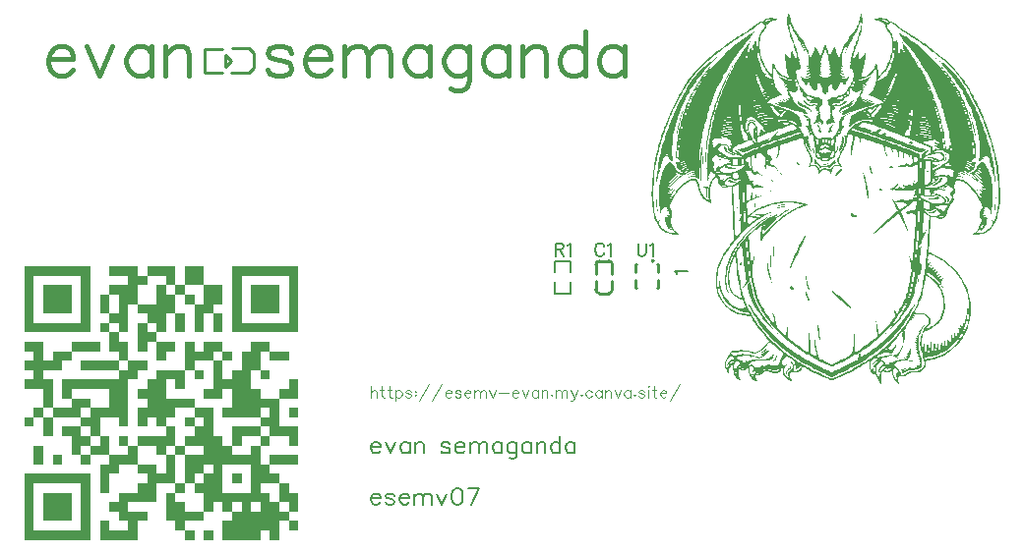
<source format=gto>
G04 Layer: TopSilkscreenLayer*
G04 EasyEDA v6.5.34, 2023-09-01 08:25:12*
G04 cc2bbb75409f4265bb42bba671d4d825,5105ad0bdac541d6bd466d525955c20a,10*
G04 Gerber Generator version 0.2*
G04 Scale: 100 percent, Rotated: No, Reflected: No *
G04 Dimensions in millimeters *
G04 leading zeros omitted , absolute positions ,4 integer and 5 decimal *
%FSLAX45Y45*%
%MOMM*%

%ADD10C,0.4000*%
%ADD11C,0.1500*%
%ADD12C,0.1000*%
%ADD13C,0.1524*%
%ADD14C,0.2540*%
%ADD15C,0.0113*%

%LPD*%
G36*
X7557516Y-283921D02*
G01*
X7555484Y-300278D01*
X7547152Y-341477D01*
X7542174Y-352298D01*
X7542174Y-359664D01*
X7535468Y-373126D01*
X7535468Y-377037D01*
X7529931Y-389585D01*
X7518501Y-413613D01*
X7507478Y-431596D01*
X7501839Y-437946D01*
X7501839Y-440385D01*
X7488834Y-458266D01*
X7482331Y-465785D01*
X7475829Y-474878D01*
X7455662Y-501396D01*
X7452946Y-505510D01*
X7473289Y-505510D01*
X7473289Y-507034D01*
X7469936Y-509168D01*
X7469936Y-505510D01*
X7452946Y-505510D01*
X7445552Y-516686D01*
X7443876Y-518414D01*
X7434986Y-532130D01*
X7415072Y-568198D01*
X7394295Y-611784D01*
X7394295Y-617169D01*
X7387590Y-629970D01*
X7387590Y-635203D01*
X7382306Y-645515D01*
X7379157Y-662482D01*
X7374077Y-670407D01*
X7369962Y-670255D01*
X7363104Y-659231D01*
X7347712Y-624890D01*
X7340701Y-607720D01*
X7336637Y-582828D01*
X7329424Y-582828D01*
X7319568Y-596798D01*
X7315250Y-601522D01*
X7291831Y-648157D01*
X7291831Y-653237D01*
X7287310Y-653237D01*
X7281925Y-647192D01*
X7278268Y-630529D01*
X7273340Y-620776D01*
X7273239Y-614578D01*
X7266736Y-600862D01*
X7266482Y-595680D01*
X7260031Y-581964D01*
X7259878Y-576783D01*
X7251649Y-558749D01*
X7248042Y-558749D01*
X7244689Y-568198D01*
X7241489Y-575106D01*
X7234631Y-594817D01*
X7226300Y-616966D01*
X7226300Y-622249D01*
X7219746Y-636930D01*
X7217765Y-649681D01*
X7212634Y-654964D01*
X7209536Y-654964D01*
X7199274Y-631748D01*
X7196175Y-626618D01*
X7185202Y-604266D01*
X7178294Y-593699D01*
X7168337Y-583031D01*
X7161682Y-581964D01*
X7159091Y-605332D01*
X7152335Y-620420D01*
X7152335Y-623925D01*
X7135317Y-659231D01*
X7130237Y-668883D01*
X7121296Y-667816D01*
X7118553Y-654100D01*
X7111593Y-630021D01*
X7105294Y-615950D01*
X7105294Y-611174D01*
X7098639Y-600862D01*
X7098588Y-596239D01*
X7091883Y-587502D01*
X7091883Y-582472D01*
X7085177Y-573735D01*
X7085177Y-569518D01*
X7064095Y-532130D01*
X7035596Y-490524D01*
X7024776Y-477164D01*
X7004913Y-451154D01*
X6982663Y-417068D01*
X6980072Y-413613D01*
X6964172Y-378917D01*
X6964070Y-375818D01*
X6957568Y-362102D01*
X6957466Y-356412D01*
X6951167Y-338074D01*
X6944156Y-307136D01*
X6942023Y-285648D01*
X6939788Y-285648D01*
X6932218Y-300278D01*
X6925614Y-341477D01*
X6925462Y-367233D01*
X6930847Y-410209D01*
X6937298Y-438658D01*
X6937298Y-445363D01*
X6943547Y-465175D01*
X6947001Y-478891D01*
X6957822Y-509828D01*
X6962241Y-520090D01*
X6970471Y-540715D01*
X6977634Y-559663D01*
X6977634Y-564032D01*
X6984339Y-577545D01*
X6984441Y-583692D01*
X6990943Y-597408D01*
X6991197Y-604266D01*
X6997649Y-618032D01*
X6997801Y-625703D01*
X7002780Y-638657D01*
X7008164Y-667816D01*
X7009892Y-678992D01*
X7007758Y-678992D01*
X6998766Y-672998D01*
X6991756Y-666140D01*
X6979564Y-650646D01*
X6971385Y-628345D01*
X6969048Y-615442D01*
X6966254Y-615442D01*
X6957415Y-643788D01*
X6957466Y-682244D01*
X6953656Y-684631D01*
X6931050Y-660958D01*
X6916267Y-643686D01*
X6906666Y-631901D01*
X6902856Y-637286D01*
X6905091Y-679856D01*
X6910425Y-710387D01*
X6910425Y-723900D01*
X6916877Y-753719D01*
X6920331Y-772617D01*
X6924243Y-791514D01*
X6930948Y-815543D01*
X6937298Y-833882D01*
X6937298Y-843686D01*
X6934453Y-845464D01*
X6916267Y-839978D01*
X6896150Y-829868D01*
X6889394Y-825804D01*
X6879336Y-819099D01*
X6855307Y-799338D01*
X6832041Y-769162D01*
X6816293Y-740968D01*
X6816344Y-738276D01*
X6807098Y-718566D01*
X6803999Y-719582D01*
X6796430Y-745134D01*
X6791045Y-793242D01*
X6791096Y-810818D01*
X6786473Y-814781D01*
X6773976Y-803554D01*
X6750507Y-773480D01*
X6736435Y-751992D01*
X6715506Y-708456D01*
X6715506Y-704748D01*
X6708800Y-691946D01*
X6708648Y-686714D01*
X6702196Y-672998D01*
X6702044Y-667308D01*
X6695694Y-648919D01*
X6691833Y-630021D01*
X6688785Y-612851D01*
X6683552Y-573379D01*
X6683552Y-551027D01*
X6688988Y-513232D01*
X6695744Y-489204D01*
X6702196Y-473760D01*
X6711137Y-456539D01*
X6728358Y-434238D01*
X6742175Y-409905D01*
X6744512Y-391312D01*
X6751624Y-383235D01*
X6770116Y-370789D01*
X6771792Y-368808D01*
X6802018Y-354330D01*
X6820509Y-349199D01*
X6837324Y-345440D01*
X6844893Y-344017D01*
X6844893Y-340766D01*
X6830618Y-336854D01*
X6826859Y-333756D01*
X6788607Y-328472D01*
X6753301Y-332486D01*
X6736486Y-339140D01*
X6723075Y-346202D01*
X6705650Y-357835D01*
X6694525Y-360019D01*
X6689661Y-362864D01*
X6722668Y-362864D01*
X6732930Y-355244D01*
X6751624Y-346049D01*
X6761734Y-345998D01*
X6774942Y-348386D01*
X6765086Y-353212D01*
X6753656Y-353822D01*
X6749592Y-359511D01*
X6744512Y-359511D01*
X6736486Y-365810D01*
X6725056Y-371551D01*
X6724294Y-371551D01*
X6722668Y-362864D01*
X6689661Y-362864D01*
X6667601Y-375716D01*
X6620459Y-413613D01*
X6609791Y-421335D01*
X6607911Y-421335D01*
X6591757Y-432968D01*
X6581952Y-438607D01*
X6571843Y-445414D01*
X6561785Y-450697D01*
X6546646Y-460806D01*
X6541617Y-463194D01*
X6513017Y-482346D01*
X6506311Y-486511D01*
X6497828Y-490931D01*
X6439103Y-530402D01*
X6433515Y-533857D01*
X6417259Y-545642D01*
X6395415Y-560324D01*
X6359042Y-587095D01*
X6333744Y-605993D01*
X6305905Y-628345D01*
X6286195Y-642823D01*
X6274460Y-653897D01*
X6252616Y-670610D01*
X6235801Y-686917D01*
X6207252Y-711098D01*
X6136640Y-782980D01*
X6108090Y-817422D01*
X6087922Y-844753D01*
X6084570Y-848461D01*
X6078575Y-856792D01*
X6066891Y-873963D01*
X6030823Y-928928D01*
X6026759Y-935786D01*
X6022492Y-944371D01*
X6011316Y-960882D01*
X6007963Y-968400D01*
X5989624Y-1000150D01*
X5989624Y-1002080D01*
X5970168Y-1037132D01*
X5929630Y-1121308D01*
X5922416Y-1137107D01*
X5922416Y-1139393D01*
X5902553Y-1183132D01*
X5893562Y-1205484D01*
X5888837Y-1216304D01*
X5888837Y-1219962D01*
X5877204Y-1246682D01*
X5866942Y-1275892D01*
X5861964Y-1284986D01*
X5861964Y-1290624D01*
X5855208Y-1304086D01*
X5855106Y-1310233D01*
X5848604Y-1324000D01*
X5848451Y-1330858D01*
X5841796Y-1345844D01*
X5841695Y-1351432D01*
X5835192Y-1365199D01*
X5834989Y-1372057D01*
X5828334Y-1387043D01*
X5828233Y-1394409D01*
X5821730Y-1408125D01*
X5821629Y-1415135D01*
X5814923Y-1434693D01*
X5814923Y-1440535D01*
X5808573Y-1461363D01*
X5797905Y-1504340D01*
X5794298Y-1521510D01*
X5788456Y-1543812D01*
X5777890Y-1605686D01*
X5774334Y-1631442D01*
X5769305Y-1660652D01*
X5766155Y-1703578D01*
X5762752Y-1722475D01*
X5759500Y-1789480D01*
X5757265Y-1860143D01*
X5757627Y-1867916D01*
X5769102Y-1867916D01*
X5770880Y-1806651D01*
X5774690Y-1743100D01*
X5777839Y-1708708D01*
X5781446Y-1672640D01*
X5788253Y-1614271D01*
X5794502Y-1585061D01*
X5796483Y-1567891D01*
X5801309Y-1554124D01*
X5801461Y-1543558D01*
X5807760Y-1521510D01*
X5811316Y-1504340D01*
X5818479Y-1475130D01*
X5823102Y-1454505D01*
X5835497Y-1411579D01*
X5841796Y-1393240D01*
X5841796Y-1388059D01*
X5846826Y-1377238D01*
X5856935Y-1341170D01*
X5861964Y-1330350D01*
X5861964Y-1324711D01*
X5868670Y-1311249D01*
X5868771Y-1306779D01*
X5875274Y-1293063D01*
X5875528Y-1287881D01*
X5881979Y-1274165D01*
X5882132Y-1269847D01*
X5888837Y-1257046D01*
X5888939Y-1251813D01*
X5895441Y-1238097D01*
X5895543Y-1233881D01*
X5913678Y-1191717D01*
X5922670Y-1169416D01*
X5929172Y-1156665D01*
X5929172Y-1152906D01*
X5950559Y-1107541D01*
X5952642Y-1102410D01*
X5955690Y-1097229D01*
X5979718Y-1047445D01*
X6006541Y-995883D01*
X6012332Y-986790D01*
X6034176Y-948334D01*
X6039967Y-939241D01*
X6046673Y-927201D01*
X6060186Y-908303D01*
X6067044Y-896264D01*
X6079540Y-877112D01*
X6096355Y-854100D01*
X6132169Y-808075D01*
X6143396Y-794969D01*
X6207252Y-729538D01*
X6235547Y-703884D01*
X6240932Y-698754D01*
X6269380Y-674928D01*
X6274460Y-669290D01*
X6303010Y-647496D01*
X6312458Y-638200D01*
X6331559Y-624941D01*
X6333236Y-622909D01*
X6361836Y-600862D01*
X6385356Y-584301D01*
X6403797Y-570534D01*
X6430010Y-551891D01*
X6431686Y-551891D01*
X6442456Y-544169D01*
X6451244Y-537311D01*
X6470345Y-524408D01*
X6471767Y-524408D01*
X6491173Y-511149D01*
X6521450Y-490931D01*
X6528155Y-487172D01*
X6551676Y-472795D01*
X6561785Y-466090D01*
X6585305Y-451713D01*
X6592011Y-447903D01*
X6625590Y-425805D01*
X6672681Y-387654D01*
X6696202Y-373634D01*
X6702907Y-371957D01*
X6707276Y-371551D01*
X6724040Y-388721D01*
X6727190Y-388721D01*
X6731914Y-398170D01*
X6727850Y-411988D01*
X6702958Y-446278D01*
X6696100Y-456539D01*
X6682333Y-489204D01*
X6676440Y-508000D01*
X6671868Y-545896D01*
X6671818Y-577342D01*
X6676847Y-623519D01*
X6681876Y-638200D01*
X6681876Y-646328D01*
X6688683Y-667816D01*
X6695744Y-691896D01*
X6702044Y-706577D01*
X6702044Y-709980D01*
X6716166Y-739952D01*
X6732473Y-769162D01*
X6736486Y-775970D01*
X6750913Y-794918D01*
X6762546Y-809040D01*
X6794093Y-841806D01*
X6795617Y-856792D01*
X6794093Y-861060D01*
X6789775Y-861060D01*
X6787845Y-855929D01*
X6782714Y-855929D01*
X6782714Y-861161D01*
X6787743Y-863142D01*
X6787743Y-867765D01*
X6792366Y-870508D01*
X6794703Y-878230D01*
X6791096Y-878230D01*
X6791096Y-873099D01*
X6786829Y-873099D01*
X6773621Y-856030D01*
X6769252Y-854303D01*
X6769252Y-847344D01*
X6763918Y-847344D01*
X6762242Y-840790D01*
X6756095Y-839114D01*
X6754977Y-831037D01*
X6749084Y-829919D01*
X6749084Y-840435D01*
X6755841Y-840435D01*
X6755841Y-847090D01*
X6762546Y-849274D01*
X6762546Y-857503D01*
X6769252Y-861212D01*
X6769252Y-866089D01*
X6776008Y-869797D01*
X6776008Y-874826D01*
X6781342Y-874826D01*
X6783120Y-881684D01*
X6785914Y-881684D01*
X6802018Y-899210D01*
X6805371Y-908913D01*
X6807911Y-911453D01*
X6807911Y-914298D01*
X6804558Y-914298D01*
X6804558Y-909167D01*
X6798208Y-909167D01*
X6793128Y-901446D01*
X6785254Y-893013D01*
X6769404Y-872236D01*
X6762546Y-863955D01*
X6762546Y-859332D01*
X6759092Y-859332D01*
X6755028Y-849884D01*
X6749084Y-845413D01*
X6749084Y-841298D01*
X6742379Y-836980D01*
X6742379Y-831850D01*
X6735673Y-824992D01*
X6735673Y-818134D01*
X6740702Y-818134D01*
X6740702Y-813003D01*
X6737248Y-813003D01*
X6735318Y-818134D01*
X6730898Y-818134D01*
X6728663Y-807821D01*
X6724243Y-805230D01*
X6718909Y-793242D01*
X6712254Y-781202D01*
X6701688Y-758850D01*
X6695338Y-744728D01*
X6695338Y-740511D01*
X6690309Y-729691D01*
X6685534Y-712470D01*
X6678320Y-688441D01*
X6668465Y-650646D01*
X6668363Y-640334D01*
X6663334Y-618032D01*
X6660337Y-525830D01*
X6658203Y-523697D01*
X6652006Y-527659D01*
X6645909Y-520750D01*
X6641592Y-526796D01*
X6641541Y-547624D01*
X6636410Y-568198D01*
X6633362Y-664413D01*
X6628485Y-683818D01*
X6627604Y-694436D01*
X6639915Y-694436D01*
X6639864Y-714197D01*
X6636562Y-719378D01*
X6636512Y-694436D01*
X6627604Y-694436D01*
X6626098Y-711962D01*
X6622440Y-708202D01*
X6621373Y-626618D01*
X6620459Y-593140D01*
X6624421Y-593140D01*
X6626453Y-587705D01*
X6626453Y-563727D01*
X6623558Y-565505D01*
X6621525Y-585673D01*
X6619290Y-591667D01*
X6611315Y-589635D01*
X6603238Y-595020D01*
X6595922Y-614578D01*
X6592468Y-623163D01*
X6586575Y-643991D01*
X6581190Y-654608D01*
X6578904Y-669188D01*
X6572707Y-674624D01*
X6572707Y-695960D01*
X6569862Y-697738D01*
X6562598Y-687730D01*
X6562598Y-677824D01*
X6569303Y-669899D01*
X6569303Y-658520D01*
X6573977Y-647242D01*
X6582664Y-619760D01*
X6592925Y-589534D01*
X6594348Y-561797D01*
X6599580Y-555904D01*
X6599580Y-550164D01*
X6592468Y-550164D01*
X6574383Y-569925D01*
X6574383Y-572871D01*
X6561581Y-588822D01*
X6549288Y-607720D01*
X6531609Y-633476D01*
X6529831Y-635203D01*
X6522923Y-645515D01*
X6511544Y-666140D01*
X6507175Y-670661D01*
X6507175Y-673608D01*
X6502704Y-678180D01*
X6497929Y-687120D01*
X6490258Y-700481D01*
X6486600Y-706170D01*
X6555740Y-706170D01*
X6557772Y-699668D01*
X6565950Y-708710D01*
X6565950Y-725170D01*
X6562598Y-727303D01*
X6562598Y-726135D01*
X6555740Y-706170D01*
X6486600Y-706170D01*
X6483654Y-710793D01*
X6476319Y-725373D01*
X6551726Y-725373D01*
X6558610Y-740308D01*
X6628282Y-740308D01*
X6630263Y-725373D01*
X6632956Y-725373D01*
X6634999Y-739140D01*
X6646621Y-739140D01*
X6646570Y-750265D01*
X6643319Y-755446D01*
X6643268Y-739140D01*
X6634999Y-739140D01*
X6635242Y-740816D01*
X6633006Y-752856D01*
X6630263Y-752856D01*
X6628282Y-740308D01*
X6558610Y-740308D01*
X6559245Y-741680D01*
X6559245Y-759510D01*
X6556298Y-761390D01*
X6554012Y-743712D01*
X6549186Y-736650D01*
X6549186Y-725373D01*
X6476319Y-725373D01*
X6471970Y-733094D01*
X6468414Y-738276D01*
X6463588Y-746861D01*
X6461607Y-751128D01*
X6545376Y-751128D01*
X6547561Y-765098D01*
X6545580Y-768400D01*
X6542430Y-766419D01*
X6542430Y-751128D01*
X6461607Y-751128D01*
X6457035Y-761085D01*
X6453378Y-763371D01*
X6453378Y-769518D01*
X6448348Y-775462D01*
X6547459Y-775462D01*
X6549593Y-769823D01*
X6551320Y-771550D01*
X6634530Y-771550D01*
X6636664Y-759714D01*
X6639763Y-759714D01*
X6641846Y-771194D01*
X6641778Y-771753D01*
X6653326Y-771753D01*
X6653275Y-779475D01*
X6650024Y-784656D01*
X6649974Y-771753D01*
X6641778Y-771753D01*
X6640728Y-780440D01*
X6637629Y-781202D01*
X6634530Y-771550D01*
X6551320Y-771550D01*
X6553352Y-773633D01*
X6553301Y-786841D01*
X6641134Y-786841D01*
X6645757Y-783894D01*
X6648094Y-786333D01*
X6649161Y-804976D01*
X6653377Y-806399D01*
X6657746Y-795731D01*
X6660083Y-798068D01*
X6659829Y-810412D01*
X6657136Y-817270D01*
X6658711Y-821486D01*
X6663893Y-816203D01*
X6666890Y-819302D01*
X6668922Y-832713D01*
X6673088Y-837895D01*
X6675374Y-846480D01*
X6682231Y-863650D01*
X6693357Y-889406D01*
X6705396Y-915162D01*
X6725666Y-951230D01*
X6732320Y-961542D01*
X6737400Y-972718D01*
X6740499Y-972718D01*
X6742531Y-979322D01*
X6768947Y-1014933D01*
X6770116Y-1023315D01*
X6764680Y-1024432D01*
X6739940Y-987298D01*
X6735673Y-984554D01*
X6735673Y-980135D01*
X6728968Y-972210D01*
X6728968Y-968705D01*
X6723380Y-962406D01*
X6719722Y-955090D01*
X6716318Y-955344D01*
X6715201Y-961136D01*
X6722211Y-970838D01*
X6722211Y-975969D01*
X6725310Y-977900D01*
X6737858Y-1001064D01*
X6756095Y-1029309D01*
X6753859Y-1036472D01*
X6745173Y-1035405D01*
X6713270Y-978966D01*
X6695744Y-944371D01*
X6681470Y-911758D01*
X6675170Y-899058D01*
X6675170Y-894587D01*
X6670497Y-885444D01*
X6666433Y-872744D01*
X6661759Y-863650D01*
X6661607Y-856792D01*
X6655104Y-843026D01*
X6655003Y-835304D01*
X6648297Y-822452D01*
X6648297Y-810666D01*
X6642760Y-804418D01*
X6641134Y-786841D01*
X6553301Y-786841D01*
X6553301Y-794918D01*
X6550507Y-801827D01*
X6547713Y-794918D01*
X6547459Y-775462D01*
X6448348Y-775462D01*
X6446672Y-777443D01*
X6446672Y-778611D01*
X6538722Y-778611D01*
X6540093Y-794918D01*
X6538671Y-800963D01*
X6535724Y-800963D01*
X6535724Y-778611D01*
X6446672Y-778611D01*
X6446672Y-783590D01*
X6443014Y-785876D01*
X6436614Y-800100D01*
X6429806Y-812139D01*
X6423981Y-825042D01*
X6527393Y-825042D01*
X6529273Y-813816D01*
X6531152Y-808685D01*
X6534251Y-822401D01*
X6532118Y-840435D01*
X6529476Y-840435D01*
X6527393Y-825042D01*
X6423981Y-825042D01*
X6423406Y-826312D01*
X6419799Y-828649D01*
X6419799Y-836574D01*
X6413042Y-845312D01*
X6540754Y-845413D01*
X6540754Y-816864D01*
X6542836Y-806094D01*
X6545630Y-806094D01*
X6547916Y-818540D01*
X6545783Y-841908D01*
X6543751Y-847293D01*
X6540754Y-845413D01*
X6413042Y-845413D01*
X6413042Y-852017D01*
X6406337Y-860755D01*
X6406337Y-865784D01*
X6399631Y-874521D01*
X6399553Y-881329D01*
X6520129Y-881329D01*
X6521856Y-851153D01*
X6524498Y-846734D01*
X6527647Y-855065D01*
X6525869Y-887272D01*
X6522466Y-890778D01*
X6520129Y-881329D01*
X6399553Y-881329D01*
X6392926Y-889965D01*
X6392875Y-896264D01*
X6386220Y-906576D01*
X6386169Y-912621D01*
X6379972Y-918921D01*
X6377940Y-931926D01*
X6372758Y-937768D01*
X6372707Y-946099D01*
X6366052Y-956411D01*
X6366002Y-961593D01*
X6359296Y-974445D01*
X6359296Y-980440D01*
X6352590Y-990752D01*
X6352540Y-997610D01*
X6345885Y-1007922D01*
X6345834Y-1015796D01*
X6339128Y-1029258D01*
X6339128Y-1036421D01*
X6332423Y-1049883D01*
X6332321Y-1056030D01*
X6325819Y-1069746D01*
X6325565Y-1076655D01*
X6319062Y-1090371D01*
X6319028Y-1092098D01*
X6506819Y-1092098D01*
X6508699Y-975309D01*
X6512255Y-959815D01*
X6515252Y-903173D01*
X6517741Y-893064D01*
X6520942Y-901446D01*
X6518656Y-978712D01*
X6516116Y-1013104D01*
X6521613Y-1136751D01*
X6528155Y-1136751D01*
X6528155Y-913434D01*
X6534048Y-898804D01*
X6534099Y-861923D01*
X6536181Y-849071D01*
X6541262Y-849071D01*
X6539179Y-903173D01*
X6533743Y-920343D01*
X6533620Y-1044854D01*
X6631482Y-1044854D01*
X6631482Y-1042263D01*
X6644081Y-1035151D01*
X6646722Y-1036523D01*
X6639052Y-1044803D01*
X6533620Y-1044854D01*
X6533609Y-1056741D01*
X6748272Y-1056741D01*
X6756653Y-1049832D01*
X6780174Y-1033678D01*
X6788607Y-1029411D01*
X6793636Y-1026160D01*
X6810451Y-1018794D01*
X6822846Y-1012240D01*
X6827215Y-1012088D01*
X6840677Y-1005484D01*
X6846112Y-1005332D01*
X6860844Y-998880D01*
X6876796Y-996543D01*
X6876796Y-988212D01*
X6864197Y-979932D01*
X6850532Y-964996D01*
X6837273Y-947826D01*
X6823303Y-918616D01*
X6816648Y-899718D01*
X6809994Y-875690D01*
X6804050Y-837895D01*
X6802577Y-791514D01*
X6805980Y-764387D01*
X6810451Y-761492D01*
X6813550Y-762508D01*
X6817156Y-769061D01*
X6838137Y-798880D01*
X6864959Y-824484D01*
X6884365Y-837996D01*
X6904532Y-847699D01*
X6917994Y-853897D01*
X6932269Y-857758D01*
X6932269Y-860806D01*
X6962495Y-863244D01*
X6962495Y-866241D01*
X6936435Y-866190D01*
X6923024Y-861212D01*
X6911340Y-861060D01*
X6892747Y-853897D01*
X6880352Y-847344D01*
X6876237Y-847344D01*
X6870903Y-842568D01*
X6863384Y-840232D01*
X6863384Y-846937D01*
X6870090Y-848715D01*
X6870090Y-855929D01*
X6866737Y-855929D01*
X6866737Y-859282D01*
X6875322Y-855929D01*
X6881825Y-855929D01*
X6881825Y-858977D01*
X6875119Y-860755D01*
X6875119Y-862787D01*
X6893610Y-862787D01*
X6893610Y-866241D01*
X6885228Y-866241D01*
X6885228Y-862787D01*
X6875119Y-862787D01*
X6875119Y-867918D01*
X6881926Y-867918D01*
X6882574Y-869645D01*
X6908749Y-869645D01*
X6908749Y-873099D01*
X6900316Y-873099D01*
X6900316Y-869645D01*
X6882574Y-869645D01*
X6884060Y-873607D01*
X6877913Y-878230D01*
X6880199Y-880618D01*
X6884212Y-876553D01*
X6895287Y-876553D01*
X6895287Y-879652D01*
X6884771Y-883361D01*
X6908749Y-883412D01*
X6908749Y-886815D01*
X6898640Y-886815D01*
X6898640Y-883412D01*
X6884812Y-883412D01*
X6888988Y-888542D01*
X6895084Y-888542D01*
X6895617Y-890269D01*
X6925309Y-890269D01*
X6927392Y-893724D01*
X6915658Y-893724D01*
X6913575Y-890269D01*
X6895617Y-890269D01*
X6897166Y-895400D01*
X6903669Y-895400D01*
X6909968Y-901801D01*
X6922160Y-904189D01*
X6922160Y-907084D01*
X6916877Y-909167D01*
X6908495Y-909167D01*
X6908817Y-910894D01*
X6935622Y-910894D01*
X6935622Y-914298D01*
X6932269Y-914298D01*
X6932269Y-910894D01*
X6908817Y-910894D01*
X6909612Y-915162D01*
X6918147Y-916889D01*
X6929323Y-925931D01*
X6927037Y-929792D01*
X6918807Y-929792D01*
X6918807Y-924610D01*
X6907885Y-924712D01*
X6914388Y-929792D01*
X6917994Y-929944D01*
X6919155Y-931468D01*
X6957466Y-931468D01*
X6957466Y-934923D01*
X6952437Y-934923D01*
X6952437Y-931468D01*
X6919155Y-931468D01*
X6926173Y-940562D01*
X6918299Y-947064D01*
X6924192Y-951433D01*
X6925970Y-968400D01*
X6928459Y-971854D01*
X6932726Y-985621D01*
X6938975Y-994714D01*
X6938975Y-1000861D01*
X6947763Y-1010208D01*
X6945477Y-1013917D01*
X6940651Y-1013917D01*
X6940651Y-1017371D01*
X6947357Y-1017371D01*
X6947357Y-1022299D01*
X6957466Y-1029614D01*
X6957466Y-1032814D01*
X6947865Y-1032814D01*
X6940143Y-1025956D01*
X6932269Y-1025956D01*
X6932269Y-1031189D01*
X6940651Y-1034491D01*
X6962495Y-1034542D01*
X6962495Y-1037996D01*
X6959346Y-1037996D01*
X6957263Y-1034542D01*
X6940651Y-1034542D01*
X6940651Y-1039723D01*
X6933082Y-1039672D01*
X6923024Y-1032865D01*
X6913524Y-1032814D01*
X6914642Y-1038707D01*
X6922973Y-1040739D01*
X6923110Y-1041450D01*
X6949033Y-1041450D01*
X6949033Y-1044854D01*
X6944207Y-1044854D01*
X6942124Y-1041450D01*
X6923110Y-1041450D01*
X6924090Y-1046581D01*
X6916674Y-1046581D01*
X6905447Y-1039469D01*
X6896150Y-1040587D01*
X6896150Y-1045718D01*
X6904532Y-1046886D01*
X6906231Y-1048308D01*
X6935622Y-1048308D01*
X6935622Y-1051712D01*
X6927392Y-1051712D01*
X6925309Y-1048308D01*
X6906231Y-1048308D01*
X6908901Y-1050544D01*
X6904532Y-1053388D01*
X6897471Y-1053439D01*
X6889750Y-1046581D01*
X6877202Y-1046581D01*
X6875576Y-1052931D01*
X6859828Y-1054760D01*
X6856937Y-1058621D01*
X6876796Y-1058621D01*
X6876796Y-1055725D01*
X6879031Y-1053439D01*
X6886600Y-1053439D01*
X6890992Y-1055166D01*
X6917131Y-1055166D01*
X6917131Y-1058621D01*
X6912102Y-1058621D01*
X6912102Y-1055166D01*
X6890992Y-1055166D01*
X6891934Y-1055522D01*
X6890054Y-1058621D01*
X6856937Y-1058621D01*
X6855815Y-1060145D01*
X6840728Y-1061161D01*
X6840265Y-1063599D01*
X6858253Y-1063599D01*
X6860336Y-1060145D01*
X6872325Y-1061161D01*
X6872620Y-1062024D01*
X6903669Y-1062024D01*
X6903669Y-1065479D01*
X6896963Y-1065479D01*
X6896963Y-1062024D01*
X6872620Y-1062024D01*
X6873697Y-1065326D01*
X6865366Y-1067460D01*
X6858253Y-1063599D01*
X6840265Y-1063599D01*
X6839610Y-1067003D01*
X6855561Y-1068070D01*
X6855834Y-1068933D01*
X6888581Y-1068933D01*
X6888581Y-1072337D01*
X6880148Y-1072337D01*
X6880148Y-1068933D01*
X6855834Y-1068933D01*
X6856780Y-1071930D01*
X6847789Y-1074216D01*
X6838137Y-1072083D01*
X6838137Y-1067206D01*
X6823862Y-1067257D01*
X6818934Y-1070457D01*
X6821068Y-1072642D01*
X6835648Y-1074572D01*
X6836368Y-1075791D01*
X6870090Y-1075791D01*
X6870090Y-1079195D01*
X6863384Y-1079195D01*
X6863384Y-1075791D01*
X6836368Y-1075791D01*
X6838238Y-1079093D01*
X6850786Y-1081430D01*
X6862470Y-1087780D01*
X6866737Y-1087780D01*
X6879285Y-1094689D01*
X6884365Y-1094689D01*
X6906209Y-1102055D01*
X6924141Y-1108405D01*
X6931406Y-1108506D01*
X6944868Y-1115161D01*
X6950456Y-1115263D01*
X6968388Y-1121714D01*
X6973660Y-1123289D01*
X7066686Y-1123289D01*
X7068921Y-1125575D01*
X7066686Y-1127861D01*
X7066686Y-1123289D01*
X6973660Y-1123289D01*
X6991908Y-1128776D01*
X7015429Y-1135481D01*
X7030567Y-1139545D01*
X7045655Y-1144320D01*
X7062470Y-1150162D01*
X7076287Y-1156512D01*
X7083044Y-1156512D01*
X7087260Y-1161643D01*
X7100265Y-1161643D01*
X7100265Y-1159103D01*
X7096810Y-1146403D01*
X7091019Y-1144524D01*
X7087666Y-1136853D01*
X7079284Y-1134872D01*
X7079284Y-1129893D01*
X7090206Y-1128826D01*
X7092238Y-1134211D01*
X7105040Y-1136294D01*
X7106767Y-1143152D01*
X7110984Y-1141679D01*
X7112304Y-1137615D01*
X7106412Y-1135278D01*
X7100265Y-1129030D01*
X7094931Y-1129030D01*
X7086396Y-1122172D01*
X7078827Y-1122172D01*
X7074712Y-1117092D01*
X7062470Y-1114806D01*
X7030872Y-1099515D01*
X7020763Y-1092098D01*
X6999782Y-1069746D01*
X6984187Y-1050036D01*
X6962190Y-1006195D01*
X6957466Y-1000810D01*
X6957466Y-997966D01*
X6945477Y-979525D01*
X6937298Y-955598D01*
X6937349Y-952957D01*
X6940296Y-948182D01*
X6956806Y-962355D01*
X6973417Y-967536D01*
X6986219Y-967587D01*
X7001967Y-963625D01*
X7008368Y-958138D01*
X7017918Y-944727D01*
X7017918Y-933653D01*
X7015835Y-922883D01*
X7013092Y-922883D01*
X7010908Y-937818D01*
X7007859Y-942644D01*
X7004558Y-937514D01*
X7004456Y-928928D01*
X6999376Y-910031D01*
X6996023Y-881329D01*
X6992620Y-874826D01*
X6992315Y-859536D01*
X7000290Y-849223D01*
X7002830Y-849071D01*
X7002830Y-868934D01*
X7009536Y-882345D01*
X7011771Y-894537D01*
X7019493Y-909421D01*
X7031685Y-926795D01*
X7038390Y-971854D01*
X7040625Y-985621D01*
X7043978Y-984758D01*
X7045655Y-951534D01*
X7049211Y-950315D01*
X7057085Y-961186D01*
X7059320Y-994714D01*
X7064552Y-1002842D01*
X7066940Y-1017371D01*
X7070039Y-1017371D01*
X7070293Y-1007922D01*
X7069785Y-986434D01*
X7076389Y-986434D01*
X7081774Y-994918D01*
X7081774Y-1013866D01*
X7093559Y-1013866D01*
X7093559Y-1007668D01*
X7095794Y-1005332D01*
X7103516Y-1005332D01*
X7120585Y-1012240D01*
X7127595Y-1012240D01*
X7147306Y-1021283D01*
X7147306Y-1022350D01*
X7144956Y-1027684D01*
X7184288Y-1027684D01*
X7184288Y-1031138D01*
X7180935Y-1031138D01*
X7180935Y-1027684D01*
X7144956Y-1027684D01*
X7143546Y-1030884D01*
X7126782Y-1034999D01*
X7110171Y-1032967D01*
X7099452Y-1023772D01*
X7093559Y-1013866D01*
X7081774Y-1013866D01*
X7081774Y-1015034D01*
X7087108Y-1031036D01*
X7099452Y-1041349D01*
X7105192Y-1046429D01*
X7122210Y-1048766D01*
X7123633Y-1051102D01*
X7112050Y-1055370D01*
X7112050Y-1058164D01*
X7128002Y-1061720D01*
X7141464Y-1067054D01*
X7184085Y-1067206D01*
X7186320Y-1070914D01*
X7175195Y-1080414D01*
X7160361Y-1073708D01*
X7148169Y-1075791D01*
X7132828Y-1077874D01*
X7107174Y-1072032D01*
X7103211Y-1067206D01*
X7100417Y-1067206D01*
X7089292Y-1059434D01*
X7070039Y-1044041D01*
X7070039Y-1041450D01*
X7065009Y-1041450D01*
X7065009Y-1046378D01*
X7068362Y-1048512D01*
X7068362Y-1056589D01*
X7087666Y-1074013D01*
X7090765Y-1074064D01*
X7096048Y-1078941D01*
X7122566Y-1087780D01*
X7144867Y-1087780D01*
X7157415Y-1080922D01*
X7164984Y-1081125D01*
X7173214Y-1091793D01*
X7165797Y-1096822D01*
X7165797Y-1104290D01*
X7171690Y-1112215D01*
X7177582Y-1117752D01*
X7177582Y-1121765D01*
X7171944Y-1124000D01*
X7176109Y-1128166D01*
X7179411Y-1122172D01*
X7184288Y-1122172D01*
X7191248Y-1129233D01*
X7189114Y-1139037D01*
X7193534Y-1146352D01*
X7185202Y-1152804D01*
X7191349Y-1159713D01*
X7189114Y-1163370D01*
X7185101Y-1163574D01*
X7177379Y-1173581D01*
X7181342Y-1181100D01*
X7174585Y-1186586D01*
X7172350Y-1194104D01*
X7176719Y-1201267D01*
X7171690Y-1204722D01*
X7166660Y-1207820D01*
X7170877Y-1214932D01*
X7165035Y-1224330D01*
X7159091Y-1228852D01*
X7159091Y-1233424D01*
X7154062Y-1235405D01*
X7154062Y-1244092D01*
X7157415Y-1244092D01*
X7157415Y-1239621D01*
X7167676Y-1231849D01*
X7186828Y-1231798D01*
X7205268Y-1241552D01*
X7208012Y-1245870D01*
X7211161Y-1243888D01*
X7211161Y-1240688D01*
X7206538Y-1240688D01*
X7204913Y-1234440D01*
X7189012Y-1223670D01*
X7185101Y-1222044D01*
X7190181Y-1218387D01*
X7199833Y-1218336D01*
X7213701Y-1233170D01*
X7219746Y-1241552D01*
X7224318Y-1248410D01*
X7226655Y-1238961D01*
X7230719Y-1238961D01*
X7238034Y-1228801D01*
X7238034Y-1221638D01*
X7233869Y-1215999D01*
X7216140Y-1197965D01*
X7208977Y-1196848D01*
X7205370Y-1190955D01*
X7209332Y-1180236D01*
X7205319Y-1173683D01*
X7209434Y-1166926D01*
X7207402Y-1160780D01*
X7198614Y-1153160D01*
X7205725Y-1145895D01*
X7202525Y-1131620D01*
X7204709Y-1116787D01*
X7200696Y-1111859D01*
X7204862Y-1106728D01*
X7203135Y-1097483D01*
X7206945Y-1090422D01*
X7224166Y-1070508D01*
X7226553Y-1049172D01*
X7230109Y-1044752D01*
X7223861Y-1032814D01*
X7217054Y-1030732D01*
X7201408Y-1015237D01*
X7196937Y-1022553D01*
X7194346Y-1022553D01*
X7194346Y-1014069D01*
X7187996Y-1010564D01*
X7182154Y-1019708D01*
X7178040Y-1013917D01*
X7174179Y-1013917D01*
X7167981Y-1017879D01*
X7148169Y-1006805D01*
X7126782Y-998474D01*
X7118400Y-998474D01*
X7106158Y-992936D01*
X7088479Y-984148D01*
X7049262Y-930656D01*
X7042861Y-923747D01*
X7025487Y-899718D01*
X7019747Y-887679D01*
X7012686Y-867105D01*
X7009790Y-848868D01*
X7005015Y-841298D01*
X7003135Y-812596D01*
X6999478Y-808837D01*
X6999478Y-789127D01*
X7005320Y-785723D01*
X7006539Y-756310D01*
X7009231Y-756310D01*
X7011466Y-772769D01*
X7014413Y-777646D01*
X7016546Y-775462D01*
X7018121Y-760577D01*
X7019798Y-749401D01*
X7022693Y-749401D01*
X7026909Y-773480D01*
X7029348Y-773480D01*
X7031380Y-765098D01*
X7038086Y-762914D01*
X7038086Y-755345D01*
X7032955Y-747826D01*
X7037070Y-741121D01*
X7031583Y-727964D01*
X7029500Y-720344D01*
X7033259Y-713181D01*
X7025081Y-698754D01*
X7027570Y-691896D01*
X7017969Y-657555D01*
X7017918Y-648208D01*
X7012431Y-631748D01*
X7008114Y-612851D01*
X7004151Y-597408D01*
X6997801Y-582726D01*
X6997801Y-577342D01*
X6992874Y-566470D01*
X6982612Y-537311D01*
X6977634Y-528167D01*
X6977583Y-523544D01*
X6972706Y-513943D01*
X6969404Y-502920D01*
X6960514Y-478891D01*
X6953859Y-456539D01*
X6950354Y-442823D01*
X6944207Y-417068D01*
X6938975Y-377494D01*
X6938975Y-354380D01*
X6942328Y-354380D01*
X6942328Y-360019D01*
X6950354Y-377545D01*
X6957161Y-394716D01*
X6973011Y-432511D01*
X6975551Y-435965D01*
X6978091Y-444550D01*
X7012309Y-505510D01*
X7029703Y-505510D01*
X7029703Y-508965D01*
X7026351Y-508965D01*
X7026351Y-505510D01*
X7012309Y-505510D01*
X7017613Y-514959D01*
X7036308Y-545896D01*
X7048246Y-569925D01*
X7051243Y-575106D01*
X7061758Y-597408D01*
X7064806Y-602589D01*
X7066838Y-615645D01*
X7070852Y-614222D01*
X7070648Y-598424D01*
X7065009Y-591972D01*
X7065009Y-584352D01*
X7058558Y-571652D01*
X7038035Y-528726D01*
X7038086Y-524560D01*
X7033564Y-521817D01*
X7031329Y-512368D01*
X7035596Y-512419D01*
X7042302Y-523443D01*
X7047331Y-530758D01*
X7056932Y-545896D01*
X7064248Y-557885D01*
X7068210Y-564794D01*
X7085431Y-600862D01*
X7091476Y-614578D01*
X7096709Y-627176D01*
X7105294Y-652576D01*
X7105954Y-688441D01*
X7105396Y-734466D01*
X7100773Y-739952D01*
X7098690Y-745998D01*
X7093559Y-745998D01*
X7093559Y-749401D01*
X7097775Y-749300D01*
X7106158Y-744372D01*
X7110374Y-744270D01*
X7110374Y-750773D01*
X7093559Y-769061D01*
X7093559Y-770026D01*
X7103414Y-770026D01*
X7105497Y-766622D01*
X7112050Y-766622D01*
X7112050Y-771753D01*
X7100011Y-785368D01*
X7093559Y-787450D01*
X7093559Y-792378D01*
X7104481Y-792327D01*
X7114540Y-785520D01*
X7117080Y-785520D01*
X7117080Y-790752D01*
X7106158Y-802995D01*
X7091934Y-812800D01*
X7080097Y-815086D01*
X7080097Y-818438D01*
X7097775Y-816864D01*
X7112863Y-810971D01*
X7114540Y-808380D01*
X7122109Y-806450D01*
X7122109Y-809701D01*
X7117892Y-814984D01*
X7116876Y-816000D01*
X7199122Y-816000D01*
X7202931Y-812139D01*
X7213142Y-818134D01*
X7217867Y-818134D01*
X7217867Y-815086D01*
X7213549Y-813358D01*
X7203592Y-798372D01*
X7201103Y-797255D01*
X7201103Y-792378D01*
X7204760Y-792378D01*
X7216343Y-797966D01*
X7218730Y-795528D01*
X7212838Y-791108D01*
X7212838Y-788619D01*
X7206132Y-779881D01*
X7206132Y-773684D01*
X7212838Y-771499D01*
X7212838Y-765759D01*
X7206437Y-755802D01*
X7208164Y-751128D01*
X7212634Y-751128D01*
X7214311Y-748385D01*
X7211059Y-733602D01*
X7214666Y-729132D01*
X7212482Y-712012D01*
X7219289Y-688441D01*
X7221524Y-674827D01*
X7226300Y-665429D01*
X7226401Y-657555D01*
X7232903Y-643788D01*
X7233107Y-636930D01*
X7239711Y-621944D01*
X7239863Y-616305D01*
X7246315Y-602589D01*
X7246467Y-597103D01*
X7248702Y-594817D01*
X7251344Y-594817D01*
X7258354Y-611124D01*
X7261453Y-625094D01*
X7266584Y-635203D01*
X7266635Y-640892D01*
X7272883Y-659231D01*
X7280300Y-685038D01*
X7286802Y-705612D01*
X7286802Y-730097D01*
X7291476Y-734110D01*
X7286142Y-748080D01*
X7293711Y-753922D01*
X7291476Y-763016D01*
X7286802Y-767029D01*
X7286802Y-771702D01*
X7295134Y-773836D01*
X7293000Y-782574D01*
X7285939Y-793953D01*
X7281722Y-794105D01*
X7281722Y-797509D01*
X7287818Y-797509D01*
X7294321Y-792480D01*
X7298537Y-792378D01*
X7298537Y-798931D01*
X7295997Y-800100D01*
X7286752Y-814679D01*
X7283399Y-814679D01*
X7283399Y-818134D01*
X7291476Y-818134D01*
X7293406Y-813003D01*
X7298181Y-813003D01*
X7299959Y-817676D01*
X7290968Y-830935D01*
X7284262Y-837234D01*
X7264095Y-847344D01*
X7236206Y-847344D01*
X7220610Y-840079D01*
X7210907Y-832713D01*
X7199122Y-816000D01*
X7116876Y-816000D01*
X7107834Y-825093D01*
X7095337Y-833424D01*
X7083450Y-835710D01*
X7083450Y-838352D01*
X7088784Y-840435D01*
X7101128Y-840333D01*
X7116216Y-832662D01*
X7126325Y-825957D01*
X7128764Y-822401D01*
X7128814Y-828497D01*
X7124649Y-836168D01*
X7117892Y-844346D01*
X7097775Y-854202D01*
X7073138Y-854202D01*
X7059117Y-845769D01*
X7047534Y-832002D01*
X7043267Y-835609D01*
X7045401Y-846480D01*
X7052564Y-860196D01*
X7061403Y-874369D01*
X7073950Y-884936D01*
X7073595Y-902309D01*
X7076846Y-902309D01*
X7078776Y-897128D01*
X7083399Y-897128D01*
X7084974Y-904849D01*
X7087006Y-917752D01*
X7090105Y-917752D01*
X7092035Y-908303D01*
X7098334Y-891133D01*
X7100366Y-884275D01*
X7108291Y-874369D01*
X7112050Y-876706D01*
X7112050Y-881887D01*
X7119010Y-899718D01*
X7126325Y-915009D01*
X7133793Y-926693D01*
X7155688Y-950366D01*
X7158685Y-950366D01*
X7160463Y-943508D01*
X7164425Y-943508D01*
X7166203Y-950366D01*
X7170013Y-950315D01*
X7180072Y-938021D01*
X7184186Y-933551D01*
X7187590Y-918616D01*
X7187641Y-905256D01*
X7194956Y-890269D01*
X7197090Y-890269D01*
X7205725Y-899718D01*
X7217816Y-917600D01*
X7225080Y-939241D01*
X7227112Y-968146D01*
X7231481Y-969619D01*
X7235444Y-959002D01*
X7238034Y-959002D01*
X7238034Y-979576D01*
X7243013Y-979576D01*
X7248144Y-989736D01*
X7248144Y-995070D01*
X7251496Y-995070D01*
X7251496Y-988821D01*
X7259472Y-977798D01*
X7261758Y-957275D01*
X7264653Y-957275D01*
X7266889Y-967536D01*
X7270343Y-969721D01*
X7273290Y-964996D01*
X7273340Y-940104D01*
X7280605Y-918616D01*
X7293508Y-900734D01*
X7293508Y-897331D01*
X7300975Y-891997D01*
X7305141Y-891997D01*
X7309154Y-899617D01*
X7311745Y-920343D01*
X7314133Y-930656D01*
X7330643Y-951230D01*
X7337196Y-942644D01*
X7344156Y-951230D01*
X7345629Y-947674D01*
X7363256Y-928878D01*
X7373366Y-913434D01*
X7380731Y-897991D01*
X7389063Y-875690D01*
X7392873Y-875690D01*
X7400747Y-891133D01*
X7409942Y-915924D01*
X7412583Y-914247D01*
X7414869Y-898804D01*
X7418070Y-896823D01*
X7423962Y-902309D01*
X7426045Y-902309D01*
X7425690Y-885393D01*
X7438898Y-872236D01*
X7445502Y-861923D01*
X7454798Y-843432D01*
X7454798Y-831850D01*
X7450124Y-831850D01*
X7444689Y-840435D01*
X7427620Y-854202D01*
X7402474Y-854202D01*
X7385050Y-846632D01*
X7374128Y-837895D01*
X7374128Y-834694D01*
X7368794Y-828649D01*
X7370825Y-825296D01*
X7380020Y-830326D01*
X7396835Y-840232D01*
X7411974Y-840384D01*
X7416901Y-837234D01*
X7407554Y-833577D01*
X7403744Y-833577D01*
X7390180Y-824128D01*
X7375448Y-809244D01*
X7378395Y-806246D01*
X7403541Y-817981D01*
X7410297Y-818540D01*
X7419543Y-818134D01*
X7419543Y-814984D01*
X7405217Y-812596D01*
X7400188Y-808278D01*
X7380478Y-788670D01*
X7383983Y-785063D01*
X7395565Y-792378D01*
X7404201Y-792378D01*
X7406182Y-789076D01*
X7396835Y-782929D01*
X7390892Y-776071D01*
X7386015Y-766927D01*
X7390841Y-765048D01*
X7395768Y-770026D01*
X7406081Y-770026D01*
X7406081Y-766826D01*
X7399985Y-764844D01*
X7389266Y-749300D01*
X7389266Y-744270D01*
X7394092Y-744270D01*
X7395921Y-747318D01*
X7404404Y-748944D01*
X7404404Y-745998D01*
X7399375Y-745998D01*
X7399375Y-739140D01*
X7396175Y-739140D01*
X7393279Y-727964D01*
X7395260Y-700481D01*
X7392568Y-683310D01*
X7394752Y-650646D01*
X7402474Y-626364D01*
X7408265Y-612851D01*
X7436612Y-554482D01*
X7446365Y-538988D01*
X7448651Y-533857D01*
X7456627Y-523544D01*
X7463180Y-515518D01*
X7463180Y-512368D01*
X7466584Y-512368D01*
X7466584Y-521106D01*
X7461503Y-523036D01*
X7461503Y-531063D01*
X7458862Y-532790D01*
X7441082Y-569925D01*
X7434630Y-582625D01*
X7434630Y-589686D01*
X7427925Y-602538D01*
X7427925Y-608279D01*
X7429957Y-613714D01*
X7432751Y-613714D01*
X7435037Y-598220D01*
X7437831Y-596493D01*
X7460691Y-550621D01*
X7471714Y-530402D01*
X7478217Y-520090D01*
X7485888Y-506780D01*
X7490612Y-497789D01*
X7492847Y-496062D01*
X7505293Y-472033D01*
X7518603Y-447954D01*
X7529017Y-425653D01*
X7542174Y-395478D01*
X7542174Y-391261D01*
X7548422Y-379272D01*
X7550810Y-368350D01*
X7555280Y-364540D01*
X7557465Y-352653D01*
X7560665Y-352653D01*
X7560716Y-375818D01*
X7555484Y-410209D01*
X7552334Y-427380D01*
X7548625Y-442823D01*
X7542174Y-465175D01*
X7526985Y-512470D01*
X7521600Y-525272D01*
X7515301Y-539394D01*
X7515301Y-543610D01*
X7510272Y-552754D01*
X7504938Y-568198D01*
X7499096Y-588822D01*
X7495133Y-596341D01*
X7495133Y-603758D01*
X7490256Y-614578D01*
X7481824Y-648919D01*
X7474508Y-681583D01*
X7471308Y-685749D01*
X7473391Y-698754D01*
X7466685Y-712114D01*
X7468616Y-726541D01*
X7462875Y-737819D01*
X7464602Y-746861D01*
X7460691Y-762000D01*
X7465466Y-763676D01*
X7472984Y-771906D01*
X7474762Y-762304D01*
X7476845Y-745998D01*
X7479792Y-745998D01*
X7481671Y-760577D01*
X7482535Y-772617D01*
X7487564Y-772617D01*
X7490561Y-754583D01*
X7493660Y-754583D01*
X7490917Y-806043D01*
X7494270Y-806145D01*
X7495286Y-787196D01*
X7498435Y-787196D01*
X7500518Y-795832D01*
X7498689Y-806958D01*
X7495336Y-824128D01*
X7495133Y-842162D01*
X7492034Y-842162D01*
X7488681Y-853338D01*
X7486599Y-866089D01*
X7481722Y-875690D01*
X7481671Y-881278D01*
X7472680Y-901446D01*
X7459014Y-920343D01*
X7456830Y-922070D01*
X7433818Y-951890D01*
X7422032Y-970127D01*
X7402779Y-989634D01*
X7390130Y-993800D01*
X7386624Y-996594D01*
X7366609Y-999896D01*
X7356500Y-1005332D01*
X7351064Y-1005332D01*
X7347356Y-1009853D01*
X7330236Y-1018082D01*
X7323632Y-1013815D01*
X7320381Y-1015847D01*
X7320381Y-1020826D01*
X7317282Y-1020826D01*
X7310678Y-1011478D01*
X7305243Y-1016101D01*
X7305243Y-1024229D01*
X7302246Y-1024229D01*
X7300315Y-1019098D01*
X7294067Y-1019098D01*
X7284605Y-1030681D01*
X7308494Y-1030681D01*
X7309713Y-1026972D01*
X7320229Y-1024178D01*
X7322261Y-1020826D01*
X7325410Y-1020826D01*
X7325410Y-1022350D01*
X7324128Y-1025296D01*
X7352334Y-1025296D01*
X7352334Y-1021080D01*
X7370572Y-1012240D01*
X7378344Y-1012088D01*
X7395159Y-1005636D01*
X7402322Y-1005332D01*
X7405878Y-1009751D01*
X7399528Y-1024280D01*
X7390130Y-1032611D01*
X7374534Y-1034846D01*
X7358786Y-1032408D01*
X7352334Y-1025296D01*
X7324128Y-1025296D01*
X7321600Y-1030935D01*
X7316165Y-1032103D01*
X7308494Y-1030681D01*
X7284605Y-1030681D01*
X7284313Y-1031036D01*
X7275423Y-1034237D01*
X7271089Y-1043127D01*
X7300010Y-1043127D01*
X7302093Y-1039723D01*
X7305243Y-1039723D01*
X7305243Y-1046581D01*
X7302093Y-1046581D01*
X7300010Y-1043127D01*
X7271089Y-1043127D01*
X7269988Y-1045413D01*
X7269988Y-1050239D01*
X7276693Y-1048054D01*
X7276693Y-1051509D01*
X7273493Y-1053541D01*
X7273880Y-1056894D01*
X7352334Y-1056894D01*
X7352334Y-1058621D01*
X7350607Y-1058621D01*
X7350607Y-1056894D01*
X7273880Y-1056894D01*
X7275525Y-1071118D01*
X7292289Y-1089507D01*
X7296454Y-1097737D01*
X7294778Y-1106728D01*
X7298944Y-1111859D01*
X7294778Y-1116990D01*
X7296658Y-1126693D01*
X7294067Y-1146048D01*
X7301077Y-1153261D01*
X7291578Y-1160424D01*
X7293813Y-1177239D01*
X7289749Y-1182268D01*
X7293508Y-1182268D01*
X7293508Y-1192580D01*
X7320178Y-1192580D01*
X7322261Y-1196035D01*
X7315352Y-1196035D01*
X7315352Y-1192580D01*
X7293508Y-1192580D01*
X7293508Y-1193596D01*
X7289444Y-1197711D01*
X7284415Y-1197711D01*
X7271512Y-1206855D01*
X7261555Y-1221943D01*
X7261555Y-1230020D01*
X7277150Y-1246682D01*
X7278725Y-1242161D01*
X7286802Y-1233322D01*
X7286802Y-1230731D01*
X7299045Y-1218184D01*
X7311136Y-1219200D01*
X7311136Y-1224178D01*
X7304430Y-1226058D01*
X7293508Y-1234440D01*
X7293508Y-1240688D01*
X7288479Y-1240688D01*
X7288479Y-1245819D01*
X7291933Y-1245819D01*
X7293813Y-1240840D01*
X7304989Y-1237081D01*
X7309053Y-1232103D01*
X7331964Y-1232103D01*
X7334148Y-1235710D01*
X7342225Y-1238859D01*
X7342225Y-1244092D01*
X7345578Y-1244092D01*
X7345527Y-1239824D01*
X7338923Y-1231239D01*
X7338872Y-1228902D01*
X7328408Y-1218234D01*
X7330490Y-1206906D01*
X7322058Y-1202283D01*
X7322058Y-1196238D01*
X7325563Y-1194003D01*
X7323328Y-1186738D01*
X7316571Y-1181201D01*
X7320686Y-1173378D01*
X7314488Y-1166672D01*
X7308646Y-1160881D01*
X7308646Y-1156512D01*
X7311999Y-1156512D01*
X7311999Y-1151788D01*
X7304786Y-1146860D01*
X7308900Y-1138986D01*
X7307173Y-1132078D01*
X7310170Y-1124000D01*
X7320229Y-1121308D01*
X7333843Y-1102664D01*
X7333843Y-1097788D01*
X7326884Y-1092047D01*
X7329170Y-1086104D01*
X7332167Y-1086104D01*
X7332167Y-1080922D01*
X7341514Y-1080922D01*
X7354722Y-1087780D01*
X7377480Y-1087780D01*
X7398512Y-1080363D01*
X7413650Y-1072134D01*
X7429601Y-1058418D01*
X7436053Y-1043990D01*
X7432243Y-1039317D01*
X7427518Y-1046581D01*
X7422794Y-1046581D01*
X7420965Y-1051458D01*
X7389012Y-1072692D01*
X7368286Y-1077772D01*
X7348118Y-1075486D01*
X7334097Y-1074978D01*
X7327696Y-1080922D01*
X7322921Y-1080820D01*
X7313066Y-1070559D01*
X7316724Y-1066800D01*
X7363206Y-1066038D01*
X7373315Y-1060653D01*
X7387742Y-1058265D01*
X7386472Y-1054354D01*
X7375804Y-1051255D01*
X7375804Y-1048766D01*
X7394346Y-1046530D01*
X7401255Y-1040587D01*
X7412736Y-1028801D01*
X7418222Y-1011834D01*
X7416698Y-995629D01*
X7424216Y-985977D01*
X7429855Y-988161D01*
X7429347Y-1007922D01*
X7429601Y-1015644D01*
X7432649Y-1015644D01*
X7434986Y-1001064D01*
X7440371Y-992479D01*
X7441742Y-959815D01*
X7450581Y-950468D01*
X7452766Y-950366D01*
X7454646Y-958138D01*
X7451699Y-983894D01*
X7447534Y-1000099D01*
X7451090Y-1007922D01*
X7454798Y-998270D01*
X7454798Y-989330D01*
X7459929Y-983487D01*
X7463281Y-952957D01*
X7468158Y-924052D01*
X7474356Y-916889D01*
X7480655Y-906576D01*
X7488428Y-891794D01*
X7488428Y-884580D01*
X7496657Y-867105D01*
X7498740Y-850493D01*
X7506055Y-855522D01*
X7505750Y-872236D01*
X7505579Y-873099D01*
X7589012Y-873099D01*
X7591094Y-869645D01*
X7599324Y-869645D01*
X7599324Y-873099D01*
X7505579Y-873099D01*
X7503527Y-883412D01*
X7601000Y-883412D01*
X7601000Y-886815D01*
X7590891Y-886815D01*
X7590891Y-883412D01*
X7503527Y-883412D01*
X7502163Y-890269D01*
X7584186Y-890269D01*
X7584186Y-893724D01*
X7572400Y-893724D01*
X7572400Y-890269D01*
X7502163Y-890269D01*
X7498868Y-910894D01*
X7569250Y-910894D01*
X7567168Y-914298D01*
X7564018Y-914298D01*
X7564018Y-910894D01*
X7498868Y-910894D01*
X7495397Y-931468D01*
X7547203Y-931468D01*
X7547203Y-934923D01*
X7540498Y-934923D01*
X7540498Y-931468D01*
X7495397Y-931468D01*
X7493914Y-940155D01*
X7491577Y-942543D01*
X7488529Y-937514D01*
X7486345Y-922883D01*
X7483805Y-922883D01*
X7481671Y-933653D01*
X7481671Y-948385D01*
X7496403Y-963421D01*
X7513878Y-967587D01*
X7525816Y-967587D01*
X7539634Y-963421D01*
X7557312Y-950264D01*
X7557414Y-946099D01*
X7562443Y-952906D01*
X7560360Y-962660D01*
X7555636Y-971854D01*
X7555636Y-974496D01*
X7544714Y-993648D01*
X7538923Y-1002792D01*
X7522731Y-1034542D01*
X7540498Y-1034542D01*
X7540498Y-1037996D01*
X7537145Y-1037996D01*
X7537145Y-1034542D01*
X7522731Y-1034542D01*
X7519056Y-1041450D01*
X7555636Y-1041450D01*
X7555636Y-1044854D01*
X7550556Y-1044854D01*
X7550556Y-1041450D01*
X7519056Y-1041450D01*
X7515395Y-1048308D01*
X7569047Y-1048308D01*
X7569047Y-1051712D01*
X7565694Y-1051712D01*
X7565694Y-1048308D01*
X7515395Y-1048308D01*
X7513116Y-1052576D01*
X7511034Y-1054303D01*
X7507644Y-1058621D01*
X7609382Y-1058621D01*
X7609382Y-1055725D01*
X7611719Y-1053338D01*
X7616393Y-1055166D01*
X7621168Y-1055166D01*
X7621168Y-1058621D01*
X7507644Y-1058621D01*
X7504972Y-1062024D01*
X7601000Y-1062024D01*
X7601000Y-1063548D01*
X7625435Y-1063548D01*
X7630363Y-1060348D01*
X7636052Y-1060297D01*
X7638389Y-1064158D01*
X7633766Y-1067104D01*
X7627010Y-1065022D01*
X7625435Y-1063548D01*
X7601000Y-1063548D01*
X7601000Y-1065479D01*
X7597597Y-1065479D01*
X7597597Y-1062024D01*
X7504972Y-1062024D01*
X7499549Y-1068933D01*
X7616088Y-1068933D01*
X7616088Y-1069187D01*
X7642961Y-1069187D01*
X7648854Y-1067562D01*
X7652816Y-1067206D01*
X7658100Y-1069289D01*
X7658100Y-1072337D01*
X7644892Y-1072337D01*
X7642961Y-1069187D01*
X7616088Y-1069187D01*
X7616088Y-1072337D01*
X7611059Y-1072337D01*
X7611059Y-1068933D01*
X7499549Y-1068933D01*
X7496200Y-1073200D01*
X7493821Y-1075791D01*
X7634579Y-1075791D01*
X7634579Y-1079195D01*
X7631430Y-1079195D01*
X7629347Y-1075791D01*
X7493821Y-1075791D01*
X7482535Y-1088136D01*
X7465720Y-1100683D01*
X7450581Y-1108049D01*
X7435088Y-1115263D01*
X7430363Y-1115263D01*
X7417866Y-1122172D01*
X7411567Y-1122172D01*
X7403033Y-1129030D01*
X7397851Y-1129030D01*
X7393482Y-1135278D01*
X7387590Y-1137513D01*
X7387590Y-1142339D01*
X7380528Y-1144270D01*
X7381900Y-1148588D01*
X7386116Y-1150010D01*
X7387996Y-1142746D01*
X7392619Y-1142746D01*
X7396784Y-1135888D01*
X7406538Y-1135888D01*
X7410297Y-1131062D01*
X7417003Y-1129080D01*
X7421625Y-1132078D01*
X7419340Y-1135888D01*
X7407757Y-1135888D01*
X7407757Y-1142542D01*
X7401052Y-1144727D01*
X7398867Y-1153922D01*
X7392517Y-1166876D01*
X7398105Y-1169060D01*
X7401204Y-1163370D01*
X7410602Y-1163370D01*
X7418324Y-1156512D01*
X7425385Y-1156462D01*
X7435494Y-1149654D01*
X7443165Y-1149654D01*
X7456322Y-1142746D01*
X7464044Y-1142746D01*
X7473848Y-1137513D01*
X7494270Y-1132738D01*
X7509408Y-1128674D01*
X7526274Y-1122172D01*
X7531709Y-1122172D01*
X7546390Y-1115364D01*
X7553045Y-1115263D01*
X7569911Y-1108710D01*
X7596784Y-1101090D01*
X7618628Y-1094232D01*
X7633004Y-1087780D01*
X7638897Y-1087780D01*
X7645603Y-1083005D01*
X7660640Y-1078890D01*
X7665669Y-1074521D01*
X7678674Y-1072489D01*
X7680299Y-1070864D01*
X7678064Y-1067206D01*
X7663281Y-1067206D01*
X7659674Y-1060297D01*
X7644841Y-1060297D01*
X7640320Y-1053642D01*
X7623657Y-1052576D01*
X7623657Y-1047546D01*
X7637932Y-1044651D01*
X7637932Y-1041450D01*
X7624927Y-1041450D01*
X7620711Y-1046581D01*
X7606792Y-1046581D01*
X7600848Y-1053642D01*
X7593431Y-1051306D01*
X7591856Y-1049832D01*
X7596784Y-1046632D01*
X7603947Y-1046581D01*
X7605572Y-1040180D01*
X7617764Y-1037844D01*
X7617764Y-1034542D01*
X7611922Y-1034135D01*
X7605166Y-1034846D01*
X7599883Y-1039723D01*
X7590790Y-1039723D01*
X7581036Y-1047038D01*
X7575499Y-1044854D01*
X7576870Y-1040587D01*
X7584186Y-1039469D01*
X7587640Y-1032814D01*
X7593431Y-1032764D01*
X7598460Y-1029411D01*
X7593431Y-1026058D01*
X7586675Y-1028090D01*
X7581392Y-1032814D01*
X7574534Y-1032814D01*
X7565694Y-1039977D01*
X7560106Y-1038860D01*
X7558836Y-1034948D01*
X7569047Y-1031290D01*
X7569047Y-1026210D01*
X7575803Y-1024026D01*
X7575803Y-1020826D01*
X7570520Y-1020826D01*
X7565440Y-1025956D01*
X7557719Y-1025956D01*
X7553807Y-1030782D01*
X7545374Y-1032916D01*
X7542072Y-1030833D01*
X7554772Y-1017981D01*
X7561478Y-1015237D01*
X7552232Y-1011936D01*
X7552232Y-1008938D01*
X7560665Y-1000353D01*
X7560665Y-995222D01*
X7569047Y-982522D01*
X7569098Y-977036D01*
X7574076Y-967181D01*
X7574076Y-953820D01*
X7580985Y-946759D01*
X7573264Y-940409D01*
X7579156Y-933805D01*
X7579156Y-929792D01*
X7572603Y-929792D01*
X7570368Y-926084D01*
X7581442Y-916025D01*
X7589520Y-916025D01*
X7591298Y-909167D01*
X7598460Y-909116D01*
X7603083Y-906119D01*
X7600797Y-902309D01*
X7590891Y-902309D01*
X7590891Y-909167D01*
X7581646Y-908913D01*
X7574940Y-906119D01*
X7584389Y-902309D01*
X7589215Y-902309D01*
X7595920Y-895400D01*
X7602677Y-895400D01*
X7602677Y-890117D01*
X7612735Y-886510D01*
X7612735Y-883310D01*
X7604353Y-879398D01*
X7604353Y-876553D01*
X7616088Y-876553D01*
X7616088Y-879957D01*
X7621168Y-879957D01*
X7621168Y-876553D01*
X7616088Y-876553D01*
X7616088Y-869594D01*
X7624521Y-866292D01*
X7624521Y-860755D01*
X7617764Y-858977D01*
X7617764Y-855929D01*
X7621168Y-855929D01*
X7627416Y-859891D01*
X7633157Y-857656D01*
X7627874Y-852220D01*
X7627874Y-850849D01*
X7637932Y-845515D01*
X7637932Y-840841D01*
X7642961Y-838860D01*
X7642961Y-835304D01*
X7637932Y-835304D01*
X7637932Y-838708D01*
X7626603Y-843534D01*
X7624318Y-847344D01*
X7617612Y-847344D01*
X7605166Y-853998D01*
X7587742Y-861060D01*
X7575651Y-861060D01*
X7571655Y-862787D01*
X7612532Y-862787D01*
X7614615Y-866241D01*
X7606030Y-866241D01*
X7606030Y-862787D01*
X7571655Y-862787D01*
X7563612Y-866241D01*
X7535468Y-866241D01*
X7535468Y-863295D01*
X7566507Y-860907D01*
X7568996Y-856335D01*
X7581646Y-853948D01*
X7596784Y-846937D01*
X7611719Y-839622D01*
X7635697Y-823620D01*
X7665974Y-793242D01*
X7678978Y-772617D01*
X7681163Y-770890D01*
X7686903Y-759510D01*
X7691323Y-763270D01*
X7695082Y-778408D01*
X7695082Y-834440D01*
X7690053Y-861364D01*
X7690053Y-873201D01*
X7683296Y-892708D01*
X7683195Y-899718D01*
X7682785Y-900582D01*
X7698231Y-900582D01*
X7699298Y-892454D01*
X7719415Y-874928D01*
X7721752Y-874826D01*
X7723835Y-878230D01*
X7715250Y-881583D01*
X7715250Y-886409D01*
X7708493Y-888237D01*
X7708493Y-893470D01*
X7701788Y-895654D01*
X7701788Y-900582D01*
X7682785Y-900582D01*
X7676692Y-913434D01*
X7676591Y-917905D01*
X7666755Y-938377D01*
X7683296Y-938377D01*
X7683296Y-931164D01*
X7688681Y-919632D01*
X7700975Y-910285D01*
X7743799Y-866343D01*
X7743799Y-862888D01*
X7750505Y-859231D01*
X7750505Y-852627D01*
X7757261Y-848918D01*
X7757261Y-841857D01*
X7763967Y-840079D01*
X7763967Y-833577D01*
X7758633Y-833577D01*
X7756855Y-840435D01*
X7752130Y-840435D01*
X7748320Y-849071D01*
X7744206Y-849071D01*
X7742224Y-859332D01*
X7737297Y-859332D01*
X7735163Y-866241D01*
X7730337Y-866241D01*
X7730337Y-861821D01*
X7737094Y-855929D01*
X7737094Y-851357D01*
X7735011Y-849172D01*
X7722158Y-861923D01*
X7712125Y-871372D01*
X7723428Y-871372D01*
X7725511Y-867918D01*
X7730337Y-867918D01*
X7730337Y-870966D01*
X7725613Y-874979D01*
X7723428Y-871372D01*
X7712125Y-871372D01*
X7708188Y-875080D01*
X7703464Y-873201D01*
X7703464Y-857910D01*
X7705445Y-852627D01*
X7727848Y-834085D01*
X7755280Y-805230D01*
X7765948Y-793242D01*
X7773924Y-781202D01*
X7784134Y-766470D01*
X7784134Y-765048D01*
X7792364Y-752602D01*
X7809738Y-716178D01*
X7812531Y-707339D01*
X7822895Y-678129D01*
X7827568Y-662686D01*
X7831429Y-647242D01*
X7837576Y-624890D01*
X7839811Y-602589D01*
X7844586Y-583793D01*
X7844485Y-537311D01*
X7839608Y-523544D01*
X7837576Y-506374D01*
X7829143Y-480618D01*
X7826552Y-477164D01*
X7824012Y-468579D01*
X7810449Y-444550D01*
X7791703Y-418795D01*
X7785252Y-408482D01*
X7782966Y-398170D01*
X7787436Y-388975D01*
X7793481Y-386994D01*
X7806385Y-371246D01*
X7818475Y-373532D01*
X7833664Y-382625D01*
X7844840Y-390245D01*
X7885785Y-423468D01*
X7922717Y-447903D01*
X7939531Y-457657D01*
X7963611Y-473201D01*
X7984896Y-486511D01*
X7996681Y-493572D01*
X8006740Y-500278D01*
X8016849Y-506018D01*
X8018525Y-508101D01*
X8033613Y-518058D01*
X8042757Y-524408D01*
X8044434Y-524408D01*
X8058861Y-534771D01*
X8083499Y-551891D01*
X8084769Y-551891D01*
X8099145Y-562305D01*
X8107578Y-568147D01*
X8109254Y-570280D01*
X8117636Y-574700D01*
X8137804Y-590651D01*
X8152942Y-600811D01*
X8178546Y-621436D01*
X8186064Y-626618D01*
X8198307Y-636016D01*
X8203133Y-640334D01*
X8233867Y-664413D01*
X8265515Y-691540D01*
X8332724Y-753719D01*
X8373770Y-798372D01*
X8399932Y-829310D01*
X8440877Y-884885D01*
X8446262Y-894587D01*
X8468817Y-928928D01*
X8485632Y-957529D01*
X8507476Y-995375D01*
X8533028Y-1043990D01*
X8550046Y-1078331D01*
X8559749Y-1098956D01*
X8563457Y-1105814D01*
X8583930Y-1149400D01*
X8583930Y-1151839D01*
X8597036Y-1181404D01*
X8611108Y-1215745D01*
X8615730Y-1226058D01*
X8627364Y-1258722D01*
X8634679Y-1277620D01*
X8639505Y-1291336D01*
X8644382Y-1302156D01*
X8644534Y-1306779D01*
X8650986Y-1320546D01*
X8651138Y-1326896D01*
X8656116Y-1337716D01*
X8660841Y-1354886D01*
X8670747Y-1384096D01*
X8678468Y-1409852D01*
X8684717Y-1428191D01*
X8684666Y-1433931D01*
X8691168Y-1456232D01*
X8695080Y-1471676D01*
X8699449Y-1490573D01*
X8704529Y-1507744D01*
X8707932Y-1524965D01*
X8711692Y-1540408D01*
X8718143Y-1571294D01*
X8724950Y-1612544D01*
X8728405Y-1636572D01*
X8737041Y-1703578D01*
X8740140Y-1758543D01*
X8744153Y-1789480D01*
X8744254Y-1909673D01*
X8740140Y-1935480D01*
X8736888Y-1974951D01*
X8731910Y-1997303D01*
X8728659Y-2014474D01*
X8724798Y-2029917D01*
X8717889Y-2053996D01*
X8711285Y-2071166D01*
X8707424Y-2079396D01*
X8701938Y-2082901D01*
X8689238Y-2070303D01*
X8686596Y-2070303D01*
X8684463Y-2073808D01*
X8691880Y-2086000D01*
X8692083Y-2107641D01*
X8680043Y-2126132D01*
X8654846Y-2150719D01*
X8635136Y-2164232D01*
X8620048Y-2171395D01*
X8594852Y-2179726D01*
X8564321Y-2185365D01*
X8558733Y-2185365D01*
X8558733Y-2180640D01*
X8581898Y-2150059D01*
X8587181Y-2138121D01*
X8590076Y-2132990D01*
X8597341Y-2118563D01*
X8597392Y-2114092D01*
X8602624Y-2103780D01*
X8606078Y-2084984D01*
X8612530Y-2072030D01*
X8615832Y-2072030D01*
X8615781Y-2090064D01*
X8610854Y-2108962D01*
X8610803Y-2117598D01*
X8604097Y-2130399D01*
X8604097Y-2133904D01*
X8589264Y-2160066D01*
X8585149Y-2162657D01*
X8587384Y-2166315D01*
X8593785Y-2163927D01*
X8608568Y-2149906D01*
X8623350Y-2129536D01*
X8636101Y-2103780D01*
X8644280Y-2079752D01*
X8646515Y-2051913D01*
X8638540Y-2049729D01*
X8621725Y-2049780D01*
X8607094Y-2056536D01*
X8604097Y-2054656D01*
X8604097Y-2049780D01*
X8620810Y-2036216D01*
X8630970Y-2033930D01*
X8630970Y-2030933D01*
X8618575Y-2028596D01*
X8601100Y-2034641D01*
X8597341Y-2032304D01*
X8600694Y-2025904D01*
X8615984Y-2015337D01*
X8621725Y-2015286D01*
X8626652Y-2012086D01*
X8623960Y-2009343D01*
X8605164Y-2007616D01*
X8603945Y-2003755D01*
X8614308Y-1999386D01*
X8617661Y-1992985D01*
X8622538Y-1992985D01*
X8622538Y-1989937D01*
X8617508Y-1987956D01*
X8617508Y-1982724D01*
X8632647Y-1978863D01*
X8632647Y-1975967D01*
X8620048Y-1973834D01*
X8615832Y-1972513D01*
X8615832Y-1969312D01*
X8628430Y-1961642D01*
X8640724Y-1961591D01*
X8655608Y-1969007D01*
X8662670Y-1976678D01*
X8671153Y-1995576D01*
X8673439Y-2024024D01*
X8676335Y-2025853D01*
X8676335Y-2020011D01*
X8683142Y-2008733D01*
X8686698Y-1968093D01*
X8689797Y-1954377D01*
X8693454Y-1853996D01*
X8689695Y-1763674D01*
X8684869Y-1739646D01*
X8684717Y-1727352D01*
X8678468Y-1705305D01*
X8669629Y-1672640D01*
X8666327Y-1665782D01*
X8656421Y-1638300D01*
X8642350Y-1610918D01*
X8627973Y-1591919D01*
X8620048Y-1584604D01*
X8603284Y-1575612D01*
X8594801Y-1575612D01*
X8581390Y-1582826D01*
X8571992Y-1591868D01*
X8557006Y-1618386D01*
X8556969Y-1620469D01*
X8571839Y-1620469D01*
X8574024Y-1616862D01*
X8578850Y-1616862D01*
X8597696Y-1635302D01*
X8593785Y-1637792D01*
X8579916Y-1627987D01*
X8571839Y-1620469D01*
X8556969Y-1620469D01*
X8547104Y-1634032D01*
X8569299Y-1634032D01*
X8574277Y-1639163D01*
X8602370Y-1639163D01*
X8602370Y-1642618D01*
X8599017Y-1642618D01*
X8599017Y-1639163D01*
X8574277Y-1639163D01*
X8602370Y-1668221D01*
X8602370Y-1672031D01*
X8594852Y-1669643D01*
X8589772Y-1664766D01*
X8578037Y-1654352D01*
X8562086Y-1641906D01*
X8562086Y-1634032D01*
X8547104Y-1634032D01*
X8544001Y-1638300D01*
X8534095Y-1648612D01*
X8525419Y-1654962D01*
X8548420Y-1654962D01*
X8552789Y-1647748D01*
X8554516Y-1647799D01*
X8569350Y-1659839D01*
X8582417Y-1673504D01*
X8607247Y-1673504D01*
X8609330Y-1676958D01*
X8605977Y-1676958D01*
X8603894Y-1673504D01*
X8582417Y-1673504D01*
X8598204Y-1689963D01*
X8608669Y-1702562D01*
X8610498Y-1709572D01*
X8608822Y-1709572D01*
X8599881Y-1702562D01*
X8574582Y-1677822D01*
X8560663Y-1664919D01*
X8557869Y-1664817D01*
X8548420Y-1654962D01*
X8525419Y-1654962D01*
X8524240Y-1655825D01*
X8508339Y-1662988D01*
X8493556Y-1665274D01*
X8490966Y-1660956D01*
X8499805Y-1654403D01*
X8509965Y-1639011D01*
X8510016Y-1636572D01*
X8515146Y-1626514D01*
X8523427Y-1601978D01*
X8523427Y-1593037D01*
X8526678Y-1584248D01*
X8532063Y-1586382D01*
X8529777Y-1609090D01*
X8523427Y-1624126D01*
X8523427Y-1629156D01*
X8516721Y-1637893D01*
X8516721Y-1642618D01*
X8521750Y-1642618D01*
X8521750Y-1639316D01*
X8527948Y-1633169D01*
X8536432Y-1615998D01*
X8542070Y-1603756D01*
X8546592Y-1583334D01*
X8550097Y-1572158D01*
X8523224Y-1572158D01*
X8516721Y-1568602D01*
X8516721Y-1560322D01*
X8532672Y-1542796D01*
X8549487Y-1538427D01*
X8548522Y-1494028D01*
X8543594Y-1446936D01*
X8543594Y-1430477D01*
X8537092Y-1392682D01*
X8533638Y-1368653D01*
X8528558Y-1337970D01*
X8516467Y-1281023D01*
X8513267Y-1267307D01*
X8509762Y-1248410D01*
X8503513Y-1226058D01*
X8500160Y-1212342D01*
X8488121Y-1171092D01*
X8483092Y-1160272D01*
X8482990Y-1152194D01*
X8476488Y-1138478D01*
X8476284Y-1131620D01*
X8469782Y-1117854D01*
X8469528Y-1112723D01*
X8463026Y-1098956D01*
X8462924Y-1093825D01*
X8456218Y-1083513D01*
X8456218Y-1078738D01*
X8449919Y-1064615D01*
X8442401Y-1045718D01*
X8435543Y-1030274D01*
X8432647Y-1025093D01*
X8419134Y-995883D01*
X8399221Y-958138D01*
X8392261Y-946099D01*
X8385759Y-935786D01*
X8370671Y-910031D01*
X8367979Y-904849D01*
X8344458Y-869238D01*
X8338718Y-860196D01*
X8333079Y-849884D01*
X8294065Y-797255D01*
X8288172Y-790651D01*
X8288172Y-788670D01*
X8274812Y-774344D01*
X8266328Y-764387D01*
X8266328Y-759714D01*
X8261096Y-759714D01*
X8263280Y-767486D01*
X8269731Y-772160D01*
X8269731Y-777036D01*
X8274761Y-778967D01*
X8274761Y-782370D01*
X8301634Y-818083D01*
X8301634Y-821334D01*
X8305850Y-825855D01*
X8315807Y-841298D01*
X8322614Y-850290D01*
X8335213Y-869797D01*
X8335213Y-871524D01*
X8341410Y-880821D01*
X8349894Y-894587D01*
X8368842Y-924153D01*
X8368842Y-926388D01*
X8386470Y-957529D01*
X8392871Y-968400D01*
X8405774Y-992479D01*
X8436051Y-1058722D01*
X8436051Y-1060805D01*
X8442299Y-1074928D01*
X8449970Y-1097229D01*
X8456218Y-1111351D01*
X8456320Y-1116126D01*
X8462822Y-1129893D01*
X8463026Y-1135024D01*
X8469528Y-1148791D01*
X8469680Y-1154988D01*
X8475929Y-1171092D01*
X8479993Y-1186586D01*
X8484311Y-1205484D01*
X8496554Y-1244955D01*
X8496554Y-1252778D01*
X8503259Y-1272336D01*
X8503259Y-1279601D01*
X8509558Y-1301648D01*
X8513267Y-1324000D01*
X8516772Y-1342898D01*
X8530031Y-1423619D01*
X8532012Y-1449374D01*
X8535466Y-1462735D01*
X8538057Y-1524254D01*
X8536482Y-1532686D01*
X8530285Y-1532686D01*
X8528608Y-1521510D01*
X8525154Y-1488897D01*
X8521700Y-1440789D01*
X8516823Y-1413306D01*
X8516721Y-1397254D01*
X8509965Y-1362354D01*
X8509965Y-1348994D01*
X8504885Y-1333652D01*
X8501634Y-1308506D01*
X8496706Y-1294790D01*
X8496554Y-1284376D01*
X8489797Y-1264818D01*
X8489797Y-1256690D01*
X8483092Y-1236675D01*
X8483092Y-1230376D01*
X8476691Y-1210614D01*
X8474405Y-1196848D01*
X8471712Y-1193444D01*
X8466683Y-1174546D01*
X8456777Y-1145336D01*
X8442350Y-1104138D01*
X8435644Y-1086967D01*
X8429345Y-1072845D01*
X8429345Y-1070406D01*
X8416239Y-1040587D01*
X8409990Y-1025550D01*
X8389518Y-983894D01*
X8367115Y-940968D01*
X8363661Y-935786D01*
X8358835Y-927201D01*
X8353755Y-916279D01*
X8350554Y-914247D01*
X8332927Y-882548D01*
X8330946Y-880821D01*
X8301228Y-836168D01*
X8277250Y-804062D01*
X8266480Y-788365D01*
X8249462Y-768654D01*
X8232444Y-746861D01*
X8196783Y-707339D01*
X8139379Y-648919D01*
X8094116Y-607517D01*
X8037017Y-560425D01*
X8014208Y-543356D01*
X8010093Y-539851D01*
X7997698Y-530402D01*
X7980527Y-518414D01*
X7969250Y-509828D01*
X7945018Y-492658D01*
X7932826Y-485089D01*
X7925968Y-481838D01*
X7921498Y-476300D01*
X7918703Y-476300D01*
X7903514Y-465835D01*
X7901533Y-462584D01*
X7895031Y-462584D01*
X7887970Y-455371D01*
X7884159Y-459232D01*
X7888325Y-465175D01*
X7891983Y-473760D01*
X7899247Y-488645D01*
X7905089Y-491896D01*
X7905089Y-495757D01*
X7910322Y-501243D01*
X7922717Y-520750D01*
X7932826Y-533196D01*
X7956499Y-559612D01*
X7988147Y-599135D01*
X8018627Y-638657D01*
X8030768Y-657555D01*
X8040370Y-670001D01*
X8045399Y-677773D01*
X8052968Y-687222D01*
X8052968Y-689203D01*
X8063179Y-703884D01*
X8072221Y-717651D01*
X8075625Y-723239D01*
X8092440Y-748588D01*
X8108543Y-776071D01*
X8118449Y-791514D01*
X8120837Y-796645D01*
X8128508Y-808177D01*
X8137093Y-825855D01*
X8145424Y-839622D01*
X8148929Y-846480D01*
X8157972Y-862837D01*
X8194395Y-937514D01*
X8220964Y-998016D01*
X8220964Y-1001928D01*
X8227720Y-1014730D01*
X8227720Y-1019403D01*
X8232648Y-1028547D01*
X8239607Y-1049172D01*
X8242300Y-1059434D01*
X8247888Y-1070457D01*
X8247989Y-1076655D01*
X8254492Y-1090371D01*
X8254593Y-1094994D01*
X8259622Y-1105814D01*
X8264296Y-1123035D01*
X8267852Y-1133297D01*
X8288121Y-1203756D01*
X8294928Y-1225245D01*
X8294928Y-1232204D01*
X8300161Y-1244955D01*
X8304682Y-1269034D01*
X8308441Y-1284478D01*
X8315401Y-1317091D01*
X8321802Y-1343304D01*
X8321802Y-1351330D01*
X8328253Y-1378966D01*
X8335467Y-1428750D01*
X8341766Y-1475130D01*
X8343696Y-1513941D01*
X8347506Y-1531823D01*
X8347675Y-1566773D01*
X8467953Y-1566773D01*
X8467953Y-1564182D01*
X8470239Y-1561896D01*
X8480348Y-1561896D01*
X8505799Y-1570786D01*
X8509965Y-1574292D01*
X8509965Y-1580540D01*
X8506104Y-1582978D01*
X8478875Y-1569161D01*
X8467953Y-1566773D01*
X8347675Y-1566773D01*
X8347734Y-1580540D01*
X8451189Y-1580540D01*
X8451189Y-1577594D01*
X8458758Y-1576171D01*
X8467140Y-1577848D01*
X8473744Y-1582470D01*
X8482330Y-1582470D01*
X8494826Y-1589328D01*
X8501126Y-1589328D01*
X8509965Y-1596491D01*
X8509965Y-1601165D01*
X8506104Y-1603603D01*
X8478215Y-1589328D01*
X8473033Y-1589328D01*
X8466734Y-1582928D01*
X8451189Y-1580540D01*
X8347734Y-1580540D01*
X8347808Y-1601216D01*
X8454542Y-1601216D01*
X8454542Y-1598523D01*
X8456777Y-1596237D01*
X8466785Y-1596237D01*
X8492337Y-1608074D01*
X8504936Y-1613204D01*
X8504936Y-1616557D01*
X8506968Y-1621993D01*
X8496960Y-1621993D01*
X8492744Y-1616862D01*
X8488578Y-1616862D01*
X8480044Y-1609953D01*
X8475167Y-1609953D01*
X8467140Y-1603603D01*
X8454542Y-1601216D01*
X8347808Y-1601216D01*
X8347846Y-1611680D01*
X8454542Y-1611680D01*
X8454542Y-1616862D01*
X8468156Y-1616862D01*
X8497366Y-1632051D01*
X8497366Y-1636522D01*
X8491169Y-1637741D01*
X8469731Y-1626971D01*
X8467801Y-1623720D01*
X8459571Y-1623720D01*
X8453221Y-1617218D01*
X8439404Y-1614830D01*
X8439404Y-1611680D01*
X8347846Y-1611680D01*
X8347862Y-1615998D01*
X8342782Y-1615998D01*
X8340648Y-1538681D01*
X8337092Y-1523238D01*
X8333486Y-1473962D01*
X8330387Y-1467967D01*
X8326831Y-1432712D01*
X8324900Y-1429562D01*
X8321446Y-1431747D01*
X8322614Y-1477568D01*
X8318296Y-1481988D01*
X8315147Y-1476857D01*
X8312962Y-1457096D01*
X8310016Y-1457096D01*
X8310016Y-1463548D01*
X8305190Y-1467662D01*
X8298383Y-1463903D01*
X8289239Y-1455216D01*
X8286800Y-1412443D01*
X8283295Y-1401267D01*
X8279485Y-1360119D01*
X8276691Y-1354785D01*
X8273084Y-1321612D01*
X8268004Y-1301800D01*
X8268055Y-1291336D01*
X8261603Y-1267307D01*
X8254187Y-1231239D01*
X8248142Y-1208887D01*
X8237829Y-1168552D01*
X8225688Y-1123035D01*
X8222640Y-1119225D01*
X8219490Y-1104138D01*
X8209025Y-1074928D01*
X8205825Y-1061923D01*
X8202574Y-1056030D01*
X8185658Y-1006195D01*
X8180679Y-997102D01*
X8180679Y-992835D01*
X8167217Y-962914D01*
X8167217Y-958951D01*
X8160512Y-946150D01*
X8160512Y-941476D01*
X8155787Y-932332D01*
X8146643Y-911758D01*
X8133232Y-882548D01*
X8127187Y-868781D01*
X8116519Y-846480D01*
X8103819Y-821334D01*
X8100009Y-817422D01*
X8100009Y-811733D01*
X8093303Y-802995D01*
X8093303Y-797966D01*
X8086750Y-789533D01*
X8084515Y-780338D01*
X8081568Y-780338D01*
X8076641Y-768299D01*
X8073136Y-768299D01*
X8073085Y-760577D01*
X8069884Y-755446D01*
X8066227Y-759256D01*
X8068462Y-768299D01*
X8073136Y-768299D01*
X8073136Y-776935D01*
X8079841Y-782828D01*
X8079841Y-792480D01*
X8084870Y-794461D01*
X8088274Y-807466D01*
X8093303Y-809447D01*
X8093303Y-819302D01*
X8100009Y-825550D01*
X8100009Y-834796D01*
X8106714Y-840994D01*
X8106714Y-848512D01*
X8113471Y-854710D01*
X8113471Y-862279D01*
X8120176Y-870203D01*
X8120176Y-876858D01*
X8126882Y-885596D01*
X8126882Y-893267D01*
X8131860Y-897483D01*
X8134096Y-910031D01*
X8140344Y-918210D01*
X8140344Y-923086D01*
X8153755Y-950214D01*
X8153806Y-956411D01*
X8160461Y-966724D01*
X8160512Y-972718D01*
X8167217Y-985570D01*
X8167217Y-991514D01*
X8173923Y-1002792D01*
X8173974Y-1009650D01*
X8180628Y-1019962D01*
X8180781Y-1025093D01*
X8187283Y-1038860D01*
X8187385Y-1044854D01*
X8194090Y-1057706D01*
X8194090Y-1064107D01*
X8199018Y-1074928D01*
X8202320Y-1088644D01*
X8214258Y-1124712D01*
X8233156Y-1188262D01*
X8241385Y-1224330D01*
X8247583Y-1248410D01*
X8261045Y-1310233D01*
X8268157Y-1349756D01*
X8274507Y-1389227D01*
X8278012Y-1415034D01*
X8281314Y-1430477D01*
X8281466Y-1453794D01*
X8276132Y-1455877D01*
X8269478Y-1449019D01*
X8266480Y-1415034D01*
X8261350Y-1390954D01*
X8261299Y-1379880D01*
X8254949Y-1348028D01*
X8251240Y-1325676D01*
X8237829Y-1258722D01*
X8230870Y-1226058D01*
X8220709Y-1184859D01*
X8200593Y-1112723D01*
X8194090Y-1092098D01*
X8193989Y-1085240D01*
X8187486Y-1071473D01*
X8187283Y-1064615D01*
X8180781Y-1050848D01*
X8180527Y-1045718D01*
X8174075Y-1032002D01*
X8173923Y-1025956D01*
X8167217Y-1013155D01*
X8167116Y-1006195D01*
X8160613Y-992479D01*
X8160512Y-985164D01*
X8155686Y-981049D01*
X8153450Y-970127D01*
X8146745Y-954684D01*
X8140344Y-941984D01*
X8140293Y-935786D01*
X8133638Y-925474D01*
X8133588Y-918616D01*
X8126933Y-908303D01*
X8126882Y-901953D01*
X8120176Y-893267D01*
X8120176Y-886510D01*
X8113471Y-877773D01*
X8113420Y-872236D01*
X8106765Y-861923D01*
X8106714Y-856335D01*
X8101888Y-852220D01*
X8099552Y-841298D01*
X8093303Y-833119D01*
X8093303Y-825753D01*
X8086547Y-819861D01*
X8086547Y-814374D01*
X8079841Y-805637D01*
X8079841Y-799439D01*
X8076539Y-797356D01*
X8064652Y-772109D01*
X8059674Y-767892D01*
X8059674Y-763473D01*
X8050834Y-746861D01*
X8021218Y-695299D01*
X8018729Y-690168D01*
X7999171Y-659993D01*
X7999171Y-658266D01*
X7976514Y-623163D01*
X7973161Y-619099D01*
X7944612Y-577291D01*
X7938719Y-570788D01*
X7938719Y-568553D01*
X7923580Y-553974D01*
X7923580Y-548640D01*
X7920228Y-546557D01*
X7916773Y-555752D01*
X7920736Y-560578D01*
X7921701Y-588365D01*
X7923784Y-598017D01*
X7928711Y-602183D01*
X7926730Y-612952D01*
X7933690Y-619404D01*
X7933690Y-631037D01*
X7938871Y-639114D01*
X7944815Y-671271D01*
X7949082Y-679297D01*
X7946847Y-688441D01*
X7943189Y-692912D01*
X7940446Y-688441D01*
X7940395Y-671982D01*
X7933994Y-662686D01*
X7929880Y-643788D01*
X7927340Y-640334D01*
X7917027Y-609142D01*
X7907883Y-594817D01*
X7902143Y-594817D01*
X7897977Y-589686D01*
X7893507Y-589686D01*
X7891678Y-600862D01*
X7890814Y-718312D01*
X7947101Y-718312D01*
X7947101Y-701903D01*
X7949336Y-699668D01*
X7953806Y-703478D01*
X7953806Y-709422D01*
X7950149Y-720242D01*
X7947101Y-718312D01*
X7890814Y-718312D01*
X7887106Y-722172D01*
X7884972Y-705612D01*
X7883144Y-681583D01*
X7879537Y-578510D01*
X7877352Y-542442D01*
X7872679Y-542442D01*
X7870139Y-547624D01*
X7866684Y-556209D01*
X7866481Y-538378D01*
X7869834Y-536244D01*
X7869834Y-515823D01*
X7866684Y-515823D01*
X7864500Y-523544D01*
X7852257Y-542086D01*
X7849819Y-600557D01*
X7846314Y-624890D01*
X7843316Y-664768D01*
X7839862Y-671372D01*
X7836001Y-693064D01*
X7831531Y-703884D01*
X7822082Y-734822D01*
X7819923Y-739089D01*
X7878521Y-739089D01*
X7880299Y-732231D01*
X7883245Y-732231D01*
X7883245Y-750925D01*
X7953806Y-750925D01*
X7953806Y-732840D01*
X7956042Y-730554D01*
X7960918Y-730554D01*
X7958836Y-738276D01*
X7956753Y-752805D01*
X7953806Y-750925D01*
X7883245Y-750925D01*
X7883245Y-757834D01*
X7880350Y-759663D01*
X7878521Y-739089D01*
X7819898Y-739140D01*
X7817764Y-743407D01*
X7817713Y-747623D01*
X7810500Y-764032D01*
X7800746Y-785368D01*
X7797546Y-787400D01*
X7797546Y-794105D01*
X7790840Y-799998D01*
X7790840Y-806094D01*
X7784134Y-810361D01*
X7784134Y-815949D01*
X7778089Y-824128D01*
X7774127Y-833577D01*
X7770672Y-833577D01*
X7770672Y-837387D01*
X7762290Y-847598D01*
X7762290Y-852474D01*
X7758836Y-852474D01*
X7755636Y-861060D01*
X7752740Y-861060D01*
X7741462Y-879094D01*
X7739227Y-880821D01*
X7721142Y-903173D01*
X7687868Y-938377D01*
X7666755Y-938377D01*
X7663688Y-944778D01*
X7638084Y-977036D01*
X7627010Y-985012D01*
X7623098Y-987348D01*
X7620863Y-996492D01*
X7637119Y-998931D01*
X7653172Y-1005332D01*
X7658557Y-1005332D01*
X7672374Y-1011834D01*
X7690866Y-1019556D01*
X7710830Y-1029512D01*
X7737144Y-1029512D01*
X7739278Y-1023366D01*
X7750505Y-1009091D01*
X7750505Y-1006703D01*
X7764780Y-988618D01*
X7769859Y-980846D01*
X7776718Y-971854D01*
X7780883Y-963269D01*
X7785100Y-955903D01*
X7789875Y-950010D01*
X7794091Y-942644D01*
X7808468Y-916025D01*
X7817358Y-897991D01*
X7829042Y-872236D01*
X7838186Y-849884D01*
X7844586Y-836168D01*
X7847380Y-824128D01*
X7854645Y-824128D01*
X7855051Y-821486D01*
X7852816Y-806094D01*
X7854950Y-802589D01*
X7861350Y-810412D01*
X7864703Y-805230D01*
X7864754Y-791210D01*
X7867091Y-788873D01*
X7868128Y-789228D01*
X7871510Y-789228D01*
X7871510Y-768908D01*
X7873746Y-766622D01*
X7876489Y-766622D01*
X7878572Y-775106D01*
X7877959Y-777748D01*
X7958886Y-777748D01*
X7960969Y-763016D01*
X7964728Y-764286D01*
X7965846Y-777748D01*
X7965747Y-778408D01*
X7973974Y-778408D01*
X7977327Y-780542D01*
X7977327Y-790448D01*
X7973974Y-792581D01*
X7973974Y-778408D01*
X7965747Y-778408D01*
X7963662Y-792683D01*
X7961934Y-790905D01*
X7958886Y-777748D01*
X7877959Y-777748D01*
X7875625Y-787806D01*
X7871510Y-789228D01*
X7868128Y-789228D01*
X7870647Y-790041D01*
X7871714Y-804468D01*
X7868999Y-809752D01*
X7965186Y-809752D01*
X7967421Y-797509D01*
X7970215Y-797509D01*
X7972220Y-807821D01*
X7984083Y-807821D01*
X7984083Y-828243D01*
X7980730Y-830376D01*
X7980730Y-807821D01*
X7972220Y-807821D01*
X7972298Y-833374D01*
X7969300Y-835304D01*
X7967472Y-830376D01*
X7965186Y-809752D01*
X7868999Y-809752D01*
X7866024Y-815543D01*
X7863331Y-829310D01*
X7856220Y-849884D01*
X7851343Y-860755D01*
X7851343Y-865276D01*
X7844231Y-884275D01*
X7837525Y-901446D01*
X7824724Y-930656D01*
X7800543Y-980440D01*
X7794091Y-992479D01*
X7786014Y-1006195D01*
X7780781Y-1016508D01*
X7774127Y-1026820D01*
X7769816Y-1034542D01*
X7868158Y-1034542D01*
X7883144Y-1042263D01*
X7883245Y-1044854D01*
X7873187Y-1044854D01*
X7873187Y-1039621D01*
X7868158Y-1037640D01*
X7868158Y-1034542D01*
X7769816Y-1034542D01*
X7767421Y-1038860D01*
X7761325Y-1046734D01*
X7755534Y-1044498D01*
X7753603Y-1036574D01*
X7759700Y-1026820D01*
X7761579Y-1025093D01*
X7772400Y-1007922D01*
X7776565Y-1001826D01*
X7787538Y-982167D01*
X7792720Y-971854D01*
X7797495Y-963269D01*
X7797546Y-957630D01*
X7802625Y-955649D01*
X7802625Y-946962D01*
X7799527Y-946962D01*
X7797393Y-956919D01*
X7790840Y-958646D01*
X7790840Y-964996D01*
X7784134Y-969314D01*
X7784134Y-975614D01*
X7777429Y-981862D01*
X7777429Y-985113D01*
X7766405Y-999337D01*
X7754213Y-1018235D01*
X7742732Y-1031748D01*
X7737144Y-1029512D01*
X7711033Y-1029614D01*
X7724495Y-1037844D01*
X7729524Y-1040384D01*
X7739583Y-1047445D01*
X7750505Y-1055827D01*
X7750505Y-1058722D01*
X7739641Y-1063498D01*
X7852968Y-1063498D01*
X7854899Y-1060297D01*
X7871206Y-1060297D01*
X7876540Y-1062380D01*
X7876540Y-1067663D01*
X7856626Y-1065834D01*
X7852968Y-1063498D01*
X7739641Y-1063498D01*
X7735620Y-1065276D01*
X7716647Y-1068933D01*
X7883245Y-1068933D01*
X7883245Y-1072337D01*
X7879892Y-1072337D01*
X7879892Y-1068933D01*
X7716647Y-1068933D01*
X7709357Y-1072946D01*
X7697571Y-1075486D01*
X7680807Y-1081379D01*
X7666431Y-1087780D01*
X7661351Y-1087780D01*
X7648143Y-1094689D01*
X7642148Y-1094790D01*
X7628686Y-1101445D01*
X7623657Y-1101648D01*
X7610246Y-1108303D01*
X7606030Y-1108405D01*
X7593482Y-1115263D01*
X7588402Y-1115415D01*
X7574940Y-1122019D01*
X7569911Y-1122273D01*
X7561021Y-1126642D01*
X7614412Y-1126642D01*
X7614412Y-1122426D01*
X7623302Y-1115263D01*
X7629702Y-1115263D01*
X7639964Y-1109878D01*
X7649159Y-1120444D01*
X7653680Y-1120444D01*
X7679588Y-1094689D01*
X7689850Y-1094689D01*
X7691932Y-1098143D01*
X7670698Y-1122781D01*
X7639151Y-1154480D01*
X7630414Y-1146200D01*
X7634579Y-1139393D01*
X7634579Y-1137615D01*
X7625486Y-1137615D01*
X7614412Y-1126642D01*
X7561021Y-1126642D01*
X7556449Y-1128928D01*
X7547711Y-1129030D01*
X7531912Y-1137615D01*
X7522565Y-1137615D01*
X7520533Y-1139698D01*
X7524546Y-1146302D01*
X7519466Y-1149604D01*
X7510780Y-1149654D01*
X7504684Y-1156512D01*
X7498435Y-1156512D01*
X7492695Y-1163370D01*
X7481671Y-1165504D01*
X7479893Y-1168400D01*
X7486700Y-1172768D01*
X7486700Y-1175410D01*
X7475169Y-1175410D01*
X7473086Y-1171956D01*
X7469936Y-1171956D01*
X7469936Y-1175410D01*
X7474966Y-1175410D01*
X7474966Y-1181150D01*
X7480350Y-1187196D01*
X7477810Y-1191361D01*
X7473442Y-1185265D01*
X7467447Y-1187653D01*
X7475067Y-1193495D01*
X7470952Y-1197711D01*
X7464907Y-1197711D01*
X7464907Y-1206144D01*
X7460843Y-1215136D01*
X7465212Y-1222298D01*
X7459827Y-1225397D01*
X7459827Y-1231392D01*
X7456220Y-1235100D01*
X7460538Y-1242212D01*
X7454798Y-1248664D01*
X7454798Y-1252677D01*
X7457338Y-1252728D01*
X7462367Y-1256131D01*
X7454290Y-1262583D01*
X7456373Y-1268120D01*
X7464958Y-1264767D01*
X7469073Y-1261262D01*
X7496251Y-1239824D01*
X7502702Y-1235659D01*
X7524546Y-1224838D01*
X7536738Y-1218336D01*
X7541310Y-1218336D01*
X7550708Y-1213307D01*
X7583322Y-1207160D01*
X7621981Y-1207160D01*
X7633360Y-1208887D01*
X7636916Y-1203147D01*
X7627569Y-1184859D01*
X7620558Y-1172819D01*
X7610094Y-1159103D01*
X7604607Y-1150213D01*
X7591348Y-1136751D01*
X7584998Y-1132636D01*
X7590078Y-1129080D01*
X7598714Y-1129030D01*
X7609027Y-1138478D01*
X7630849Y-1168958D01*
X7646365Y-1168958D01*
X7646365Y-1165961D01*
X7677454Y-1132992D01*
X7694523Y-1114399D01*
X7720279Y-1082700D01*
X7729524Y-1080617D01*
X7732877Y-1079500D01*
X7736230Y-1080363D01*
X7736999Y-1085596D01*
X7822793Y-1085596D01*
X7822793Y-1082852D01*
X7833664Y-1081278D01*
X7858048Y-1082141D01*
X7863941Y-1087374D01*
X7876743Y-1089710D01*
X7875320Y-1093825D01*
X7861452Y-1093165D01*
X7853934Y-1087780D01*
X7840421Y-1087780D01*
X7822793Y-1085596D01*
X7736999Y-1085596D01*
X7737246Y-1087272D01*
X7730293Y-1096365D01*
X7883245Y-1096365D01*
X7883245Y-1099820D01*
X7879892Y-1099820D01*
X7879892Y-1096365D01*
X7730293Y-1096365D01*
X7724394Y-1104138D01*
X7723050Y-1106220D01*
X7799222Y-1106220D01*
X7799222Y-1103477D01*
X7811871Y-1101902D01*
X7838948Y-1102817D01*
X7849463Y-1108405D01*
X7859725Y-1108405D01*
X7866125Y-1114958D01*
X7876540Y-1117295D01*
X7876540Y-1122578D01*
X7865821Y-1120394D01*
X7860588Y-1115771D01*
X7844383Y-1113586D01*
X7837170Y-1108405D01*
X7816900Y-1108405D01*
X7799222Y-1106220D01*
X7723050Y-1106220D01*
X7711617Y-1123848D01*
X7883245Y-1123848D01*
X7883245Y-1127302D01*
X7879892Y-1127302D01*
X7879892Y-1123848D01*
X7711617Y-1123848D01*
X7709167Y-1127252D01*
X7786624Y-1127252D01*
X7791703Y-1123899D01*
X7808468Y-1124204D01*
X7816900Y-1126947D01*
X7786624Y-1127252D01*
X7709167Y-1127252D01*
X7705694Y-1132078D01*
X7817764Y-1132078D01*
X7819796Y-1128674D01*
X7846618Y-1129944D01*
X7850886Y-1135888D01*
X7861300Y-1135888D01*
X7867294Y-1142492D01*
X7876540Y-1144879D01*
X7876540Y-1149705D01*
X7867294Y-1147521D01*
X7863586Y-1142746D01*
X7853019Y-1142746D01*
X7846822Y-1136446D01*
X7823606Y-1134414D01*
X7817764Y-1132078D01*
X7705694Y-1132078D01*
X7690884Y-1152601D01*
X7788909Y-1152601D01*
X7793380Y-1149502D01*
X7826959Y-1150569D01*
X7828036Y-1151331D01*
X7883245Y-1151331D01*
X7883245Y-1154785D01*
X7879892Y-1154785D01*
X7879892Y-1151331D01*
X7828036Y-1151331D01*
X7835290Y-1156512D01*
X7846314Y-1156512D01*
X7852562Y-1162913D01*
X7865008Y-1165301D01*
X7863586Y-1169416D01*
X7852156Y-1168450D01*
X7848803Y-1163929D01*
X7831988Y-1161897D01*
X7821930Y-1156919D01*
X7794294Y-1154734D01*
X7788909Y-1152601D01*
X7690884Y-1152601D01*
X7674976Y-1174851D01*
X7735417Y-1174851D01*
X7735417Y-1172057D01*
X7771536Y-1170990D01*
X7803438Y-1170381D01*
X7811871Y-1173734D01*
X7866227Y-1173734D01*
X7868056Y-1170686D01*
X7876540Y-1172362D01*
X7876540Y-1175207D01*
X7874000Y-1176731D01*
X7866227Y-1173734D01*
X7811871Y-1173734D01*
X7816900Y-1175715D01*
X7834833Y-1178560D01*
X7835106Y-1178814D01*
X7883245Y-1178814D01*
X7883245Y-1182268D01*
X7879892Y-1182268D01*
X7879892Y-1178814D01*
X7835106Y-1178814D01*
X7840675Y-1183995D01*
X7847990Y-1183995D01*
X7854696Y-1190853D01*
X7859471Y-1190853D01*
X7864754Y-1192936D01*
X7864754Y-1198168D01*
X7853832Y-1195984D01*
X7850479Y-1191412D01*
X7837474Y-1189278D01*
X7831988Y-1184452D01*
X7814564Y-1182471D01*
X7804505Y-1177137D01*
X7735417Y-1174851D01*
X7674976Y-1174851D01*
X7670698Y-1180846D01*
X7660335Y-1193139D01*
X7656931Y-1191006D01*
X7646365Y-1168958D01*
X7630849Y-1168958D01*
X7633919Y-1172819D01*
X7644770Y-1195476D01*
X7713573Y-1195476D01*
X7713573Y-1192733D01*
X7736230Y-1191310D01*
X7782306Y-1192123D01*
X7790027Y-1197254D01*
X7816088Y-1198930D01*
X7816644Y-1199438D01*
X7876540Y-1199438D01*
X7876540Y-1202893D01*
X7868361Y-1202893D01*
X7866278Y-1199438D01*
X7816644Y-1199438D01*
X7821930Y-1204163D01*
X7838541Y-1205992D01*
X7838756Y-1206296D01*
X7883245Y-1206296D01*
X7883245Y-1209751D01*
X7879892Y-1209751D01*
X7879892Y-1206296D01*
X7838756Y-1206296D01*
X7842453Y-1211478D01*
X7849666Y-1211478D01*
X7856372Y-1218336D01*
X7862671Y-1218336D01*
X7866837Y-1223467D01*
X7862890Y-1224991D01*
X7866481Y-1224991D01*
X7874000Y-1227328D01*
X7877200Y-1230376D01*
X7866481Y-1230376D01*
X7866481Y-1224991D01*
X7862890Y-1224991D01*
X7862011Y-1225346D01*
X7853019Y-1221841D01*
X7853019Y-1218793D01*
X7840014Y-1216660D01*
X7835798Y-1211478D01*
X7828330Y-1211478D01*
X7817713Y-1207719D01*
X7817713Y-1204620D01*
X7801762Y-1204518D01*
X7788402Y-1201369D01*
X7787182Y-1197711D01*
X7746339Y-1197711D01*
X7713573Y-1195476D01*
X7644770Y-1195476D01*
X7654625Y-1216101D01*
X7703566Y-1216101D01*
X7705344Y-1213205D01*
X7757363Y-1213205D01*
X7769402Y-1218336D01*
X7791703Y-1218488D01*
X7805115Y-1223772D01*
X7821726Y-1226820D01*
X7824622Y-1232103D01*
X7836204Y-1232103D01*
X7837856Y-1233779D01*
X7883245Y-1233779D01*
X7883245Y-1237234D01*
X7879892Y-1237234D01*
X7879892Y-1233779D01*
X7837856Y-1233779D01*
X7842910Y-1238961D01*
X7849666Y-1238961D01*
X7856372Y-1245819D01*
X7862671Y-1245819D01*
X7866837Y-1250950D01*
X7861655Y-1252982D01*
X7854696Y-1249121D01*
X7854696Y-1245819D01*
X7846314Y-1245819D01*
X7840065Y-1239469D01*
X7825892Y-1237538D01*
X7819999Y-1232103D01*
X7806791Y-1232001D01*
X7792161Y-1225194D01*
X7778242Y-1225042D01*
X7763205Y-1222095D01*
X7761986Y-1218336D01*
X7731201Y-1218336D01*
X7703566Y-1216101D01*
X7654625Y-1216101D01*
X7654747Y-1223924D01*
X7643825Y-1221790D01*
X7628686Y-1218488D01*
X7581646Y-1218488D01*
X7546594Y-1226769D01*
X7536281Y-1231747D01*
X7517790Y-1239723D01*
X7496911Y-1253744D01*
X7469886Y-1277366D01*
X7458839Y-1292148D01*
X7476642Y-1292148D01*
X7476642Y-1288897D01*
X7483602Y-1285087D01*
X7497622Y-1287322D01*
X7514437Y-1293520D01*
X7539634Y-1301343D01*
X7556449Y-1307287D01*
X7588230Y-1316228D01*
X7643164Y-1316228D01*
X7641132Y-1319682D01*
X7636256Y-1319682D01*
X7636256Y-1316228D01*
X7588402Y-1316278D01*
X7598968Y-1321409D01*
X7605166Y-1321511D01*
X7618628Y-1328166D01*
X7625334Y-1328369D01*
X7638796Y-1335024D01*
X7643774Y-1335125D01*
X7660640Y-1341577D01*
X7677454Y-1347419D01*
X7689189Y-1350416D01*
X7709357Y-1357630D01*
X7719923Y-1362608D01*
X7725664Y-1362608D01*
X7736230Y-1367586D01*
X7756398Y-1374749D01*
X7788351Y-1384858D01*
X7808468Y-1391920D01*
X7815224Y-1395120D01*
X7835392Y-1402283D01*
X7845450Y-1405026D01*
X7856220Y-1410716D01*
X7862265Y-1410817D01*
X7875676Y-1417472D01*
X7881467Y-1417574D01*
X7895844Y-1424025D01*
X7921040Y-1433220D01*
X7931658Y-1438198D01*
X7936179Y-1438300D01*
X7949641Y-1444955D01*
X7954162Y-1445056D01*
X7963052Y-1450187D01*
X7994192Y-1460550D01*
X8000034Y-1463954D01*
X8013496Y-1468780D01*
X8031937Y-1476349D01*
X8045399Y-1481277D01*
X8055457Y-1486001D01*
X8069783Y-1489862D01*
X8094116Y-1477365D01*
X8107578Y-1469085D01*
X8120278Y-1463395D01*
X8119059Y-1459687D01*
X8077301Y-1457655D01*
X8037017Y-1441297D01*
X8023555Y-1436420D01*
X8014614Y-1431340D01*
X8009280Y-1431340D01*
X7996732Y-1424482D01*
X7991551Y-1424482D01*
X7984490Y-1419402D01*
X7971485Y-1416100D01*
X7949641Y-1407617D01*
X7937855Y-1403400D01*
X7905953Y-1390548D01*
X7842097Y-1367637D01*
X7831480Y-1362608D01*
X7825994Y-1362608D01*
X7812836Y-1355750D01*
X7806740Y-1355750D01*
X7794244Y-1348892D01*
X7787894Y-1348892D01*
X7768183Y-1340002D01*
X7766862Y-1338681D01*
X7770317Y-1334262D01*
X7772552Y-1323543D01*
X7766862Y-1321308D01*
X7716418Y-1347165D01*
X7711897Y-1347165D01*
X7711897Y-1344676D01*
X7725714Y-1331722D01*
X7720482Y-1323594D01*
X7705140Y-1319631D01*
X7705140Y-1316380D01*
X7726172Y-1298702D01*
X7731963Y-1291336D01*
X7732064Y-1288999D01*
X7725511Y-1286865D01*
X7710373Y-1293926D01*
X7706664Y-1293926D01*
X7680147Y-1307642D01*
X7669987Y-1307642D01*
X7652918Y-1314551D01*
X7642961Y-1314551D01*
X7642961Y-1311198D01*
X7651394Y-1305560D01*
X7651394Y-1302461D01*
X7633106Y-1293926D01*
X7627010Y-1293825D01*
X7612380Y-1287068D01*
X7606842Y-1286916D01*
X7593431Y-1280312D01*
X7584998Y-1280058D01*
X7571587Y-1273403D01*
X7563154Y-1273200D01*
X7549743Y-1266545D01*
X7543647Y-1266444D01*
X7537348Y-1262989D01*
X7541310Y-1255166D01*
X7553959Y-1239418D01*
X7568234Y-1234033D01*
X7574940Y-1232458D01*
X7599172Y-1232103D01*
X7616240Y-1238961D01*
X7623149Y-1238961D01*
X7629060Y-1241806D01*
X7736484Y-1241806D01*
X7742986Y-1238961D01*
X7778242Y-1240078D01*
X7789011Y-1245819D01*
X7801762Y-1245819D01*
X7812786Y-1252677D01*
X7820659Y-1252677D01*
X7822793Y-1254404D01*
X7874660Y-1254404D01*
X7876743Y-1257858D01*
X7868361Y-1257858D01*
X7866278Y-1254404D01*
X7822793Y-1254404D01*
X7829194Y-1259586D01*
X7837881Y-1259586D01*
X7839557Y-1261262D01*
X7883245Y-1261262D01*
X7883245Y-1264716D01*
X7879892Y-1264716D01*
X7879892Y-1261262D01*
X7839557Y-1261262D01*
X7844129Y-1265936D01*
X7853019Y-1268222D01*
X7853019Y-1273302D01*
X7846720Y-1273302D01*
X7838744Y-1266952D01*
X7826451Y-1264615D01*
X7822336Y-1259586D01*
X7813548Y-1259433D01*
X7800086Y-1252829D01*
X7788960Y-1252677D01*
X7773212Y-1246124D01*
X7742580Y-1244193D01*
X7736484Y-1241806D01*
X7629060Y-1241806D01*
X7633766Y-1244092D01*
X7651394Y-1249273D01*
X7667345Y-1254252D01*
X7684160Y-1260144D01*
X7699908Y-1266444D01*
X7705090Y-1266444D01*
X7719415Y-1272895D01*
X7730750Y-1276400D01*
X7853832Y-1276400D01*
X7860588Y-1273759D01*
X7864754Y-1275384D01*
X7864754Y-1278280D01*
X7862265Y-1279753D01*
X7853832Y-1276400D01*
X7730750Y-1276400D01*
X7744663Y-1280668D01*
X7747643Y-1281887D01*
X7874660Y-1281887D01*
X7876743Y-1285341D01*
X7868361Y-1285341D01*
X7866278Y-1281887D01*
X7747643Y-1281887D01*
X7760360Y-1287068D01*
X7764780Y-1287170D01*
X7768002Y-1288745D01*
X7883245Y-1288745D01*
X7883245Y-1292199D01*
X7879892Y-1292199D01*
X7879892Y-1288745D01*
X7768002Y-1288745D01*
X7778242Y-1293825D01*
X7783271Y-1294028D01*
X7796733Y-1300683D01*
X7801813Y-1300784D01*
X7814360Y-1307642D01*
X7820253Y-1307795D01*
X7833664Y-1314399D01*
X7839506Y-1314551D01*
X7869885Y-1328267D01*
X7875676Y-1328318D01*
X7882257Y-1332738D01*
X7940040Y-1332738D01*
X7945729Y-1313688D01*
X7951876Y-1291336D01*
X7958683Y-1258722D01*
X7965592Y-1227429D01*
X7965592Y-1217371D01*
X7970621Y-1198575D01*
X7974177Y-1159103D01*
X7978749Y-1141882D01*
X7981543Y-1057757D01*
X7981543Y-992479D01*
X7978749Y-899718D01*
X7973771Y-886256D01*
X7971790Y-838758D01*
X7976920Y-838758D01*
X7979003Y-851611D01*
X7979003Y-867105D01*
X7986268Y-867105D01*
X7987893Y-845616D01*
X7990789Y-845616D01*
X7990789Y-879957D01*
X7987792Y-879957D01*
X7986268Y-867105D01*
X7979003Y-867105D01*
X7979054Y-882548D01*
X7984896Y-892860D01*
X7984896Y-1155649D01*
X7980578Y-1163370D01*
X7977835Y-1209700D01*
X7973923Y-1214475D01*
X7971840Y-1248410D01*
X7966964Y-1258265D01*
X7965135Y-1283360D01*
X7967370Y-1289354D01*
X7971078Y-1285595D01*
X7972806Y-1260449D01*
X7977327Y-1253388D01*
X7980730Y-1219860D01*
X7984185Y-1213154D01*
X7987131Y-1171092D01*
X7990840Y-1161338D01*
X7994192Y-1090371D01*
X7997393Y-1066342D01*
X7997444Y-970127D01*
X7994091Y-956411D01*
X7992008Y-899515D01*
X7994446Y-886053D01*
X7997596Y-891794D01*
X8000746Y-940968D01*
X8004352Y-952957D01*
X8007400Y-1052728D01*
X8004724Y-1146200D01*
X8094776Y-1146200D01*
X8096859Y-1142746D01*
X8103158Y-1142746D01*
X8105241Y-1146200D01*
X8100009Y-1148283D01*
X8094776Y-1146200D01*
X8004724Y-1146200D01*
X8004454Y-1155649D01*
X8002287Y-1166114D01*
X8087461Y-1166114D01*
X8095792Y-1163523D01*
X8115046Y-1164437D01*
X8117382Y-1166825D01*
X8114842Y-1169416D01*
X8091373Y-1168552D01*
X8087461Y-1166114D01*
X8002287Y-1166114D01*
X8000898Y-1172819D01*
X7999676Y-1188821D01*
X8078165Y-1188821D01*
X8078165Y-1185926D01*
X8087410Y-1184503D01*
X8111540Y-1183995D01*
X8120735Y-1187551D01*
X8117078Y-1191310D01*
X8078165Y-1188821D01*
X7999676Y-1188821D01*
X7999389Y-1192580D01*
X8128558Y-1192580D01*
X8128558Y-1196035D01*
X8122056Y-1196035D01*
X8119973Y-1192580D01*
X7999389Y-1192580D01*
X7998105Y-1209395D01*
X8069783Y-1209395D01*
X8069783Y-1206500D01*
X8085734Y-1205077D01*
X8118754Y-1205484D01*
X8123072Y-1211478D01*
X8128812Y-1211478D01*
X8135772Y-1215288D01*
X8131098Y-1218184D01*
X8122716Y-1216202D01*
X8119262Y-1211935D01*
X8069783Y-1209395D01*
X7998105Y-1209395D01*
X7997748Y-1214069D01*
X7994932Y-1229918D01*
X8066379Y-1229918D01*
X8066379Y-1227175D01*
X8075625Y-1225550D01*
X8117179Y-1226261D01*
X8121396Y-1232103D01*
X8130031Y-1232103D01*
X8139480Y-1235760D01*
X8133486Y-1239215D01*
X8122716Y-1236878D01*
X8115249Y-1232103D01*
X8079028Y-1232052D01*
X8066379Y-1229918D01*
X7994932Y-1229918D01*
X7993018Y-1240688D01*
X8148726Y-1240688D01*
X8148726Y-1244092D01*
X8142224Y-1244092D01*
X8140141Y-1240688D01*
X7993018Y-1240688D01*
X7991645Y-1250543D01*
X8063026Y-1250543D01*
X8063026Y-1247800D01*
X8070596Y-1246124D01*
X8115960Y-1246733D01*
X8124291Y-1252677D01*
X8132775Y-1252728D01*
X8140344Y-1254810D01*
X8140344Y-1259586D01*
X8149590Y-1259636D01*
X8154212Y-1262634D01*
X8151875Y-1266444D01*
X8142833Y-1264310D01*
X8139480Y-1260144D01*
X8121446Y-1257960D01*
X8113572Y-1252677D01*
X8073542Y-1252677D01*
X8063026Y-1250543D01*
X7991645Y-1250543D01*
X7988989Y-1271117D01*
X8063026Y-1271117D01*
X8063026Y-1268374D01*
X8075625Y-1267002D01*
X8099145Y-1266647D01*
X8108227Y-1268171D01*
X8158835Y-1268171D01*
X8158835Y-1271574D01*
X8157311Y-1271574D01*
X8155279Y-1268171D01*
X8108227Y-1268171D01*
X8115452Y-1269390D01*
X8117636Y-1272794D01*
X8139023Y-1274724D01*
X8142579Y-1278331D01*
X8136940Y-1280566D01*
X8118856Y-1278280D01*
X8112607Y-1273403D01*
X8075625Y-1273251D01*
X8063026Y-1271117D01*
X7988989Y-1271117D01*
X7987042Y-1283614D01*
X8141817Y-1283614D01*
X8143900Y-1280160D01*
X8150199Y-1280160D01*
X8159038Y-1283614D01*
X8156956Y-1287068D01*
X8150656Y-1287068D01*
X8141817Y-1283614D01*
X7987042Y-1283614D01*
X7985916Y-1291031D01*
X8058861Y-1291031D01*
X8063890Y-1288897D01*
X8073948Y-1287322D01*
X8110118Y-1288694D01*
X8167217Y-1288745D01*
X8167217Y-1292199D01*
X8160512Y-1292199D01*
X8160512Y-1288745D01*
X8110215Y-1288745D01*
X8120024Y-1293926D01*
X8134451Y-1293977D01*
X8142833Y-1298956D01*
X8146237Y-1300530D01*
X8158835Y-1302664D01*
X8158835Y-1308100D01*
X8143544Y-1306372D01*
X8137804Y-1301242D01*
X8116214Y-1299057D01*
X8108543Y-1293926D01*
X8072272Y-1293723D01*
X8058861Y-1291031D01*
X7985916Y-1291031D01*
X7985607Y-1293063D01*
X7981199Y-1312316D01*
X8061452Y-1312316D01*
X8063230Y-1309370D01*
X8172246Y-1309370D01*
X8172246Y-1312824D01*
X8162391Y-1312824D01*
X8160308Y-1309370D01*
X8106511Y-1309370D01*
X8111185Y-1314145D01*
X8139988Y-1315364D01*
X8140909Y-1316228D01*
X8180679Y-1316228D01*
X8180679Y-1319682D01*
X8175599Y-1319682D01*
X8175599Y-1316228D01*
X8140909Y-1316228D01*
X8146491Y-1321409D01*
X8157159Y-1321409D01*
X8163864Y-1328267D01*
X8171840Y-1328267D01*
X8176006Y-1333398D01*
X8171180Y-1335278D01*
X8162188Y-1331772D01*
X8162188Y-1328724D01*
X8145322Y-1327048D01*
X8139226Y-1321409D01*
X8126069Y-1321257D01*
X8111032Y-1318310D01*
X8109813Y-1314551D01*
X8089087Y-1314500D01*
X8061452Y-1312316D01*
X7981199Y-1312316D01*
X7980317Y-1316228D01*
X8044738Y-1316228D01*
X8042656Y-1319682D01*
X8036153Y-1319682D01*
X8036153Y-1316228D01*
X7980317Y-1316228D01*
X7978952Y-1322273D01*
X7979054Y-1329893D01*
X7978051Y-1332941D01*
X8061147Y-1332941D01*
X8065566Y-1330045D01*
X8098281Y-1329994D01*
X8110931Y-1334871D01*
X8139175Y-1336344D01*
X8139538Y-1336852D01*
X8185708Y-1336852D01*
X8185708Y-1340307D01*
X8179155Y-1340307D01*
X8177123Y-1336852D01*
X8139538Y-1336852D01*
X8143240Y-1342034D01*
X8155228Y-1342034D01*
X8164068Y-1345438D01*
X8161985Y-1348892D01*
X8150910Y-1348892D01*
X8140344Y-1345133D01*
X8140344Y-1342542D01*
X8108188Y-1340561D01*
X8100110Y-1335125D01*
X8079028Y-1335125D01*
X8061147Y-1332941D01*
X7978051Y-1332941D01*
X7976763Y-1336852D01*
X8046262Y-1336852D01*
X8046262Y-1340307D01*
X8032800Y-1340307D01*
X8032800Y-1336852D01*
X7976763Y-1336852D01*
X7973669Y-1346301D01*
X7969707Y-1350568D01*
X7958480Y-1347317D01*
X7954670Y-1342186D01*
X7941208Y-1341170D01*
X7940040Y-1332738D01*
X7882257Y-1332738D01*
X7885785Y-1335125D01*
X7890814Y-1335278D01*
X7904276Y-1341882D01*
X7909306Y-1342136D01*
X7922717Y-1348790D01*
X7926831Y-1348892D01*
X7937067Y-1353515D01*
X8061147Y-1353515D01*
X8065566Y-1350670D01*
X8094167Y-1350619D01*
X8098903Y-1352143D01*
X8163763Y-1352143D01*
X8165744Y-1348892D01*
X8171434Y-1348943D01*
X8178952Y-1351026D01*
X8178952Y-1355394D01*
X8180679Y-1355394D01*
X8189874Y-1357731D01*
X8193074Y-1360932D01*
X8180679Y-1360932D01*
X8180679Y-1355394D01*
X8178952Y-1355394D01*
X8178952Y-1355750D01*
X8170367Y-1355750D01*
X8163763Y-1352143D01*
X8098903Y-1352143D01*
X8105902Y-1354378D01*
X8138769Y-1357020D01*
X8144509Y-1362202D01*
X8162645Y-1363878D01*
X8162894Y-1364335D01*
X8199120Y-1364335D01*
X8199120Y-1367790D01*
X8195970Y-1367790D01*
X8193887Y-1364335D01*
X8162894Y-1364335D01*
X8165693Y-1369517D01*
X8174990Y-1369517D01*
X8181492Y-1374394D01*
X8175599Y-1376730D01*
X8164169Y-1374546D01*
X8162290Y-1369517D01*
X8147862Y-1369517D01*
X8136128Y-1363167D01*
X8104428Y-1360881D01*
X8096758Y-1355750D01*
X8084058Y-1355750D01*
X8061147Y-1353515D01*
X7937067Y-1353515D01*
X7946262Y-1357477D01*
X8048142Y-1357477D01*
X8046059Y-1360932D01*
X8027771Y-1360932D01*
X8027771Y-1357477D01*
X7946262Y-1357477D01*
X7959699Y-1363014D01*
X7973161Y-1369161D01*
X7981543Y-1371701D01*
X7988198Y-1376375D01*
X7993329Y-1376476D01*
X8006740Y-1383131D01*
X8010550Y-1383233D01*
X8051304Y-1401521D01*
X8094573Y-1401521D01*
X8100669Y-1397000D01*
X8109254Y-1396847D01*
X8122716Y-1391767D01*
X8146237Y-1388516D01*
X8179816Y-1383334D01*
X8183168Y-1378102D01*
X8192008Y-1378102D01*
X8207857Y-1387551D01*
X8216798Y-1393545D01*
X8225840Y-1397965D01*
X8237728Y-1413306D01*
X8237778Y-1417574D01*
X8230920Y-1417574D01*
X8217763Y-1410716D01*
X8213394Y-1410716D01*
X8200491Y-1403654D01*
X8192312Y-1404721D01*
X8192008Y-1408023D01*
X8210042Y-1417929D01*
X8228330Y-1430223D01*
X8240115Y-1441551D01*
X8237677Y-1444040D01*
X8226856Y-1438706D01*
X8210803Y-1431340D01*
X8204809Y-1431340D01*
X8198307Y-1426260D01*
X8189061Y-1426159D01*
X8189061Y-1429613D01*
X8195513Y-1429613D01*
X8203336Y-1436522D01*
X8220151Y-1447596D01*
X8223503Y-1450340D01*
X8230209Y-1455318D01*
X8225180Y-1458772D01*
X8216798Y-1458671D01*
X8208365Y-1453794D01*
X8198764Y-1453642D01*
X8202726Y-1463649D01*
X8191601Y-1466088D01*
X8179562Y-1473149D01*
X8173923Y-1470964D01*
X8173923Y-1440230D01*
X8151266Y-1429308D01*
X8110575Y-1410716D01*
X8105292Y-1410716D01*
X8094573Y-1401521D01*
X8051304Y-1401521D01*
X8090763Y-1417929D01*
X8115960Y-1429207D01*
X8136128Y-1438503D01*
X8148574Y-1445056D01*
X8153755Y-1445056D01*
X8160512Y-1451965D01*
X8160512Y-1491437D01*
X8153958Y-1498142D01*
X8141157Y-1500428D01*
X8133791Y-1505153D01*
X8120989Y-1509877D01*
X8115553Y-1512265D01*
X8113877Y-1503375D01*
X8126069Y-1489303D01*
X8140192Y-1469999D01*
X8136788Y-1466545D01*
X8133435Y-1472539D01*
X8128457Y-1472539D01*
X8119313Y-1478686D01*
X8112607Y-1482902D01*
X8099145Y-1489710D01*
X8079841Y-1502206D01*
X8079841Y-1532026D01*
X8070443Y-1541272D01*
X8066379Y-1537157D01*
X8066328Y-1506067D01*
X8063890Y-1502308D01*
X8044789Y-1493164D01*
X8040878Y-1493164D01*
X8030260Y-1488186D01*
X8005064Y-1478940D01*
X7991246Y-1472539D01*
X7987436Y-1472539D01*
X7974888Y-1465681D01*
X7969808Y-1465681D01*
X7959699Y-1460093D01*
X7949641Y-1457248D01*
X7929473Y-1450035D01*
X7918856Y-1445056D01*
X7914335Y-1444955D01*
X7900924Y-1438300D01*
X7896352Y-1438198D01*
X7885785Y-1433220D01*
X7860588Y-1423974D01*
X7845450Y-1418031D01*
X7820253Y-1410309D01*
X7805877Y-1403858D01*
X7800086Y-1403705D01*
X7786624Y-1397101D01*
X7781594Y-1396847D01*
X7768183Y-1390243D01*
X7762392Y-1390091D01*
X7748016Y-1383690D01*
X7726172Y-1376375D01*
X7721650Y-1376375D01*
X7711033Y-1371396D01*
X7690866Y-1364183D01*
X7677912Y-1360830D01*
X7668361Y-1355750D01*
X7662824Y-1355750D01*
X7652207Y-1350619D01*
X7613599Y-1339189D01*
X7606233Y-1335125D01*
X7600137Y-1335024D01*
X7586675Y-1328369D01*
X7580579Y-1328267D01*
X7564831Y-1321917D01*
X7517790Y-1307338D01*
X7502702Y-1302258D01*
X7489799Y-1299006D01*
X7476642Y-1292148D01*
X7458839Y-1292148D01*
X7455662Y-1296416D01*
X7444790Y-1313688D01*
X7439558Y-1325676D01*
X7435037Y-1334262D01*
X7432649Y-1349095D01*
X7424775Y-1352753D01*
X7419543Y-1350721D01*
X7419543Y-1342034D01*
X7416139Y-1342034D01*
X7416139Y-1349908D01*
X7420356Y-1354175D01*
X7421575Y-1405128D01*
X7414463Y-1421485D01*
X7414463Y-1427429D01*
X7407757Y-1436166D01*
X7407757Y-1441094D01*
X7401204Y-1447139D01*
X7399172Y-1456791D01*
X7394295Y-1458722D01*
X7394295Y-1464919D01*
X7388809Y-1472946D01*
X7379563Y-1490573D01*
X7374432Y-1500886D01*
X7367676Y-1518056D01*
X7365847Y-1526895D01*
X7355789Y-1537665D01*
X7353604Y-1546555D01*
X7355230Y-1564436D01*
X7364933Y-1580997D01*
X7368387Y-1587246D01*
X7373112Y-1593037D01*
X7368286Y-1596186D01*
X7334656Y-1596339D01*
X7319568Y-1604010D01*
X7308697Y-1612290D01*
X7300366Y-1625142D01*
X7298131Y-1634286D01*
X7290409Y-1637893D01*
X7279233Y-1630984D01*
X7254443Y-1625447D01*
X7243927Y-1625447D01*
X7215479Y-1632407D01*
X7209790Y-1637741D01*
X7202017Y-1636572D01*
X7196886Y-1621993D01*
X7184085Y-1606448D01*
X7164222Y-1596237D01*
X7129018Y-1596237D01*
X7127189Y-1593189D01*
X7145528Y-1561033D01*
X7145629Y-1541475D01*
X7142480Y-1532940D01*
X7134707Y-1531823D01*
X7130694Y-1515211D01*
X7127595Y-1511198D01*
X7125258Y-1502613D01*
X7109612Y-1469999D01*
X7105294Y-1465427D01*
X7105294Y-1461668D01*
X7100671Y-1456232D01*
X7090664Y-1436878D01*
X7085177Y-1428851D01*
X7085126Y-1421892D01*
X7079335Y-1411579D01*
X7078421Y-1352550D01*
X7067499Y-1351432D01*
X7063384Y-1334262D01*
X7057847Y-1322273D01*
X7051040Y-1308506D01*
X7036663Y-1286205D01*
X7010400Y-1260246D01*
X6995261Y-1247952D01*
X6985152Y-1242364D01*
X6980123Y-1239164D01*
X6965035Y-1232458D01*
X6951573Y-1226921D01*
X6924700Y-1219606D01*
X6877405Y-1217980D01*
X6844893Y-1223873D01*
X6844893Y-1214831D01*
X6858558Y-1186586D01*
X6864197Y-1176274D01*
X6882638Y-1147064D01*
X6900265Y-1129030D01*
X6909562Y-1129080D01*
X6914591Y-1132535D01*
X6909562Y-1135634D01*
X6899351Y-1145336D01*
X6884162Y-1164234D01*
X6872376Y-1183132D01*
X6871416Y-1185113D01*
X7021322Y-1185113D01*
X7023557Y-1187399D01*
X7021322Y-1189736D01*
X7021322Y-1185113D01*
X6871416Y-1185113D01*
X6862927Y-1202690D01*
X6864858Y-1207770D01*
X6907885Y-1205941D01*
X6947408Y-1213104D01*
X6957263Y-1218336D01*
X6962343Y-1218336D01*
X6977176Y-1226413D01*
X6983475Y-1228598D01*
X7002627Y-1239824D01*
X7020763Y-1256080D01*
X7035596Y-1267612D01*
X7042912Y-1271574D01*
X7049312Y-1271574D01*
X7047941Y-1251813D01*
X7044740Y-1241196D01*
X7046874Y-1235456D01*
X7043521Y-1231239D01*
X7041134Y-1215745D01*
X7034733Y-1200708D01*
X7034733Y-1194765D01*
X7026351Y-1196390D01*
X7026351Y-1190853D01*
X7029703Y-1190853D01*
X7029703Y-1185722D01*
X7025081Y-1185722D01*
X7023049Y-1175410D01*
X7012889Y-1175410D01*
X7012889Y-1173073D01*
X7018375Y-1166876D01*
X7009333Y-1163370D01*
X7006081Y-1163370D01*
X7004151Y-1158240D01*
X6991400Y-1154734D01*
X6989470Y-1149654D01*
X6979716Y-1149654D01*
X6976109Y-1145235D01*
X6979056Y-1140358D01*
X6977430Y-1137615D01*
X6968236Y-1137615D01*
X6955485Y-1130960D01*
X6939737Y-1127506D01*
X6929729Y-1122172D01*
X6923735Y-1122172D01*
X6910527Y-1115263D01*
X6906564Y-1115263D01*
X6892747Y-1108913D01*
X6881012Y-1104646D01*
X6859168Y-1096162D01*
X6847179Y-1093063D01*
X6837324Y-1087831D01*
X6832295Y-1087678D01*
X6818833Y-1081024D01*
X6812127Y-1080820D01*
X6798665Y-1074166D01*
X6793636Y-1074064D01*
X6773468Y-1067460D01*
X6753301Y-1061466D01*
X6748272Y-1056741D01*
X6533609Y-1056741D01*
X6533600Y-1065225D01*
X6635699Y-1065225D01*
X6642201Y-1060297D01*
X6657543Y-1060348D01*
X6662115Y-1063345D01*
X6658457Y-1065631D01*
X6641795Y-1067663D01*
X6635699Y-1065225D01*
X6533600Y-1065225D01*
X6533597Y-1068933D01*
X6635038Y-1068933D01*
X6632956Y-1072337D01*
X6629806Y-1072337D01*
X6629806Y-1068933D01*
X6533597Y-1068933D01*
X6533573Y-1092708D01*
X6637375Y-1092708D01*
X6643878Y-1087780D01*
X6651447Y-1087780D01*
X6653682Y-1084122D01*
X6660896Y-1080922D01*
X6690664Y-1082446D01*
X6691338Y-1083157D01*
X6779361Y-1083157D01*
X6799376Y-1089761D01*
X6812440Y-1105204D01*
X6829450Y-1105204D01*
X6831634Y-1101547D01*
X6839000Y-1101547D01*
X6848500Y-1107948D01*
X6859981Y-1120444D01*
X6862825Y-1120444D01*
X6873087Y-1115212D01*
X6881622Y-1118565D01*
X6885635Y-1126185D01*
X6879539Y-1130757D01*
X6871766Y-1130757D01*
X6871766Y-1140612D01*
X6866737Y-1144879D01*
X6847281Y-1126439D01*
X6834124Y-1110996D01*
X6829450Y-1105204D01*
X6812440Y-1105204D01*
X6828942Y-1124712D01*
X6840677Y-1137005D01*
X6858660Y-1156665D01*
X6856679Y-1164742D01*
X6847636Y-1178814D01*
X6843775Y-1178814D01*
X6838086Y-1172819D01*
X6828942Y-1160322D01*
X6823862Y-1152702D01*
X6814616Y-1140561D01*
X6814616Y-1138478D01*
X6805320Y-1128166D01*
X6793687Y-1109268D01*
X6782816Y-1095146D01*
X6779361Y-1085850D01*
X6779361Y-1083157D01*
X6691338Y-1083157D01*
X6692544Y-1084376D01*
X6691020Y-1085900D01*
X6659219Y-1089152D01*
X6643878Y-1095298D01*
X6637375Y-1092708D01*
X6533573Y-1092708D01*
X6533570Y-1095806D01*
X6631482Y-1095806D01*
X6633718Y-1098092D01*
X6631482Y-1100378D01*
X6631482Y-1095806D01*
X6533570Y-1095806D01*
X6533546Y-1120190D01*
X6638188Y-1120190D01*
X6638188Y-1117295D01*
X6648653Y-1114958D01*
X6655003Y-1108405D01*
X6665315Y-1108405D01*
X6672681Y-1104392D01*
X6682740Y-1101648D01*
X6714337Y-1103223D01*
X6716064Y-1105001D01*
X6714236Y-1106881D01*
X6677710Y-1108811D01*
X6670141Y-1113637D01*
X6654190Y-1115872D01*
X6645300Y-1122527D01*
X6638188Y-1120190D01*
X6533546Y-1120190D01*
X6533543Y-1123848D01*
X6635038Y-1123848D01*
X6633112Y-1127048D01*
X6697878Y-1127048D01*
X6704584Y-1124102D01*
X6723684Y-1123848D01*
X6725767Y-1127302D01*
X6697878Y-1127048D01*
X6633112Y-1127048D01*
X6632956Y-1127302D01*
X6629806Y-1127302D01*
X6629806Y-1123848D01*
X6533543Y-1123848D01*
X6533540Y-1126540D01*
X6538925Y-1143609D01*
X6539256Y-1147927D01*
X6638188Y-1147927D01*
X6638188Y-1144879D01*
X6646722Y-1142695D01*
X6653326Y-1135888D01*
X6663029Y-1135888D01*
X6667042Y-1130960D01*
X6674358Y-1129487D01*
X6695135Y-1129030D01*
X6697014Y-1132078D01*
X6691122Y-1134414D01*
X6667601Y-1136446D01*
X6664248Y-1141120D01*
X6650837Y-1143304D01*
X6648145Y-1147927D01*
X6539256Y-1147927D01*
X6539517Y-1151331D01*
X6635038Y-1151331D01*
X6632956Y-1154785D01*
X6629806Y-1154785D01*
X6629806Y-1151331D01*
X6539517Y-1151331D01*
X6540590Y-1165301D01*
X6649770Y-1165301D01*
X6662216Y-1162913D01*
X6668465Y-1156512D01*
X6679488Y-1156512D01*
X6686092Y-1151788D01*
X6692798Y-1150010D01*
X6721398Y-1149858D01*
X6727901Y-1152499D01*
X6719722Y-1154734D01*
X6692798Y-1156766D01*
X6677101Y-1163370D01*
X6666179Y-1163370D01*
X6660896Y-1168247D01*
X6651142Y-1169416D01*
X6649770Y-1165301D01*
X6540590Y-1165301D01*
X6541349Y-1175410D01*
X6641592Y-1175410D01*
X6641592Y-1172260D01*
X6645757Y-1170686D01*
X6648348Y-1172210D01*
X6646418Y-1175410D01*
X6541349Y-1175410D01*
X6542531Y-1191260D01*
X6546545Y-1198575D01*
X6546623Y-1226921D01*
X6562598Y-1226921D01*
X6562598Y-1220266D01*
X6569964Y-1207160D01*
X6577279Y-1199438D01*
X6590131Y-1190498D01*
X6602018Y-1183995D01*
X6626859Y-1183995D01*
X6635233Y-1188618D01*
X6661759Y-1188618D01*
X6665518Y-1183995D01*
X6674053Y-1183995D01*
X6679895Y-1178560D01*
X6697878Y-1175715D01*
X6711289Y-1170381D01*
X6728104Y-1170279D01*
X6781038Y-1172514D01*
X6781038Y-1174851D01*
X6709816Y-1177188D01*
X6699554Y-1182420D01*
X6684416Y-1184503D01*
X6672681Y-1190853D01*
X6663994Y-1190853D01*
X6661759Y-1188618D01*
X6635233Y-1188618D01*
X6640728Y-1191666D01*
X6656679Y-1204925D01*
X6659093Y-1208024D01*
X6677710Y-1208024D01*
X6682740Y-1204671D01*
X6689598Y-1204620D01*
X6702755Y-1197711D01*
X6726986Y-1197711D01*
X6728307Y-1193647D01*
X6744919Y-1191056D01*
X6800189Y-1192682D01*
X6801764Y-1194308D01*
X6799884Y-1196187D01*
X6728104Y-1198219D01*
X6726072Y-1201420D01*
X6712966Y-1204518D01*
X6698132Y-1204620D01*
X6692595Y-1209700D01*
X6682740Y-1211580D01*
X6677710Y-1208024D01*
X6659093Y-1208024D01*
X6677178Y-1231239D01*
X6697878Y-1231239D01*
X6697878Y-1226058D01*
X6711848Y-1224178D01*
X6717131Y-1219657D01*
X6748272Y-1217066D01*
X6756653Y-1213408D01*
X6809384Y-1213205D01*
X6811162Y-1216152D01*
X6785559Y-1218336D01*
X6755688Y-1218336D01*
X6748170Y-1223416D01*
X6723075Y-1225499D01*
X6706870Y-1232306D01*
X6697878Y-1231239D01*
X6677178Y-1231239D01*
X6678523Y-1232966D01*
X6681863Y-1235659D01*
X6886600Y-1235659D01*
X6888988Y-1231696D01*
X6932218Y-1233068D01*
X6935317Y-1236370D01*
X6936435Y-1243177D01*
X6919975Y-1247394D01*
X6909053Y-1252677D01*
X6900976Y-1252677D01*
X6890918Y-1241552D01*
X6886600Y-1235659D01*
X6681863Y-1235659D01*
X6688531Y-1240993D01*
X6699651Y-1251813D01*
X6716318Y-1251813D01*
X6716318Y-1246733D01*
X6728104Y-1244396D01*
X6741566Y-1239113D01*
X6773468Y-1239215D01*
X6780174Y-1241907D01*
X6769252Y-1244396D01*
X6738162Y-1247140D01*
X6723380Y-1252880D01*
X6716318Y-1251813D01*
X6699651Y-1251813D01*
X6701434Y-1253540D01*
X6714642Y-1270711D01*
X6721551Y-1281023D01*
X6736029Y-1311808D01*
X6726428Y-1319682D01*
X6724040Y-1319682D01*
X6720382Y-1305763D01*
X6709613Y-1299260D01*
X6705549Y-1295654D01*
X6697065Y-1295654D01*
X6695541Y-1287881D01*
X6693509Y-1275029D01*
X6690664Y-1275029D01*
X6688734Y-1280160D01*
X6690766Y-1307033D01*
X6688328Y-1333246D01*
X6673596Y-1340561D01*
X6665925Y-1339443D01*
X6666738Y-1332585D01*
X6671157Y-1305102D01*
X6667296Y-1277569D01*
X6663639Y-1270711D01*
X6653580Y-1247648D01*
X6649161Y-1242314D01*
X6638442Y-1231239D01*
X6630822Y-1225194D01*
X6604863Y-1225194D01*
X6590334Y-1236522D01*
X6581952Y-1253540D01*
X6581952Y-1271320D01*
X6593128Y-1271320D01*
X6595973Y-1251000D01*
X6603746Y-1240790D01*
X6613855Y-1237538D01*
X6623253Y-1237234D01*
X6632346Y-1242060D01*
X6640677Y-1253540D01*
X6647484Y-1263853D01*
X6654698Y-1281023D01*
X6658965Y-1306169D01*
X6654190Y-1324000D01*
X6654524Y-1362405D01*
X6666484Y-1362405D01*
X6668211Y-1357833D01*
X6687362Y-1348892D01*
X6691122Y-1348790D01*
X6704584Y-1342136D01*
X6709613Y-1341882D01*
X6723075Y-1335278D01*
X6727596Y-1335125D01*
X6736486Y-1330045D01*
X6765086Y-1319631D01*
X6773976Y-1314551D01*
X6780174Y-1314399D01*
X6793636Y-1307795D01*
X6799427Y-1307642D01*
X6813803Y-1301242D01*
X6839000Y-1292047D01*
X6849567Y-1287068D01*
X6854850Y-1287068D01*
X6869226Y-1280566D01*
X6894423Y-1272895D01*
X6908800Y-1266444D01*
X6914591Y-1266342D01*
X6928053Y-1259687D01*
X6934758Y-1259433D01*
X6948220Y-1252829D01*
X6954926Y-1252524D01*
X6965035Y-1247800D01*
X6966813Y-1247546D01*
X6978446Y-1253693D01*
X7000494Y-1269034D01*
X7009333Y-1276197D01*
X7011568Y-1285189D01*
X7001967Y-1287322D01*
X6986219Y-1293926D01*
X6980834Y-1293926D01*
X6970064Y-1299667D01*
X6958279Y-1302258D01*
X6907885Y-1319936D01*
X6895896Y-1322984D01*
X6886041Y-1328267D01*
X6880047Y-1328267D01*
X6866839Y-1335125D01*
X6860844Y-1335176D01*
X6851599Y-1340104D01*
X6831177Y-1345438D01*
X6829755Y-1345438D01*
X6829755Y-1338326D01*
X6838899Y-1322273D01*
X6843217Y-1317701D01*
X6843217Y-1313230D01*
X6848246Y-1308963D01*
X6848246Y-1302512D01*
X6844893Y-1302512D01*
X6844893Y-1307642D01*
X6841337Y-1307642D01*
X6805371Y-1345082D01*
X6783578Y-1368755D01*
X6770116Y-1385265D01*
X6767068Y-1391818D01*
X6762597Y-1391818D01*
X6760514Y-1400403D01*
X6757517Y-1400403D01*
X6757517Y-1391818D01*
X6762546Y-1391818D01*
X6762546Y-1384503D01*
X6769760Y-1372565D01*
X6765239Y-1369720D01*
X6753301Y-1374952D01*
X6738162Y-1379423D01*
X6726428Y-1383690D01*
X6711289Y-1389634D01*
X6699554Y-1393850D01*
X6682740Y-1400759D01*
X6675424Y-1402486D01*
X6669989Y-1391716D01*
X6666484Y-1362405D01*
X6654524Y-1362405D01*
X6654698Y-1382420D01*
X6661912Y-1404264D01*
X6660896Y-1413306D01*
X6656933Y-1413306D01*
X6635597Y-1385824D01*
X6628993Y-1375511D01*
X6625081Y-1368653D01*
X6607962Y-1334262D01*
X6607962Y-1331214D01*
X6601714Y-1317091D01*
X6594602Y-1293063D01*
X6593128Y-1271320D01*
X6581952Y-1271320D01*
X6581952Y-1294790D01*
X6587794Y-1309471D01*
X6587794Y-1323136D01*
X6583629Y-1323086D01*
X6574637Y-1305102D01*
X6566966Y-1286205D01*
X6566865Y-1243228D01*
X6574790Y-1226058D01*
X6577736Y-1220927D01*
X6581851Y-1212342D01*
X6586118Y-1209598D01*
X6586118Y-1206296D01*
X6581089Y-1206296D01*
X6581089Y-1211478D01*
X6576161Y-1211478D01*
X6572554Y-1218336D01*
X6567982Y-1218336D01*
X6565900Y-1226921D01*
X6546623Y-1226921D01*
X6546646Y-1235202D01*
X6544106Y-1237792D01*
X6542024Y-1235659D01*
X6538976Y-1203756D01*
X6535166Y-1196898D01*
X6532880Y-1145286D01*
X6528155Y-1136751D01*
X6521613Y-1136751D01*
X6522212Y-1150213D01*
X6525615Y-1160780D01*
X6528968Y-1203096D01*
X6532422Y-1209649D01*
X6535674Y-1244193D01*
X6539230Y-1251051D01*
X6542379Y-1279296D01*
X6547713Y-1283309D01*
X6548475Y-1305966D01*
X6552285Y-1309776D01*
X6556400Y-1295755D01*
X6559042Y-1297432D01*
X6561328Y-1312875D01*
X6565595Y-1315364D01*
X6570929Y-1327404D01*
X6573977Y-1332585D01*
X6580530Y-1351432D01*
X6586575Y-1370380D01*
X6588048Y-1374292D01*
X6569557Y-1383233D01*
X6565036Y-1383233D01*
X6557365Y-1388719D01*
X6549694Y-1386738D01*
X6540347Y-1342898D01*
X6534048Y-1320800D01*
X6533946Y-1311960D01*
X6527342Y-1286408D01*
X6527342Y-1277620D01*
X6520789Y-1243228D01*
X6513982Y-1183132D01*
X6510375Y-1141882D01*
X6506819Y-1092098D01*
X6319028Y-1092098D01*
X6318961Y-1095552D01*
X6312458Y-1116126D01*
X6305499Y-1140206D01*
X6305550Y-1145336D01*
X6304720Y-1147927D01*
X6409690Y-1147927D01*
X6409690Y-1144778D01*
X6413906Y-1143050D01*
X6418122Y-1142746D01*
X6418122Y-1147927D01*
X6304720Y-1147927D01*
X6298747Y-1166825D01*
X6398768Y-1166825D01*
X6403797Y-1163218D01*
X6423050Y-1164437D01*
X6425387Y-1166825D01*
X6423964Y-1168095D01*
X6403797Y-1170228D01*
X6398768Y-1166825D01*
X6298747Y-1166825D01*
X6292747Y-1187551D01*
X6393992Y-1187551D01*
X6402120Y-1184198D01*
X6423964Y-1184046D01*
X6436563Y-1186180D01*
X6436563Y-1188821D01*
X6397701Y-1191310D01*
X6393992Y-1187551D01*
X6292747Y-1187551D01*
X6292037Y-1189990D01*
X6292081Y-1192580D01*
X6392926Y-1192580D01*
X6392926Y-1196035D01*
X6386169Y-1196035D01*
X6386169Y-1192580D01*
X6292081Y-1192580D01*
X6292088Y-1195984D01*
X6286178Y-1214526D01*
X6379006Y-1214526D01*
X6383680Y-1211529D01*
X6392926Y-1211478D01*
X6392926Y-1207922D01*
X6400444Y-1204569D01*
X6442100Y-1206144D01*
X6445250Y-1209344D01*
X6397091Y-1211834D01*
X6392062Y-1216152D01*
X6381292Y-1218234D01*
X6379006Y-1214526D01*
X6286178Y-1214526D01*
X6281621Y-1235710D01*
X6375349Y-1235710D01*
X6377635Y-1233424D01*
X6393738Y-1231544D01*
X6397091Y-1227175D01*
X6405524Y-1225499D01*
X6446520Y-1226210D01*
X6448907Y-1228648D01*
X6446418Y-1231188D01*
X6397091Y-1232408D01*
X6392062Y-1236929D01*
X6380276Y-1239012D01*
X6375349Y-1235710D01*
X6281621Y-1235710D01*
X6280604Y-1240688D01*
X6372758Y-1240688D01*
X6372758Y-1244092D01*
X6366002Y-1244092D01*
X6366002Y-1240688D01*
X6280604Y-1240688D01*
X6278372Y-1251813D01*
X6275171Y-1264716D01*
X6360972Y-1264716D01*
X6360972Y-1261313D01*
X6374434Y-1259128D01*
X6374434Y-1254810D01*
X6382004Y-1252728D01*
X6390487Y-1252677D01*
X6397193Y-1247902D01*
X6405524Y-1246124D01*
X6449822Y-1246784D01*
X6452260Y-1249273D01*
X6449771Y-1251813D01*
X6400698Y-1253032D01*
X6393332Y-1257960D01*
X6375247Y-1260094D01*
X6372555Y-1264716D01*
X6275171Y-1264716D01*
X6274326Y-1268171D01*
X6357620Y-1268171D01*
X6357620Y-1271574D01*
X6354267Y-1271574D01*
X6354267Y-1268171D01*
X6274326Y-1268171D01*
X6272230Y-1276756D01*
X6372555Y-1276756D01*
X6381343Y-1273302D01*
X6397650Y-1273302D01*
X6398971Y-1269339D01*
X6413906Y-1266647D01*
X6448044Y-1267764D01*
X6452565Y-1270660D01*
X6442456Y-1272895D01*
X6402882Y-1273302D01*
X6395212Y-1278432D01*
X6374892Y-1280617D01*
X6372555Y-1276756D01*
X6272230Y-1276756D01*
X6271920Y-1278026D01*
X6271920Y-1285087D01*
X6355080Y-1285087D01*
X6361836Y-1280007D01*
X6371894Y-1281023D01*
X6371285Y-1284478D01*
X6361176Y-1287475D01*
X6355080Y-1285087D01*
X6271920Y-1285087D01*
X6271920Y-1287475D01*
X6270748Y-1292199D01*
X6345631Y-1292199D01*
X6347714Y-1288745D01*
X6354267Y-1288745D01*
X6354267Y-1292199D01*
X6270748Y-1292199D01*
X6266820Y-1308150D01*
X6355943Y-1308150D01*
X6355943Y-1302867D01*
X6361277Y-1300784D01*
X6369862Y-1300784D01*
X6373723Y-1295349D01*
X6395415Y-1293469D01*
X6402120Y-1289761D01*
X6417259Y-1287272D01*
X6452108Y-1288592D01*
X6453936Y-1290472D01*
X6451498Y-1292961D01*
X6405575Y-1294333D01*
X6398056Y-1299362D01*
X6376924Y-1301242D01*
X6371640Y-1305915D01*
X6355943Y-1308150D01*
X6266820Y-1308150D01*
X6266523Y-1309370D01*
X6352590Y-1309370D01*
X6352590Y-1312824D01*
X6342481Y-1312824D01*
X6342481Y-1309370D01*
X6266523Y-1309370D01*
X6265043Y-1316228D01*
X6339332Y-1316228D01*
X6337249Y-1319682D01*
X6334099Y-1319682D01*
X6334099Y-1316228D01*
X6265043Y-1316228D01*
X6262510Y-1331315D01*
X6338722Y-1331315D01*
X6343345Y-1328318D01*
X6350711Y-1328267D01*
X6353708Y-1322882D01*
X6368542Y-1320952D01*
X6374790Y-1315364D01*
X6403594Y-1314145D01*
X6408267Y-1309370D01*
X6451498Y-1309370D01*
X6453276Y-1312316D01*
X6422644Y-1314551D01*
X6404965Y-1314551D01*
X6404390Y-1316228D01*
X6476898Y-1316228D01*
X6476898Y-1319682D01*
X6475425Y-1319682D01*
X6473342Y-1316228D01*
X6404356Y-1316329D01*
X6403746Y-1318158D01*
X6390386Y-1321308D01*
X6375501Y-1321409D01*
X6369507Y-1326946D01*
X6353403Y-1328826D01*
X6350050Y-1333246D01*
X6341160Y-1335430D01*
X6338722Y-1331315D01*
X6262510Y-1331315D01*
X6261549Y-1336852D01*
X6337452Y-1336852D01*
X6337452Y-1340205D01*
X6372148Y-1340205D01*
X6376009Y-1336243D01*
X6405372Y-1334668D01*
X6415582Y-1330147D01*
X6447485Y-1330045D01*
X6451955Y-1332941D01*
X6436106Y-1335125D01*
X6414617Y-1335125D01*
X6412026Y-1336852D01*
X6481927Y-1336852D01*
X6481927Y-1340307D01*
X6468516Y-1340307D01*
X6468516Y-1336852D01*
X6412026Y-1336852D01*
X6406743Y-1340459D01*
X6378092Y-1342491D01*
X6372148Y-1340205D01*
X6327394Y-1340307D01*
X6327394Y-1336852D01*
X6261549Y-1336852D01*
X6258504Y-1353769D01*
X6418072Y-1353769D01*
X6420002Y-1350619D01*
X6447485Y-1350670D01*
X6452006Y-1353566D01*
X6424828Y-1356004D01*
X6418072Y-1353769D01*
X6258504Y-1353769D01*
X6251990Y-1393545D01*
X6277051Y-1393545D01*
X6279489Y-1387297D01*
X6286296Y-1378559D01*
X6303010Y-1370888D01*
X6334912Y-1366113D01*
X6364325Y-1368298D01*
X6364325Y-1364996D01*
X6346698Y-1361744D01*
X6347358Y-1358341D01*
X6355080Y-1356106D01*
X6368542Y-1355852D01*
X6374502Y-1357477D01*
X6485331Y-1357477D01*
X6485331Y-1360932D01*
X6468719Y-1360932D01*
X6466636Y-1357477D01*
X6374502Y-1357477D01*
X6382004Y-1359509D01*
X6400546Y-1363878D01*
X6411214Y-1369517D01*
X6416446Y-1369517D01*
X6422186Y-1376375D01*
X6427724Y-1376375D01*
X6435750Y-1382522D01*
X6444996Y-1386586D01*
X6444996Y-1390091D01*
X6449618Y-1390091D01*
X6453784Y-1395222D01*
X6450085Y-1396644D01*
X6453073Y-1396644D01*
X6459220Y-1397863D01*
X6460380Y-1403858D01*
X6464757Y-1403858D01*
X6469126Y-1409242D01*
X6478574Y-1414221D01*
X6478574Y-1421028D01*
X6475577Y-1421028D01*
X6473647Y-1415846D01*
X6468922Y-1415846D01*
X6467144Y-1408988D01*
X6461810Y-1408988D01*
X6461810Y-1403858D01*
X6460380Y-1403858D01*
X6460439Y-1404162D01*
X6454241Y-1402943D01*
X6453073Y-1396644D01*
X6450085Y-1396644D01*
X6448450Y-1397304D01*
X6439509Y-1390091D01*
X6434886Y-1390091D01*
X6434886Y-1397000D01*
X6440068Y-1397000D01*
X6442151Y-1402638D01*
X6436004Y-1407261D01*
X6443980Y-1411833D01*
X6446570Y-1421739D01*
X6444640Y-1429613D01*
X6440576Y-1429613D01*
X6434074Y-1424584D01*
X6428181Y-1424482D01*
X6428181Y-1429715D01*
X6433210Y-1431696D01*
X6433210Y-1436065D01*
X6438290Y-1440332D01*
X6438290Y-1450187D01*
X6432499Y-1457096D01*
X6426606Y-1457096D01*
X6423101Y-1450340D01*
X6425184Y-1436928D01*
X6415582Y-1426057D01*
X6397091Y-1420774D01*
X6383680Y-1417726D01*
X6363512Y-1417472D01*
X6350050Y-1410817D01*
X6341160Y-1410716D01*
X6323838Y-1418894D01*
X6319722Y-1422755D01*
X6338925Y-1422755D01*
X6341008Y-1419301D01*
X6352794Y-1419301D01*
X6350711Y-1422755D01*
X6319722Y-1422755D01*
X6312306Y-1429664D01*
X6310223Y-1438198D01*
X6302908Y-1438198D01*
X6295745Y-1443329D01*
X6290411Y-1441246D01*
X6290411Y-1438198D01*
X6286703Y-1438198D01*
X6287465Y-1445056D01*
X6320637Y-1445056D01*
X6320637Y-1437792D01*
X6334099Y-1424482D01*
X6337452Y-1424482D01*
X6337452Y-1429613D01*
X6333845Y-1429613D01*
X6323990Y-1439672D01*
X6323990Y-1445056D01*
X6287465Y-1445056D01*
X6288328Y-1452778D01*
X6289491Y-1456893D01*
X6332067Y-1456893D01*
X6336030Y-1447139D01*
X6344310Y-1439214D01*
X6361836Y-1431290D01*
X6393738Y-1432306D01*
X6411620Y-1440637D01*
X6410096Y-1448917D01*
X6413449Y-1461363D01*
X6421678Y-1471371D01*
X6428927Y-1477264D01*
X6453378Y-1477264D01*
X6453378Y-1451965D01*
X6460134Y-1445056D01*
X6465316Y-1445056D01*
X6477762Y-1438605D01*
X6509664Y-1424025D01*
X6522110Y-1417574D01*
X6526530Y-1417574D01*
X6539077Y-1410716D01*
X6542938Y-1410716D01*
X6571843Y-1397355D01*
X6590334Y-1389735D01*
X6603746Y-1383385D01*
X6608825Y-1381810D01*
X6617817Y-1381506D01*
X6636816Y-1410716D01*
X6639915Y-1412646D01*
X6639915Y-1415237D01*
X6604508Y-1431340D01*
X6599224Y-1431340D01*
X6590334Y-1436420D01*
X6575623Y-1441805D01*
X6688378Y-1441805D01*
X6689445Y-1434236D01*
X6718046Y-1424025D01*
X6732371Y-1417574D01*
X6738162Y-1417574D01*
X6748068Y-1412290D01*
X6760006Y-1409192D01*
X6780174Y-1401927D01*
X6790791Y-1397000D01*
X6795312Y-1396847D01*
X6808774Y-1390243D01*
X6814566Y-1390091D01*
X6828942Y-1383690D01*
X6850786Y-1376375D01*
X6855815Y-1376273D01*
X6869226Y-1369618D01*
X6874306Y-1369364D01*
X6887718Y-1362760D01*
X6893915Y-1362608D01*
X6904532Y-1357630D01*
X6924700Y-1350416D01*
X6936435Y-1347419D01*
X6953250Y-1341577D01*
X6970115Y-1335125D01*
X6975094Y-1335024D01*
X6988556Y-1328369D01*
X6995261Y-1328166D01*
X7008723Y-1321511D01*
X7015429Y-1321308D01*
X7028840Y-1314653D01*
X7037273Y-1314602D01*
X7041743Y-1317498D01*
X7040625Y-1325676D01*
X7024116Y-1329842D01*
X7013244Y-1335125D01*
X7007656Y-1335125D01*
X7000290Y-1339189D01*
X6978446Y-1345742D01*
X6959955Y-1350975D01*
X6956501Y-1353870D01*
X6943191Y-1357223D01*
X6926376Y-1363116D01*
X6912000Y-1369517D01*
X6906209Y-1369618D01*
X6892747Y-1376273D01*
X6887718Y-1376375D01*
X6865874Y-1383690D01*
X6851497Y-1390091D01*
X6845706Y-1390243D01*
X6832295Y-1396847D01*
X6827215Y-1397101D01*
X6813803Y-1403705D01*
X6808012Y-1403858D01*
X6793636Y-1410309D01*
X6768439Y-1418031D01*
X6753301Y-1423974D01*
X6731457Y-1431798D01*
X6717639Y-1438198D01*
X6711188Y-1438198D01*
X6704584Y-1442974D01*
X6692138Y-1446479D01*
X6688378Y-1441805D01*
X6575623Y-1441805D01*
X6536537Y-1457655D01*
X6494830Y-1459687D01*
X6493611Y-1463395D01*
X6506311Y-1469085D01*
X6519773Y-1477365D01*
X6544005Y-1489811D01*
X6560058Y-1485798D01*
X6568490Y-1481175D01*
X6581952Y-1476349D01*
X6600393Y-1468780D01*
X6613855Y-1463852D01*
X6620560Y-1460601D01*
X6635699Y-1455115D01*
X6652514Y-1449781D01*
X6659118Y-1445056D01*
X6673088Y-1445056D01*
X6676999Y-1449882D01*
X6667042Y-1457147D01*
X6655866Y-1459331D01*
X6644131Y-1465681D01*
X6639001Y-1465681D01*
X6626453Y-1472539D01*
X6622643Y-1472539D01*
X6608825Y-1478940D01*
X6583629Y-1488186D01*
X6573012Y-1493164D01*
X6569354Y-1493164D01*
X6549237Y-1502562D01*
X6545376Y-1512062D01*
X6540195Y-1512062D01*
X6534048Y-1506372D01*
X6534048Y-1502206D01*
X6514693Y-1489710D01*
X6501282Y-1482902D01*
X6494576Y-1478686D01*
X6485432Y-1472539D01*
X6480454Y-1472539D01*
X6477101Y-1466545D01*
X6473850Y-1469999D01*
X6487160Y-1490218D01*
X6483858Y-1493621D01*
X6470091Y-1486306D01*
X6466179Y-1486306D01*
X6453378Y-1477264D01*
X6428927Y-1477264D01*
X6437426Y-1484172D01*
X6459270Y-1495552D01*
X6464300Y-1499666D01*
X6475018Y-1501952D01*
X6478981Y-1506931D01*
X6484924Y-1506931D01*
X6499606Y-1513687D01*
X6506311Y-1513890D01*
X6519773Y-1520545D01*
X6526479Y-1520698D01*
X6534048Y-1522780D01*
X6534048Y-1525524D01*
X6524802Y-1527556D01*
X6484467Y-1530654D01*
X6430721Y-1526184D01*
X6403797Y-1518920D01*
X6376924Y-1506118D01*
X6355080Y-1490776D01*
X6340348Y-1475130D01*
X6332067Y-1456893D01*
X6289491Y-1456893D01*
X6293459Y-1470761D01*
X6296849Y-1474266D01*
X6323990Y-1474266D01*
X6323990Y-1475994D01*
X6322314Y-1475994D01*
X6322314Y-1474266D01*
X6296849Y-1474266D01*
X6298793Y-1476248D01*
X6298793Y-1478737D01*
X6302578Y-1482852D01*
X6331305Y-1482852D01*
X6329070Y-1485138D01*
X6326835Y-1482852D01*
X6302578Y-1482852D01*
X6311595Y-1492707D01*
X6319164Y-1495196D01*
X6317792Y-1499158D01*
X6311392Y-1497990D01*
X6305397Y-1491437D01*
X6300724Y-1491437D01*
X6298590Y-1484579D01*
X6295999Y-1484579D01*
X6285382Y-1467764D01*
X6285382Y-1460957D01*
X6280302Y-1456690D01*
X6280302Y-1434947D01*
X6283706Y-1432864D01*
X6283706Y-1420977D01*
X6279642Y-1414322D01*
X6285433Y-1407769D01*
X6283350Y-1402130D01*
X6280302Y-1402130D01*
X6280302Y-1393545D01*
X6251990Y-1393545D01*
X6245148Y-1442516D01*
X6240463Y-1488033D01*
X6278829Y-1488033D01*
X6276746Y-1491437D01*
X6271920Y-1491437D01*
X6271920Y-1488033D01*
X6240463Y-1488033D01*
X6238443Y-1507744D01*
X6238028Y-1513789D01*
X6271920Y-1513789D01*
X6271971Y-1511198D01*
X6274460Y-1507693D01*
X6285636Y-1498295D01*
X6289751Y-1498295D01*
X6293070Y-1501749D01*
X6330746Y-1501749D01*
X6330746Y-1503476D01*
X6339433Y-1503476D01*
X6341211Y-1496618D01*
X6343802Y-1496618D01*
X6345732Y-1501749D01*
X6350914Y-1501749D01*
X6350914Y-1510334D01*
X6348882Y-1510334D01*
X6339433Y-1503476D01*
X6330746Y-1503476D01*
X6330746Y-1505204D01*
X6324193Y-1505204D01*
X6322110Y-1501749D01*
X6293070Y-1501749D01*
X6293764Y-1502460D01*
X6293764Y-1504848D01*
X6278880Y-1513789D01*
X6238028Y-1513789D01*
X6237910Y-1515516D01*
X6272123Y-1515516D01*
X6270040Y-1518920D01*
X6266891Y-1518920D01*
X6266891Y-1515516D01*
X6237910Y-1515516D01*
X6235504Y-1550568D01*
X6273850Y-1550568D01*
X6279946Y-1536598D01*
X6295034Y-1523695D01*
X6308039Y-1515821D01*
X6316878Y-1515516D01*
X6321044Y-1520647D01*
X6330340Y-1520647D01*
X6334709Y-1526032D01*
X6351727Y-1525066D01*
X6352794Y-1532686D01*
X6361785Y-1534972D01*
X6393738Y-1530959D01*
X6407200Y-1535938D01*
X6424828Y-1536090D01*
X6424828Y-1540002D01*
X6395466Y-1538173D01*
X6354267Y-1542999D01*
X6438290Y-1542999D01*
X6438290Y-1546402D01*
X6434886Y-1546402D01*
X6434886Y-1542999D01*
X6354267Y-1542999D01*
X6354267Y-1548130D01*
X6408623Y-1548130D01*
X6434074Y-1557020D01*
X6440424Y-1563319D01*
X6438595Y-1568196D01*
X6402578Y-1570278D01*
X6400749Y-1572158D01*
X6402476Y-1573936D01*
X6435750Y-1576070D01*
X6439966Y-1579473D01*
X6439966Y-1587449D01*
X6436512Y-1589582D01*
X6425285Y-1582470D01*
X6412230Y-1582420D01*
X6388709Y-1589735D01*
X6386599Y-1590802D01*
X6453378Y-1590802D01*
X6453378Y-1548434D01*
X6455410Y-1542999D01*
X6498691Y-1542999D01*
X6500571Y-1550720D01*
X6499984Y-1576882D01*
X6534048Y-1576882D01*
X6534048Y-1543151D01*
X6539941Y-1539646D01*
X6545427Y-1539544D01*
X6547026Y-1543812D01*
X6565849Y-1543812D01*
X6570167Y-1535734D01*
X6593687Y-1527759D01*
X6598107Y-1527505D01*
X6604457Y-1531010D01*
X6606286Y-1542135D01*
X6609435Y-1597101D01*
X6614871Y-1610309D01*
X6613855Y-1622856D01*
X6597954Y-1622653D01*
X6595872Y-1620520D01*
X6593382Y-1589481D01*
X6589877Y-1585061D01*
X6587540Y-1573885D01*
X6585305Y-1573784D01*
X6567373Y-1557172D01*
X6565849Y-1543812D01*
X6547026Y-1543812D01*
X6547459Y-1544980D01*
X6547459Y-1582216D01*
X6545427Y-1587652D01*
X6536131Y-1587652D01*
X6534048Y-1576882D01*
X6499984Y-1576882D01*
X6499606Y-1595374D01*
X6458762Y-1596339D01*
X6453378Y-1590802D01*
X6386599Y-1590802D01*
X6361836Y-1603349D01*
X6343599Y-1617675D01*
X6332626Y-1633169D01*
X6332504Y-1642821D01*
X6345834Y-1642821D01*
X6345834Y-1634744D01*
X6361836Y-1619199D01*
X6375450Y-1609953D01*
X6379057Y-1609953D01*
X6383070Y-1605026D01*
X6393738Y-1602638D01*
X6405473Y-1596237D01*
X6424066Y-1596237D01*
X6431026Y-1601216D01*
X6456883Y-1610309D01*
X6509664Y-1608785D01*
X6546646Y-1599387D01*
X6557568Y-1597558D01*
X6557568Y-1599946D01*
X6543649Y-1613611D01*
X6520434Y-1629105D01*
X6506589Y-1636318D01*
X6536537Y-1636318D01*
X6541160Y-1630578D01*
X6545884Y-1630578D01*
X6549186Y-1639366D01*
X6549186Y-1648917D01*
X6567170Y-1648917D01*
X6570522Y-1643481D01*
X6578803Y-1642414D01*
X6582511Y-1650746D01*
X6591655Y-1652524D01*
X6606082Y-1647494D01*
X6612991Y-1651304D01*
X6615125Y-1660652D01*
X6623812Y-1670202D01*
X6637985Y-1678686D01*
X6653834Y-1678686D01*
X6664604Y-1670304D01*
X6672681Y-1672285D01*
X6677863Y-1676857D01*
X6693865Y-1685543D01*
X6699605Y-1685543D01*
X6712153Y-1692402D01*
X6718452Y-1692402D01*
X6722109Y-1687931D01*
X6704228Y-1678686D01*
X6700672Y-1678686D01*
X6684416Y-1665681D01*
X6664858Y-1652574D01*
X6654190Y-1654810D01*
X6641592Y-1656689D01*
X6631279Y-1645462D01*
X6621830Y-1624584D01*
X6619087Y-1590192D01*
X6619900Y-1521510D01*
X6621627Y-1515516D01*
X6630670Y-1513281D01*
X6639458Y-1508760D01*
X6644538Y-1512925D01*
X6650431Y-1551584D01*
X6653022Y-1551584D01*
X6655155Y-1521510D01*
X6659219Y-1502664D01*
X6677710Y-1493520D01*
X6691782Y-1491284D01*
X6706209Y-1505610D01*
X6713981Y-1508607D01*
X6717385Y-1518056D01*
X6733438Y-1530756D01*
X6735622Y-1587703D01*
X6728968Y-1600454D01*
X6728968Y-1608124D01*
X6735927Y-1614779D01*
X6737807Y-1628851D01*
X6740702Y-1628851D01*
X6743242Y-1544980D01*
X6745731Y-1542440D01*
X6754063Y-1546301D01*
X6759143Y-1558747D01*
X6755130Y-1566164D01*
X6754977Y-1594459D01*
X6769252Y-1609039D01*
X6802983Y-1611376D01*
X6807098Y-1614779D01*
X6820509Y-1618437D01*
X6830923Y-1628190D01*
X6832701Y-1633169D01*
X6837121Y-1628901D01*
X6821068Y-1604924D01*
X6803694Y-1596440D01*
X6776821Y-1588008D01*
X6775703Y-1580388D01*
X6783222Y-1559306D01*
X6791553Y-1550060D01*
X6789978Y-1530502D01*
X6781850Y-1524000D01*
X6767423Y-1513789D01*
X6765086Y-1513636D01*
X6756400Y-1506067D01*
X6749084Y-1493621D01*
X6749084Y-1476197D01*
X6752386Y-1467358D01*
X6761734Y-1463954D01*
X6766763Y-1461211D01*
X6796989Y-1451610D01*
X6811365Y-1445056D01*
X6816496Y-1445056D01*
X6830618Y-1438503D01*
X6843217Y-1436116D01*
X6848246Y-1440332D01*
X6848246Y-1467815D01*
X6842810Y-1497482D01*
X6836460Y-1518310D01*
X6836460Y-1529232D01*
X6841439Y-1529232D01*
X6843674Y-1519783D01*
X6849567Y-1507744D01*
X6856628Y-1491335D01*
X6856628Y-1486865D01*
X6863130Y-1464818D01*
X6865366Y-1427581D01*
X6877659Y-1422603D01*
X6884365Y-1419250D01*
X6901992Y-1414170D01*
X6917994Y-1409141D01*
X6934758Y-1403350D01*
X6946544Y-1398320D01*
X6961682Y-1393952D01*
X6973417Y-1389532D01*
X6990232Y-1383639D01*
X7013752Y-1376426D01*
X7055154Y-1362303D01*
X7057288Y-1364488D01*
X7064959Y-1396136D01*
X7065009Y-1409242D01*
X7071969Y-1427022D01*
X7078218Y-1440789D01*
X7080046Y-1445920D01*
X7088530Y-1459687D01*
X7093762Y-1469999D01*
X7103567Y-1487170D01*
X7114031Y-1509471D01*
X7117029Y-1516380D01*
X7125411Y-1543151D01*
X7126071Y-1570380D01*
X7121042Y-1576476D01*
X7112457Y-1595374D01*
X7107224Y-1613611D01*
X7112457Y-1615643D01*
X7128154Y-1609902D01*
X7162698Y-1609750D01*
X7176719Y-1617218D01*
X7185812Y-1627987D01*
X7185964Y-1631442D01*
X7191400Y-1641754D01*
X7193584Y-1671574D01*
X7196277Y-1674368D01*
X7204456Y-1664055D01*
X7217816Y-1646224D01*
X7233869Y-1638655D01*
X7264095Y-1638503D01*
X7282891Y-1647342D01*
X7292644Y-1661922D01*
X7303312Y-1674368D01*
X7305141Y-1672488D01*
X7308088Y-1640027D01*
X7315301Y-1625650D01*
X7322921Y-1617522D01*
X7335062Y-1609953D01*
X7370419Y-1609953D01*
X7387386Y-1615592D01*
X7392365Y-1613611D01*
X7387285Y-1595374D01*
X7378700Y-1578203D01*
X7373874Y-1572463D01*
X7372146Y-1559306D01*
X7375702Y-1533296D01*
X7380833Y-1523238D01*
X7380884Y-1518259D01*
X7403541Y-1472488D01*
X7408976Y-1462278D01*
X7412431Y-1457960D01*
X7426502Y-1430477D01*
X7434630Y-1405128D01*
X7434630Y-1391970D01*
X7441488Y-1361744D01*
X7444536Y-1349756D01*
X7450429Y-1331823D01*
X7455662Y-1330401D01*
X7459624Y-1329994D01*
X7461554Y-1333195D01*
X7480706Y-1337259D01*
X7488428Y-1342390D01*
X7488275Y-1370380D01*
X7484922Y-1385824D01*
X7481468Y-1411579D01*
X7475829Y-1449374D01*
X7475931Y-1506880D01*
X7479690Y-1510690D01*
X7481671Y-1483715D01*
X7484719Y-1461363D01*
X7490104Y-1427022D01*
X7493406Y-1419301D01*
X7497013Y-1396187D01*
X7501483Y-1380642D01*
X7505242Y-1355445D01*
X7508697Y-1348892D01*
X7520533Y-1348892D01*
X7534605Y-1355394D01*
X7541107Y-1356614D01*
X7543901Y-1368653D01*
X7548676Y-1385824D01*
X7550912Y-1403858D01*
X7553502Y-1403858D01*
X7555585Y-1390954D01*
X7555636Y-1364538D01*
X7558989Y-1362405D01*
X7600137Y-1376426D01*
X7623657Y-1383639D01*
X7640472Y-1389532D01*
X7652207Y-1393952D01*
X7667345Y-1398320D01*
X7679131Y-1403350D01*
X7695895Y-1409141D01*
X7711897Y-1414170D01*
X7729524Y-1419250D01*
X7736230Y-1422704D01*
X7749438Y-1427022D01*
X7757363Y-1461363D01*
X7765897Y-1488643D01*
X7770672Y-1495653D01*
X7770672Y-1501800D01*
X7777378Y-1507642D01*
X7779461Y-1518920D01*
X7782458Y-1518920D01*
X7782458Y-1507337D01*
X7777429Y-1503070D01*
X7777429Y-1491335D01*
X7772196Y-1478584D01*
X7767624Y-1440789D01*
X7771333Y-1436217D01*
X7783271Y-1438503D01*
X7797393Y-1445056D01*
X7803438Y-1445107D01*
X7816443Y-1452778D01*
X7829346Y-1476857D01*
X7832648Y-1484223D01*
X7836255Y-1486509D01*
X7838287Y-1480972D01*
X7831175Y-1461922D01*
X7833055Y-1458823D01*
X7841437Y-1458823D01*
X7855559Y-1465275D01*
X7866125Y-1467612D01*
X7871002Y-1473403D01*
X7876336Y-1502613D01*
X7878419Y-1518056D01*
X7880248Y-1527860D01*
X7883652Y-1524355D01*
X7885125Y-1485442D01*
X7886750Y-1477467D01*
X7897520Y-1479804D01*
X7912658Y-1486408D01*
X7917688Y-1489252D01*
X7920075Y-1527708D01*
X7926933Y-1539087D01*
X7926933Y-1554988D01*
X7930083Y-1554988D01*
X7931150Y-1496771D01*
X7934959Y-1492910D01*
X7947964Y-1499616D01*
X7958581Y-1501952D01*
X7967268Y-1510182D01*
X7967268Y-1539544D01*
X7970621Y-1539544D01*
X7970672Y-1531823D01*
X7975549Y-1523238D01*
X7979511Y-1513382D01*
X7992973Y-1515262D01*
X8000796Y-1523238D01*
X8004020Y-1566062D01*
X8011159Y-1566062D01*
X8014462Y-1530197D01*
X8018525Y-1527556D01*
X8024520Y-1527505D01*
X8037017Y-1533906D01*
X8045856Y-1536090D01*
X8047998Y-1547774D01*
X8088223Y-1547774D01*
X8088223Y-1543456D01*
X8101634Y-1534414D01*
X8103920Y-1534414D01*
X8109254Y-1529689D01*
X8144509Y-1514297D01*
X8156295Y-1509928D01*
X8178647Y-1503883D01*
X8182508Y-1501444D01*
X8205012Y-1498752D01*
X8235238Y-1498396D01*
X8249767Y-1501800D01*
X8259825Y-1509420D01*
X8266328Y-1520190D01*
X8266328Y-1532686D01*
X8253577Y-1545691D01*
X8238642Y-1553565D01*
X8218474Y-1558645D01*
X8203336Y-1561033D01*
X8188198Y-1558747D01*
X8173110Y-1553260D01*
X8163001Y-1547418D01*
X8047998Y-1547774D01*
X8048091Y-1548282D01*
X8045907Y-1554124D01*
X8029498Y-1569161D01*
X8015020Y-1570837D01*
X8011159Y-1566062D01*
X8004020Y-1566062D01*
X8004606Y-1573733D01*
X7998358Y-1586636D01*
X7986572Y-1589633D01*
X7981289Y-1594510D01*
X7975549Y-1594510D01*
X7959090Y-1585976D01*
X7957007Y-1582470D01*
X7943392Y-1582470D01*
X7927340Y-1596237D01*
X7899908Y-1596237D01*
X7887462Y-1602790D01*
X7877403Y-1606804D01*
X7885785Y-1611579D01*
X7905953Y-1611782D01*
X7914335Y-1616710D01*
X7933283Y-1616862D01*
X7954670Y-1599742D01*
X7958226Y-1599641D01*
X7975346Y-1616862D01*
X7986979Y-1616862D01*
X7995005Y-1610715D01*
X8011820Y-1602486D01*
X8020710Y-1595831D01*
X8043672Y-1599895D01*
X8046212Y-1603959D01*
X8046212Y-1677822D01*
X8044027Y-1737614D01*
X8034324Y-1748840D01*
X8025790Y-1765401D01*
X8023047Y-1768348D01*
X8015833Y-1766011D01*
X8017814Y-1759661D01*
X8022945Y-1731060D01*
X8024723Y-1716481D01*
X8021015Y-1716481D01*
X8021015Y-1726742D01*
X8014208Y-1733753D01*
X8012175Y-1744827D01*
X8005927Y-1757527D01*
X8005927Y-1765807D01*
X7998968Y-1774850D01*
X7992516Y-1774850D01*
X7977682Y-1770786D01*
X7948726Y-1778660D01*
X7934502Y-1772869D01*
X7928762Y-1767586D01*
X7920228Y-1769770D01*
X7920228Y-1773123D01*
X7923580Y-1773123D01*
X7930895Y-1779930D01*
X8061350Y-1779930D01*
X8061401Y-1744827D01*
X8064550Y-1686407D01*
X8066938Y-1570177D01*
X8071662Y-1565300D01*
X8076387Y-1565300D01*
X8079638Y-1571599D01*
X8076590Y-1676095D01*
X8073446Y-1763674D01*
X8107375Y-1763674D01*
X8109762Y-1703578D01*
X8113623Y-1567891D01*
X8115249Y-1559864D01*
X8156956Y-1561033D01*
X8160918Y-1565046D01*
X8159219Y-1633575D01*
X8172246Y-1633575D01*
X8172246Y-1627835D01*
X8176310Y-1623720D01*
X8186013Y-1623720D01*
X8195767Y-1613052D01*
X8195767Y-1610715D01*
X8214359Y-1599184D01*
X8212632Y-1597406D01*
X8174786Y-1588262D01*
X8173720Y-1571701D01*
X8177022Y-1568348D01*
X8195614Y-1574292D01*
X8216798Y-1572463D01*
X8238134Y-1567383D01*
X8264855Y-1554124D01*
X8272932Y-1545488D01*
X8278114Y-1530502D01*
X8278114Y-1521917D01*
X8274202Y-1507744D01*
X8266074Y-1496466D01*
X8248700Y-1487322D01*
X8190179Y-1485442D01*
X8188807Y-1481277D01*
X8198307Y-1478940D01*
X8208162Y-1473860D01*
X8231886Y-1471117D01*
X8258759Y-1472844D01*
X8278622Y-1481378D01*
X8283397Y-1486306D01*
X8288274Y-1486306D01*
X8290204Y-1491335D01*
X8296605Y-1493418D01*
X8296605Y-1498295D01*
X8299958Y-1498295D01*
X8299958Y-1490268D01*
X8293252Y-1484071D01*
X8293252Y-1479651D01*
X8286496Y-1477467D01*
X8286496Y-1474266D01*
X8293252Y-1474266D01*
X8293252Y-1479448D01*
X8298789Y-1479448D01*
X8312912Y-1495094D01*
X8321802Y-1517294D01*
X8321802Y-1538071D01*
X8312759Y-1553819D01*
X8299094Y-1568145D01*
X8282330Y-1580032D01*
X8265515Y-1589836D01*
X8253824Y-1599793D01*
X8281263Y-1599793D01*
X8284819Y-1593088D01*
X8295944Y-1589328D01*
X8310727Y-1573885D01*
X8312962Y-1573885D01*
X8316315Y-1578203D01*
X8318345Y-1599285D01*
X8320328Y-1599285D01*
X8323478Y-1590852D01*
X8323478Y-1562455D01*
X8325764Y-1560118D01*
X8328507Y-1564436D01*
X8327948Y-1591970D01*
X8331860Y-1599438D01*
X8331860Y-1606550D01*
X8322208Y-1606550D01*
X8320328Y-1599285D01*
X8318345Y-1599285D01*
X8318550Y-1601419D01*
X8314944Y-1608226D01*
X8304174Y-1608124D01*
X8297824Y-1603248D01*
X8291779Y-1606550D01*
X8283397Y-1606550D01*
X8281263Y-1599793D01*
X8253824Y-1599793D01*
X8247024Y-1605584D01*
X8245348Y-1607413D01*
X8231886Y-1616456D01*
X8218474Y-1623364D01*
X8202980Y-1630578D01*
X8198561Y-1630578D01*
X8177326Y-1637893D01*
X8172246Y-1633575D01*
X8159219Y-1633575D01*
X8158558Y-1659788D01*
X8187385Y-1659788D01*
X8193328Y-1653743D01*
X8211718Y-1640941D01*
X8230209Y-1632407D01*
X8252053Y-1624838D01*
X8268868Y-1622450D01*
X8278571Y-1621993D01*
X8281737Y-1625447D01*
X8434374Y-1625447D01*
X8434374Y-1628851D01*
X8425992Y-1628851D01*
X8425992Y-1625447D01*
X8281737Y-1625447D01*
X8286343Y-1630578D01*
X8314232Y-1630730D01*
X8321637Y-1632305D01*
X8457996Y-1632305D01*
X8459927Y-1637436D01*
X8469884Y-1637436D01*
X8484768Y-1646377D01*
X8484768Y-1649222D01*
X8477656Y-1651558D01*
X8468106Y-1644345D01*
X8462924Y-1644345D01*
X8456574Y-1637792D01*
X8442756Y-1635404D01*
X8442756Y-1632305D01*
X8321637Y-1632305D01*
X8327694Y-1633626D01*
X8347862Y-1639163D01*
X8351469Y-1644192D01*
X8356248Y-1646021D01*
X8440877Y-1646021D01*
X8442807Y-1649222D01*
X8436356Y-1651304D01*
X8427669Y-1649120D01*
X8427669Y-1646021D01*
X8356248Y-1646021D01*
X8360511Y-1647698D01*
X8357305Y-1652930D01*
X8365286Y-1652930D01*
X8367369Y-1656334D01*
X8363813Y-1656334D01*
X8363813Y-1652930D01*
X8357305Y-1652930D01*
X8356295Y-1654606D01*
X8360867Y-1662125D01*
X8355380Y-1666189D01*
X8355380Y-1674469D01*
X8360968Y-1682597D01*
X8355380Y-1686763D01*
X8355380Y-1696618D01*
X8360714Y-1710791D01*
X8357568Y-1718462D01*
X8373465Y-1718462D01*
X8375700Y-1708708D01*
X8385708Y-1699260D01*
X8420709Y-1699260D01*
X8422944Y-1695602D01*
X8420963Y-1693570D01*
X8385657Y-1690166D01*
X8385657Y-1687677D01*
X8394903Y-1681225D01*
X8404910Y-1679549D01*
X8406028Y-1673758D01*
X8391804Y-1670862D01*
X8390432Y-1666646D01*
X8412327Y-1666646D01*
X8414258Y-1669846D01*
X8432952Y-1672234D01*
X8436660Y-1668424D01*
X8434425Y-1666138D01*
X8416747Y-1664563D01*
X8412734Y-1659382D01*
X8386775Y-1657197D01*
X8385454Y-1653133D01*
X8396579Y-1651609D01*
X8417864Y-1653235D01*
X8429244Y-1658061D01*
X8440928Y-1658061D01*
X8443874Y-1663446D01*
X8458250Y-1665427D01*
X8457031Y-1658924D01*
X8445347Y-1657197D01*
X8444230Y-1651203D01*
X8454694Y-1651203D01*
X8481263Y-1664919D01*
X8486241Y-1664919D01*
X8489701Y-1668475D01*
X8536635Y-1668475D01*
X8538768Y-1661515D01*
X8540089Y-1661515D01*
X8549233Y-1665732D01*
X8561171Y-1676095D01*
X8586063Y-1700123D01*
X8597540Y-1714754D01*
X8616391Y-1714754D01*
X8614156Y-1717039D01*
X8611920Y-1714754D01*
X8597540Y-1714754D01*
X8607653Y-1727606D01*
X8615578Y-1736801D01*
X8616696Y-1743760D01*
X8614206Y-1743862D01*
X8589772Y-1717649D01*
X8572347Y-1700123D01*
X8552942Y-1683461D01*
X8536635Y-1668475D01*
X8489701Y-1668475D01*
X8491016Y-1669846D01*
X8502446Y-1675333D01*
X8503724Y-1676146D01*
X8516721Y-1676146D01*
X8516721Y-1674215D01*
X8520633Y-1670151D01*
X8529066Y-1672336D01*
X8541054Y-1680514D01*
X8560866Y-1698447D01*
X8584742Y-1722628D01*
X8596376Y-1736191D01*
X8605022Y-1747164D01*
X8619185Y-1747164D01*
X8622538Y-1749298D01*
X8622538Y-1752549D01*
X8619185Y-1752549D01*
X8619185Y-1747164D01*
X8605022Y-1747164D01*
X8609939Y-1753412D01*
X8617508Y-1764436D01*
X8617508Y-1769719D01*
X8622538Y-1769719D01*
X8622538Y-1780032D01*
X8619185Y-1780032D01*
X8619185Y-1774901D01*
X8604554Y-1759661D01*
X8602522Y-1754225D01*
X8597341Y-1754225D01*
X8597341Y-1748789D01*
X8590635Y-1746961D01*
X8590635Y-1743557D01*
X8553907Y-1706168D01*
X8552281Y-1706168D01*
X8538667Y-1693265D01*
X8516721Y-1676146D01*
X8503724Y-1676146D01*
X8519210Y-1686255D01*
X8534806Y-1699260D01*
X8536990Y-1699260D01*
X8547506Y-1707032D01*
X8573668Y-1733651D01*
X8576818Y-1733651D01*
X8578545Y-1740509D01*
X8583930Y-1740509D01*
X8583930Y-1745488D01*
X8588654Y-1748231D01*
X8605672Y-1770583D01*
X8610803Y-1776018D01*
X8610803Y-1779879D01*
X8613876Y-1781556D01*
X8625941Y-1781556D01*
X8629294Y-1783638D01*
X8629294Y-1788617D01*
X8625941Y-1788617D01*
X8625941Y-1781556D01*
X8613876Y-1781556D01*
X8617508Y-1783588D01*
X8617508Y-1788160D01*
X8624214Y-1796846D01*
X8624214Y-1802180D01*
X8628786Y-1804924D01*
X8631021Y-1814372D01*
X8626297Y-1814372D01*
X8624214Y-1805889D01*
X8617508Y-1802231D01*
X8617508Y-1797964D01*
X8611616Y-1792274D01*
X8603234Y-1781251D01*
X8583066Y-1757629D01*
X8567521Y-1740509D01*
X8565692Y-1740509D01*
X8552484Y-1727606D01*
X8537498Y-1713890D01*
X8528050Y-1707032D01*
X8518753Y-1699260D01*
X8515045Y-1699260D01*
X8515045Y-1696161D01*
X8502650Y-1688134D01*
X8494877Y-1683613D01*
X8494877Y-1680667D01*
X8484768Y-1678381D01*
X8481314Y-1671777D01*
X8473033Y-1671777D01*
X8473033Y-1677060D01*
X8483092Y-1679092D01*
X8483092Y-1683766D01*
X8491270Y-1685848D01*
X8497062Y-1692402D01*
X8501430Y-1692402D01*
X8504123Y-1696720D01*
X8520887Y-1708556D01*
X8522614Y-1710994D01*
X8536025Y-1721866D01*
X8560968Y-1744827D01*
X8586419Y-1770786D01*
X8597341Y-1783791D01*
X8597341Y-1786737D01*
X8604097Y-1790446D01*
X8604097Y-1794916D01*
X8610803Y-1801164D01*
X8610803Y-1805228D01*
X8617508Y-1811477D01*
X8617508Y-1816100D01*
X8636000Y-1816100D01*
X8636000Y-1822957D01*
X8632647Y-1822957D01*
X8632647Y-1816100D01*
X8617508Y-1816100D01*
X8617508Y-1817776D01*
X8611209Y-1817776D01*
X8609431Y-1810918D01*
X8604097Y-1810918D01*
X8604097Y-1815642D01*
X8606886Y-1819300D01*
X8619185Y-1819300D01*
X8622538Y-1821434D01*
X8622538Y-1828088D01*
X8619185Y-1828088D01*
X8619185Y-1819300D01*
X8606886Y-1819300D01*
X8610346Y-1823821D01*
X8612581Y-1831238D01*
X8617508Y-1835404D01*
X8617508Y-1842007D01*
X8624519Y-1851660D01*
X8623401Y-1860854D01*
X8620048Y-1861616D01*
X8616696Y-1851050D01*
X8610803Y-1845056D01*
X8610803Y-1842262D01*
X8595868Y-1822094D01*
X8588959Y-1813814D01*
X8588959Y-1810918D01*
X8583676Y-1810918D01*
X8585911Y-1818639D01*
X8590635Y-1822500D01*
X8590635Y-1827885D01*
X8594344Y-1830222D01*
X8599322Y-1840992D01*
X8604961Y-1851304D01*
X8610803Y-1859788D01*
X8610803Y-1863953D01*
X8625941Y-1863953D01*
X8629294Y-1866087D01*
X8629294Y-1876196D01*
X8625941Y-1876196D01*
X8625941Y-1863953D01*
X8610803Y-1863953D01*
X8610803Y-1867357D01*
X8615832Y-1872538D01*
X8615832Y-1883054D01*
X8612835Y-1883054D01*
X8610650Y-1871065D01*
X8605977Y-1871065D01*
X8603742Y-1863750D01*
X8593937Y-1849577D01*
X8581390Y-1830730D01*
X8565896Y-1814118D01*
X8563914Y-1819402D01*
X8566912Y-1821332D01*
X8577173Y-1836877D01*
X8577173Y-1839620D01*
X8583930Y-1845818D01*
X8583930Y-1849983D01*
X8590635Y-1858721D01*
X8590635Y-1862785D01*
X8597341Y-1871522D01*
X8597341Y-1879295D01*
X8602370Y-1881225D01*
X8602370Y-1891639D01*
X8595664Y-1891639D01*
X8595664Y-1896618D01*
X8605774Y-1896618D01*
X8609126Y-1898751D01*
X8609126Y-1903679D01*
X8605774Y-1903679D01*
X8605774Y-1896618D01*
X8595664Y-1896618D01*
X8595664Y-1896821D01*
X8592312Y-1896821D01*
X8592312Y-1894078D01*
X8595360Y-1890775D01*
X8596020Y-1882190D01*
X8595664Y-1879549D01*
X8587841Y-1884781D01*
X8585606Y-1882495D01*
X8585606Y-1874469D01*
X8581085Y-1874469D01*
X8567216Y-1853031D01*
X8536025Y-1811578D01*
X8511692Y-1784299D01*
X8511641Y-1782267D01*
X8479942Y-1754428D01*
X8463788Y-1742897D01*
X8436203Y-1726742D01*
X8432546Y-1726742D01*
X8421928Y-1721154D01*
X8399932Y-1716278D01*
X8373465Y-1718462D01*
X8357568Y-1718462D01*
X8355380Y-1723745D01*
X8355380Y-1731975D01*
X8348675Y-1737817D01*
X8348675Y-1742236D01*
X8342528Y-1748485D01*
X8340394Y-1754225D01*
X8335213Y-1754225D01*
X8335213Y-1759051D01*
X8329625Y-1761236D01*
X8326018Y-1757273D01*
X8330641Y-1755546D01*
X8336076Y-1749653D01*
X8348573Y-1730197D01*
X8350808Y-1708251D01*
X8338210Y-1702155D01*
X8331809Y-1706219D01*
X8327796Y-1696720D01*
X8319719Y-1686509D01*
X8312556Y-1682242D01*
X8305850Y-1678939D01*
X8288375Y-1673504D01*
X8281670Y-1673504D01*
X8279587Y-1676958D01*
X8289798Y-1676958D01*
X8295284Y-1685543D01*
X8300618Y-1685543D01*
X8313115Y-1694383D01*
X8322157Y-1707692D01*
X8320938Y-1737309D01*
X8315096Y-1740662D01*
X8315096Y-1745538D01*
X8305850Y-1754225D01*
X8303310Y-1754225D01*
X8303310Y-1749247D01*
X8307527Y-1746504D01*
X8315096Y-1732076D01*
X8315096Y-1712569D01*
X8307578Y-1700123D01*
X8299094Y-1692503D01*
X8295386Y-1692402D01*
X8285835Y-1684731D01*
X8240318Y-1684680D01*
X8214359Y-1693164D01*
X8212328Y-1702663D01*
X8213242Y-1715719D01*
X8210702Y-1719884D01*
X8206079Y-1719884D01*
X8200847Y-1714500D01*
X8200847Y-1706422D01*
X8209229Y-1696212D01*
X8209229Y-1692402D01*
X8214258Y-1692402D01*
X8214258Y-1687271D01*
X8209127Y-1687271D01*
X8207197Y-1692402D01*
X8200694Y-1692402D01*
X8198764Y-1687271D01*
X8194090Y-1687271D01*
X8194090Y-1690674D01*
X8189061Y-1690674D01*
X8189061Y-1687271D01*
X8194090Y-1687271D01*
X8194090Y-1679905D01*
X8199983Y-1675434D01*
X8195411Y-1667865D01*
X8200847Y-1664766D01*
X8200847Y-1658061D01*
X8194294Y-1658061D01*
X8191601Y-1662887D01*
X8183473Y-1664055D01*
X8182051Y-1659788D01*
X8158558Y-1659788D01*
X8158384Y-1666646D01*
X8180679Y-1666646D01*
X8180679Y-1670100D01*
X8175599Y-1670100D01*
X8175599Y-1666646D01*
X8158384Y-1666646D01*
X8157728Y-1692402D01*
X8199120Y-1692402D01*
X8199120Y-1697583D01*
X8195767Y-1697583D01*
X8195767Y-1692402D01*
X8157728Y-1692402D01*
X8157006Y-1720748D01*
X8154212Y-1733346D01*
X8139157Y-1752549D01*
X8162188Y-1752549D01*
X8162188Y-1746910D01*
X8171840Y-1730857D01*
X8174278Y-1722983D01*
X8182406Y-1710436D01*
X8191601Y-1698955D01*
X8193379Y-1724710D01*
X8197951Y-1730298D01*
X8189874Y-1739087D01*
X8179816Y-1743862D01*
X8174786Y-1747164D01*
X8163356Y-1752549D01*
X8139157Y-1752549D01*
X8134451Y-1759813D01*
X8129320Y-1766519D01*
X8109915Y-1771142D01*
X8107375Y-1763674D01*
X8073446Y-1763674D01*
X8072881Y-1779168D01*
X8069986Y-1782165D01*
X8061350Y-1779930D01*
X7930895Y-1779930D01*
X7937042Y-1785569D01*
X7937042Y-1790954D01*
X8104987Y-1790954D01*
X8112759Y-1783486D01*
X8129422Y-1780235D01*
X8139480Y-1774901D01*
X8147050Y-1774850D01*
X8159597Y-1767992D01*
X8167014Y-1767992D01*
X8168894Y-1764893D01*
X8191957Y-1752904D01*
X8217763Y-1733397D01*
X8227618Y-1717293D01*
X8227720Y-1702612D01*
X8236305Y-1699260D01*
X8252053Y-1698955D01*
X8262162Y-1695856D01*
X8286242Y-1700530D01*
X8298332Y-1708200D01*
X8301888Y-1715058D01*
X8301888Y-1730654D01*
X8292033Y-1744827D01*
X8267192Y-1766366D01*
X8236051Y-1781708D01*
X8231886Y-1781759D01*
X8222538Y-1786737D01*
X8210042Y-1788820D01*
X8186521Y-1794611D01*
X8108594Y-1794611D01*
X8104987Y-1790954D01*
X7937042Y-1790954D01*
X7937042Y-1793544D01*
X7930692Y-1795576D01*
X7923072Y-1802333D01*
X7916418Y-1802333D01*
X7904276Y-1794967D01*
X7891678Y-1786432D01*
X7881874Y-1788464D01*
X7873339Y-1797202D01*
X7863586Y-1797202D01*
X7853019Y-1793392D01*
X7853019Y-1790395D01*
X7879892Y-1763674D01*
X7879892Y-1761134D01*
X7872679Y-1761134D01*
X7854950Y-1773174D01*
X7840878Y-1787753D01*
X7836052Y-1795119D01*
X7814360Y-1801114D01*
X7810601Y-1805787D01*
X7823504Y-1811274D01*
X7827518Y-1816912D01*
X7834375Y-1810512D01*
X7845450Y-1812340D01*
X7865262Y-1819757D01*
X7882432Y-1815693D01*
X7889138Y-1811426D01*
X7912658Y-1821535D01*
X7927797Y-1822094D01*
X7940294Y-1815998D01*
X7985861Y-1816963D01*
X7989316Y-1811782D01*
X7987131Y-1829816D01*
X7990586Y-1829816D01*
X7991652Y-1818639D01*
X8010144Y-1814931D01*
X8021878Y-1803907D01*
X8031937Y-1804924D01*
X8030921Y-1814982D01*
X8026095Y-1821992D01*
X8025942Y-1827225D01*
X8019491Y-1840992D01*
X8019473Y-1841449D01*
X8059674Y-1841449D01*
X8059674Y-1804212D01*
X8065566Y-1800707D01*
X8071103Y-1800606D01*
X8073136Y-1806041D01*
X8072932Y-1830679D01*
X8070545Y-1844395D01*
X8064550Y-1845564D01*
X8059674Y-1841449D01*
X8019473Y-1841449D01*
X8019338Y-1846224D01*
X8014817Y-1853031D01*
X8010499Y-1866747D01*
X8005927Y-1873554D01*
X8005927Y-1880565D01*
X8003912Y-1883054D01*
X8014309Y-1883054D01*
X8014309Y-1878177D01*
X8028584Y-1849577D01*
X8035340Y-1843887D01*
X8039506Y-1847443D01*
X8039506Y-1853438D01*
X8105038Y-1853438D01*
X8107172Y-1810054D01*
X8110321Y-1806041D01*
X8120989Y-1807667D01*
X8152942Y-1810054D01*
X8153857Y-1854809D01*
X8152057Y-1857298D01*
X8168894Y-1857298D01*
X8168894Y-1852777D01*
X8176463Y-1845614D01*
X8201659Y-1836978D01*
X8215934Y-1834692D01*
X8214055Y-1831543D01*
X8184032Y-1831543D01*
X8184083Y-1825548D01*
X8203336Y-1816455D01*
X8226856Y-1810257D01*
X8263077Y-1810562D01*
X8267192Y-1814068D01*
X8282330Y-1816201D01*
X8287258Y-1812848D01*
X8284921Y-1810461D01*
X8267192Y-1808683D01*
X8263280Y-1803196D01*
X8229346Y-1801164D01*
X8227161Y-1798929D01*
X8229650Y-1796338D01*
X8268004Y-1795119D01*
X8268004Y-1790750D01*
X8260486Y-1785518D01*
X8263128Y-1782724D01*
X8273897Y-1787296D01*
X8282990Y-1788972D01*
X8298129Y-1779168D01*
X8298281Y-1776577D01*
X8285022Y-1776577D01*
X8282940Y-1780032D01*
X8276437Y-1780032D01*
X8276437Y-1776577D01*
X8284819Y-1776577D01*
X8284819Y-1769973D01*
X8289036Y-1768246D01*
X8300770Y-1767992D01*
X8306000Y-1771548D01*
X8339785Y-1771548D01*
X8344052Y-1766265D01*
X8348472Y-1766265D01*
X8350707Y-1769922D01*
X8346592Y-1780032D01*
X8343544Y-1780032D01*
X8339785Y-1771548D01*
X8306000Y-1771548D01*
X8310880Y-1774850D01*
X8315655Y-1774850D01*
X8337803Y-1790192D01*
X8348218Y-1801469D01*
X8354263Y-1812340D01*
X8341106Y-1826006D01*
X8331047Y-1838706D01*
X8330692Y-1848357D01*
X8328761Y-1853488D01*
X8334349Y-1861616D01*
X8340293Y-1873504D01*
X8340293Y-1881479D01*
X8332774Y-1892503D01*
X8326120Y-1900428D01*
X8325154Y-1911807D01*
X8316823Y-1910181D01*
X8314588Y-1916582D01*
X8306053Y-1926031D01*
X8300770Y-1926132D01*
X8294268Y-1931162D01*
X8280349Y-1931162D01*
X8278317Y-1929079D01*
X8281517Y-1925167D01*
X8291626Y-1911705D01*
X8293658Y-1903475D01*
X8287715Y-1889099D01*
X8269833Y-1871929D01*
X8260486Y-1865071D01*
X8235492Y-1852218D01*
X8208568Y-1845259D01*
X8202320Y-1845259D01*
X8179612Y-1857298D01*
X8152057Y-1857298D01*
X8149132Y-1861464D01*
X8109254Y-1856993D01*
X8105038Y-1853438D01*
X8039506Y-1853438D01*
X8039506Y-1868678D01*
X8071459Y-1868678D01*
X8071459Y-1864156D01*
X8086140Y-1864156D01*
X8107578Y-1871573D01*
X8179816Y-1871827D01*
X8199069Y-1862226D01*
X8200999Y-1859025D01*
X8212988Y-1859025D01*
X8230209Y-1864664D01*
X8236966Y-1867611D01*
X8241995Y-1870506D01*
X8260486Y-1880209D01*
X8271814Y-1888947D01*
X8279942Y-1902155D01*
X8278063Y-1908251D01*
X8268868Y-1917090D01*
X8247024Y-1926742D01*
X8184845Y-1926894D01*
X8159648Y-1918766D01*
X8142833Y-1911857D01*
X8109254Y-1894890D01*
X8099145Y-1888337D01*
X8089239Y-1882648D01*
X8085124Y-1878787D01*
X8071459Y-1868678D01*
X8039506Y-1868678D01*
X8039506Y-1872538D01*
X8034223Y-1877923D01*
X8025231Y-1877923D01*
X8015630Y-1883054D01*
X8003912Y-1883054D01*
X7995564Y-1893366D01*
X7981543Y-1893366D01*
X7963052Y-1900529D01*
X7958734Y-1904187D01*
X7948574Y-1903882D01*
X7944612Y-1900631D01*
X7918500Y-1893366D01*
X7907629Y-1893417D01*
X7882991Y-1899970D01*
X7877098Y-1905406D01*
X7872222Y-1905406D01*
X7859014Y-1912264D01*
X7852816Y-1912264D01*
X7846771Y-1908962D01*
X7842605Y-1898802D01*
X7837881Y-1896922D01*
X7837881Y-1892096D01*
X7832902Y-1887829D01*
X7830667Y-1893824D01*
X7837576Y-1907997D01*
X7844415Y-1923237D01*
X7856626Y-1923237D01*
X7858912Y-1919528D01*
X7865516Y-1918258D01*
X7914335Y-1919376D01*
X7924444Y-1922322D01*
X7956143Y-1934006D01*
X7957058Y-1937156D01*
X7937855Y-1949907D01*
X7894574Y-1981149D01*
X7887563Y-1980133D01*
X7868158Y-1942338D01*
X7861503Y-1932025D01*
X7856626Y-1923237D01*
X7844415Y-1923237D01*
X7865109Y-1968093D01*
X7876489Y-1991766D01*
X7870647Y-1999640D01*
X7791703Y-2063953D01*
X7763256Y-2090064D01*
X7751368Y-2099818D01*
X7707782Y-2141575D01*
X7663129Y-2189073D01*
X7663129Y-2192731D01*
X7657287Y-2197100D01*
X7660081Y-2199995D01*
X7663992Y-2194509D01*
X7667853Y-2193086D01*
X7682484Y-2180437D01*
X7793380Y-2089200D01*
X7798257Y-2084882D01*
X7821930Y-2065121D01*
X7835392Y-2054910D01*
X7840421Y-2050237D01*
X7881620Y-2016810D01*
X7888173Y-2018944D01*
X7898739Y-2041956D01*
X7918907Y-2084882D01*
X7924952Y-2098649D01*
X7951774Y-2155342D01*
X7961375Y-2176729D01*
X7965592Y-2176780D01*
X7965592Y-2164588D01*
X7960664Y-2154834D01*
X7957362Y-2141575D01*
X7950301Y-2120950D01*
X7945424Y-2110130D01*
X7945424Y-2105406D01*
X7940852Y-2098649D01*
X7938363Y-2090064D01*
X7927187Y-2064308D01*
X7918196Y-2041956D01*
X7900162Y-2004517D01*
X7905953Y-1996744D01*
X7959699Y-1953209D01*
X8008620Y-1912620D01*
X8021878Y-1908860D01*
X8030260Y-1908911D01*
X8038236Y-1915160D01*
X8033969Y-1976678D01*
X8030972Y-1980133D01*
X8001711Y-1984298D01*
X7979714Y-1989023D01*
X7971231Y-1994712D01*
X7954670Y-1996998D01*
X7942224Y-2004974D01*
X7938566Y-2011984D01*
X7940395Y-2015032D01*
X7955483Y-2014778D01*
X7961630Y-2020468D01*
X7969097Y-2020468D01*
X7978749Y-2015388D01*
X7997444Y-2013153D01*
X8022234Y-2017623D01*
X8031937Y-2026208D01*
X8031073Y-2059127D01*
X8027771Y-2086610D01*
X8024368Y-2170785D01*
X8021066Y-2198268D01*
X8017764Y-2266950D01*
X8014462Y-2284780D01*
X8010804Y-2344216D01*
X8007807Y-2357983D01*
X8004149Y-2407818D01*
X7999272Y-2432304D01*
X7997139Y-2437892D01*
X7994294Y-2437892D01*
X7992211Y-2424988D01*
X7986166Y-2409545D01*
X7983981Y-2396998D01*
X7979054Y-2392781D01*
X7979054Y-2381859D01*
X7974380Y-2375357D01*
X7972145Y-2385771D01*
X7975955Y-2400960D01*
X7979308Y-2419858D01*
X7985759Y-2447442D01*
X7985810Y-2455926D01*
X7992414Y-2483408D01*
X7992516Y-2503982D01*
X7982712Y-2569260D01*
X7978800Y-2593340D01*
X7965287Y-2662021D01*
X7958836Y-2684373D01*
X7958886Y-2691841D01*
X7955127Y-2701544D01*
X7949133Y-2723845D01*
X7943646Y-2739339D01*
X7939024Y-2749651D01*
X7909814Y-2809748D01*
X7890256Y-2844088D01*
X7887309Y-2847543D01*
X7875879Y-2868168D01*
X7871714Y-2872435D01*
X7869580Y-2879293D01*
X7866532Y-2879293D01*
X7859522Y-2865272D01*
X7855559Y-2840939D01*
X7851343Y-2839516D01*
X7847685Y-2849270D01*
X7851343Y-2889300D01*
X7851343Y-2904744D01*
X7810804Y-2957474D01*
X7798409Y-2972612D01*
X7778343Y-2995269D01*
X7722819Y-3052673D01*
X7715351Y-3052775D01*
X7711846Y-3046069D01*
X7709814Y-3024428D01*
X7703464Y-2998876D01*
X7703464Y-2991256D01*
X7697114Y-2972917D01*
X7694218Y-2959201D01*
X7690866Y-2960878D01*
X7691323Y-2990088D01*
X7695133Y-3003854D01*
X7698486Y-3067405D01*
X7696606Y-3076346D01*
X7627010Y-3133039D01*
X7618831Y-3137408D01*
X7605166Y-3148533D01*
X7590078Y-3159353D01*
X7566558Y-3175609D01*
X7563103Y-3177336D01*
X7524800Y-3202787D01*
X7506970Y-3212541D01*
X7501839Y-3212541D01*
X7501432Y-3208223D01*
X7502042Y-3189325D01*
X7507224Y-3148126D01*
X7506970Y-3031337D01*
X7503820Y-3021025D01*
X7503515Y-3026714D01*
X7496860Y-3091434D01*
X7493457Y-3151581D01*
X7490256Y-3165297D01*
X7486650Y-3195066D01*
X7481671Y-3207258D01*
X7481620Y-3215132D01*
X7472425Y-3233775D01*
X7443876Y-3249066D01*
X7420356Y-3262122D01*
X7388453Y-3278225D01*
X7346442Y-3298698D01*
X7314133Y-3313887D01*
X7299756Y-3313887D01*
X7267448Y-3298698D01*
X7225436Y-3278225D01*
X7208672Y-3270453D01*
X7202678Y-3263188D01*
X7192670Y-3241243D01*
X7192670Y-3237433D01*
X7187539Y-3227425D01*
X7182408Y-3204819D01*
X7178903Y-3187649D01*
X7172604Y-3161842D01*
X7170572Y-3138627D01*
X7165086Y-3133039D01*
X7163714Y-3100882D01*
X7160361Y-3100882D01*
X7162241Y-3136087D01*
X7167219Y-3197910D01*
X7172502Y-3218383D01*
X7172756Y-3228848D01*
X7178852Y-3247745D01*
X7175601Y-3251911D01*
X7144816Y-3235350D01*
X7133081Y-3228594D01*
X7127036Y-3218027D01*
X7123734Y-3170428D01*
X7120534Y-3151581D01*
X7116825Y-3048508D01*
X7114438Y-3031337D01*
X7108037Y-3065678D01*
X7107834Y-3184194D01*
X7110526Y-3208832D01*
X7104024Y-3210915D01*
X7089190Y-3202838D01*
X7050786Y-3177336D01*
X7047331Y-3175609D01*
X7023811Y-3159353D01*
X7008723Y-3148533D01*
X6995058Y-3137408D01*
X6986879Y-3133039D01*
X6932574Y-3088843D01*
X6930237Y-3082848D01*
X6928408Y-2987497D01*
X6925919Y-2987497D01*
X6923481Y-3007258D01*
X6918655Y-3016808D01*
X6915353Y-3057093D01*
X6913778Y-3064560D01*
X6907174Y-3066694D01*
X6893052Y-3053638D01*
X6836359Y-2996895D01*
X6828129Y-2948889D01*
X6823202Y-2935122D01*
X6823049Y-2930042D01*
X6815937Y-2911094D01*
X6809790Y-2897327D01*
X6807860Y-2887878D01*
X6802881Y-2887878D01*
X6802881Y-2900883D01*
X6809587Y-2920441D01*
X6809587Y-2930093D01*
X6814820Y-2950565D01*
X6815226Y-2966872D01*
X6813296Y-2968853D01*
X6805371Y-2960624D01*
X6788810Y-2938576D01*
X6778498Y-2926435D01*
X6764934Y-2907639D01*
X6752386Y-2888742D01*
X6739026Y-2869844D01*
X6726631Y-2847594D01*
X6723634Y-2844088D01*
X6704075Y-2809748D01*
X6674866Y-2749651D01*
X6670243Y-2739339D01*
X6664807Y-2723845D01*
X6658508Y-2701290D01*
X6655003Y-2691841D01*
X6655053Y-2684373D01*
X6648551Y-2662021D01*
X6635038Y-2593340D01*
X6628028Y-2548636D01*
X6622948Y-2512568D01*
X6626250Y-2501239D01*
X6628282Y-2476500D01*
X6634632Y-2438755D01*
X6638086Y-2412949D01*
X6641846Y-2394305D01*
X6639763Y-2382926D01*
X6636969Y-2382926D01*
X6634835Y-2393645D01*
X6634835Y-2404110D01*
X6629704Y-2409952D01*
X6626301Y-2431542D01*
X6623558Y-2437028D01*
X6619392Y-2455062D01*
X6616649Y-2455062D01*
X6614871Y-2445613D01*
X6612788Y-2421534D01*
X6609791Y-2409545D01*
X6606082Y-2357983D01*
X6602933Y-2343404D01*
X6599478Y-2285136D01*
X6596176Y-2268677D01*
X6594094Y-2210308D01*
X6630670Y-2173579D01*
X6645605Y-2160473D01*
X6651701Y-2154428D01*
X6659727Y-2156460D01*
X6663588Y-2144369D01*
X6703974Y-2111248D01*
X6708800Y-2113127D01*
X6708800Y-2119528D01*
X6702450Y-2141575D01*
X6698792Y-2167331D01*
X6695135Y-2187956D01*
X6696202Y-2246934D01*
X6698742Y-2249525D01*
X6708800Y-2239721D01*
X6708800Y-2237079D01*
X6716420Y-2225751D01*
X6740194Y-2192985D01*
X6748272Y-2184095D01*
X6773367Y-2155342D01*
X6807098Y-2120849D01*
X6854139Y-2077872D01*
X6879894Y-2057400D01*
X6898640Y-2043684D01*
X6917537Y-2029053D01*
X6920230Y-2029053D01*
X6924700Y-2024634D01*
X6943191Y-2013407D01*
X6958279Y-2003653D01*
X6986879Y-1988057D01*
X7017105Y-1973783D01*
X7029551Y-1967230D01*
X7033514Y-1967230D01*
X7047331Y-1960829D01*
X7094372Y-1946554D01*
X7101128Y-1946554D01*
X7106056Y-1943354D01*
X7104481Y-1942084D01*
X7091019Y-1934108D01*
X7080961Y-1931416D01*
X7065822Y-1926183D01*
X7040625Y-1919376D01*
X7015429Y-1915617D01*
X6996938Y-1911908D01*
X6874306Y-1911857D01*
X6852462Y-1915617D01*
X6814515Y-1921052D01*
X6800748Y-1926031D01*
X6792722Y-1926031D01*
X6773570Y-1932889D01*
X6767271Y-1932889D01*
X6756653Y-1938020D01*
X6739890Y-1942795D01*
X6721398Y-1950415D01*
X6707936Y-1955292D01*
X6681063Y-1967636D01*
X6672681Y-1972411D01*
X6642404Y-1988108D01*
X6612839Y-2009292D01*
X6587185Y-2029206D01*
X6581952Y-2028189D01*
X6581241Y-2007616D01*
X6577330Y-1930400D01*
X6594348Y-1914398D01*
X6633057Y-1891639D01*
X6636562Y-1891639D01*
X6649059Y-1884781D01*
X6653784Y-1884781D01*
X6667601Y-1878126D01*
X6680149Y-1876043D01*
X6682740Y-1871573D01*
X6700824Y-1869439D01*
X6702806Y-1867407D01*
X6697878Y-1864106D01*
X6682740Y-1866188D01*
X6677202Y-1871268D01*
X6662572Y-1870202D01*
X6661759Y-1854707D01*
X6659778Y-1839722D01*
X6656882Y-1842719D01*
X6653631Y-1869439D01*
X6648196Y-1877923D01*
X6642404Y-1877923D01*
X6633768Y-1882546D01*
X6625132Y-1884730D01*
X6621576Y-1880311D01*
X6628079Y-1834134D01*
X6628130Y-1802434D01*
X6637375Y-1797659D01*
X6650685Y-1795576D01*
X6660540Y-1788109D01*
X6687769Y-1790395D01*
X6707936Y-1795424D01*
X6723075Y-1795475D01*
X6732828Y-1800707D01*
X6734149Y-1799285D01*
X6726428Y-1791004D01*
X6707936Y-1782165D01*
X6691122Y-1775155D01*
X6665925Y-1767992D01*
X6650481Y-1767992D01*
X6644741Y-1774494D01*
X6638340Y-1776222D01*
X6635140Y-1772310D01*
X6632702Y-1759000D01*
X6622999Y-1753412D01*
X6623913Y-1744980D01*
X6634480Y-1742236D01*
X6636664Y-1736496D01*
X6632905Y-1734108D01*
X6608216Y-1731975D01*
X6596278Y-1726184D01*
X6591503Y-1710436D01*
X6587337Y-1698447D01*
X6581089Y-1684324D01*
X6581089Y-1679905D01*
X6567170Y-1648917D01*
X6549186Y-1648917D01*
X6549186Y-1690166D01*
X6542684Y-1696161D01*
X6537604Y-1688134D01*
X6536537Y-1636318D01*
X6506589Y-1636318D01*
X6481826Y-1649272D01*
X6469888Y-1653286D01*
X6460947Y-1658061D01*
X6455918Y-1658112D01*
X6434632Y-1664919D01*
X6383680Y-1664919D01*
X6361633Y-1657045D01*
X6349187Y-1649171D01*
X6345834Y-1642821D01*
X6332504Y-1642821D01*
X6332423Y-1649272D01*
X6329222Y-1651304D01*
X6325666Y-1644548D01*
X6325666Y-1632762D01*
X6331966Y-1624584D01*
X6334201Y-1617167D01*
X6339128Y-1615236D01*
X6339128Y-1610309D01*
X6344158Y-1608378D01*
X6344158Y-1602740D01*
X6338316Y-1605280D01*
X6328206Y-1607007D01*
X6318148Y-1614982D01*
X6312255Y-1620266D01*
X6312255Y-1644345D01*
X6317081Y-1644345D01*
X6319012Y-1650593D01*
X6329680Y-1658620D01*
X6334455Y-1651254D01*
X6344158Y-1661871D01*
X6344158Y-1664919D01*
X6336588Y-1665274D01*
X6323228Y-1664614D01*
X6312306Y-1653743D01*
X6312255Y-1646224D01*
X6308699Y-1643989D01*
X6302248Y-1649933D01*
X6298793Y-1640636D01*
X6298793Y-1636979D01*
X6291376Y-1624685D01*
X6285382Y-1618538D01*
X6285382Y-1615440D01*
X6294526Y-1597101D01*
X6297269Y-1595069D01*
X6298641Y-1578254D01*
X6292900Y-1572514D01*
X6286195Y-1563522D01*
X6282029Y-1558696D01*
X6282029Y-1551330D01*
X6275578Y-1553413D01*
X6273850Y-1550568D01*
X6235504Y-1550568D01*
X6231686Y-1613408D01*
X6260185Y-1613408D01*
X6260185Y-1607921D01*
X6267704Y-1598117D01*
X6271920Y-1597964D01*
X6271920Y-1607972D01*
X6261303Y-1613408D01*
X6231686Y-1613408D01*
X6231229Y-1621129D01*
X6231536Y-1635709D01*
X6258458Y-1635709D01*
X6258458Y-1631137D01*
X6267704Y-1618691D01*
X6270244Y-1618538D01*
X6270244Y-1627530D01*
X6262674Y-1635658D01*
X6231536Y-1635709D01*
X6233312Y-1722475D01*
X6235293Y-1731670D01*
X6242507Y-1728266D01*
X6249924Y-1708861D01*
X6246317Y-1704441D01*
X6255766Y-1685289D01*
X6251752Y-1678736D01*
X6251752Y-1675739D01*
X6258458Y-1667865D01*
X6258458Y-1663192D01*
X6263538Y-1663192D01*
X6263538Y-1659331D01*
X6253429Y-1661414D01*
X6253429Y-1656181D01*
X6260998Y-1645462D01*
X6268008Y-1637538D01*
X6271920Y-1641551D01*
X6271920Y-1647799D01*
X6282131Y-1662175D01*
X6296304Y-1671777D01*
X6300266Y-1671777D01*
X6305550Y-1677212D01*
X6305550Y-1685289D01*
X6325666Y-1685289D01*
X6325666Y-1680921D01*
X6360820Y-1678889D01*
X6369913Y-1674012D01*
X6376111Y-1675638D01*
X6376111Y-1676095D01*
X6455511Y-1676095D01*
X6457035Y-1673352D01*
X6475628Y-1664919D01*
X6479438Y-1664817D01*
X6496253Y-1656384D01*
X6498336Y-1656334D01*
X6502095Y-1660956D01*
X6504279Y-1710689D01*
X6491173Y-1717141D01*
X6471056Y-1718310D01*
X6457594Y-1710334D01*
X6455511Y-1676095D01*
X6376111Y-1676095D01*
X6376111Y-1681734D01*
X6381699Y-1683918D01*
X6385153Y-1680413D01*
X6393535Y-1680413D01*
X6408013Y-1687575D01*
X6409893Y-1690674D01*
X6416497Y-1690674D01*
X6422948Y-1686560D01*
X6429298Y-1692402D01*
X6435750Y-1692452D01*
X6440779Y-1695856D01*
X6436258Y-1698853D01*
X6423964Y-1696008D01*
X6414922Y-1706168D01*
X6411366Y-1706168D01*
X6388709Y-1722272D01*
X6377787Y-1733702D01*
X6377787Y-1738426D01*
X6372758Y-1740407D01*
X6372758Y-1757273D01*
X6386169Y-1757273D01*
X6386169Y-1744675D01*
X6402120Y-1729130D01*
X6414516Y-1719884D01*
X6416751Y-1719884D01*
X6425285Y-1713026D01*
X6436563Y-1713026D01*
X6452565Y-1724710D01*
X6478016Y-1733651D01*
X6485432Y-1733651D01*
X6492900Y-1728724D01*
X6512661Y-1725066D01*
X6517385Y-1721053D01*
X6518395Y-1722170D01*
X6539941Y-1722170D01*
X6544513Y-1716481D01*
X6550406Y-1716481D01*
X6552590Y-1746504D01*
X6553068Y-1768500D01*
X6570878Y-1768500D01*
X6575196Y-1764842D01*
X6590893Y-1762810D01*
X6600393Y-1767839D01*
X6609232Y-1769668D01*
X6616446Y-1786026D01*
X6623253Y-1794814D01*
X6623456Y-1801469D01*
X6621221Y-1822094D01*
X6614972Y-1849577D01*
X6611315Y-1871929D01*
X6606895Y-1892300D01*
X6588658Y-1904746D01*
X6577634Y-1909318D01*
X6575653Y-1907286D01*
X6572859Y-1796338D01*
X6570878Y-1768500D01*
X6553068Y-1768500D01*
X6555892Y-1895957D01*
X6559143Y-1940610D01*
X6562598Y-2048814D01*
X6562990Y-2051964D01*
X6582409Y-2051964D01*
X6588353Y-2045919D01*
X6598666Y-2048052D01*
X6657543Y-2051608D01*
X6659930Y-2054047D01*
X6658000Y-2061718D01*
X6655816Y-2061718D01*
X6630670Y-2081022D01*
X6608825Y-2098395D01*
X6605422Y-2102104D01*
X6590944Y-2113686D01*
X6587490Y-2110181D01*
X6584594Y-2072893D01*
X6582409Y-2051964D01*
X6562990Y-2051964D01*
X6565798Y-2074925D01*
X6568135Y-2133752D01*
X6563868Y-2138984D01*
X6557772Y-2138984D01*
X6555943Y-2136038D01*
X6551930Y-2040229D01*
X6552184Y-2029917D01*
X6554622Y-2007057D01*
X6546646Y-1998878D01*
X6547713Y-1947468D01*
X6543954Y-1883918D01*
X6540957Y-1816963D01*
X6539941Y-1722170D01*
X6518395Y-1722170D01*
X6520230Y-1724202D01*
X6517436Y-1731721D01*
X6491884Y-1753158D01*
X6467652Y-1766417D01*
X6442760Y-1773123D01*
X6418935Y-1773072D01*
X6397752Y-1766316D01*
X6386169Y-1757273D01*
X6372758Y-1757273D01*
X6372758Y-1759204D01*
X6369151Y-1761489D01*
X6367221Y-1759457D01*
X6365646Y-1742693D01*
X6372504Y-1737766D01*
X6374790Y-1728470D01*
X6379464Y-1728470D01*
X6379464Y-1719884D01*
X6374841Y-1719884D01*
X6370624Y-1725066D01*
X6361531Y-1725066D01*
X6357213Y-1734515D01*
X6353403Y-1727962D01*
X6345834Y-1721002D01*
X6345834Y-1709216D01*
X6334963Y-1694992D01*
X6325666Y-1685289D01*
X6305550Y-1685289D01*
X6305550Y-1687271D01*
X6279997Y-1714449D01*
X6275781Y-1722475D01*
X6268669Y-1734515D01*
X6258458Y-1756460D01*
X6258356Y-1760270D01*
X6251854Y-1773986D01*
X6251702Y-1780895D01*
X6245098Y-1808378D01*
X6244945Y-1866747D01*
X6241592Y-1881733D01*
X6250076Y-1889760D01*
X6250076Y-1901952D01*
X6248806Y-1901952D01*
X6240830Y-1897634D01*
X6230772Y-1890877D01*
X6208369Y-1872589D01*
X6198819Y-1859889D01*
X6184544Y-1838147D01*
X6184544Y-1834794D01*
X6178143Y-1822094D01*
X6172352Y-1808378D01*
X6167577Y-1787753D01*
X6164021Y-1770583D01*
X6157671Y-1749704D01*
X6157671Y-1744370D01*
X6149390Y-1729282D01*
X6139789Y-1719834D01*
X6120790Y-1715770D01*
X6094679Y-1720189D01*
X6079540Y-1727200D01*
X6062726Y-1735734D01*
X6050686Y-1743100D01*
X6037224Y-1752244D01*
X6016599Y-1769770D01*
X5995517Y-1791258D01*
X5977026Y-1813356D01*
X5961938Y-1832864D01*
X5956858Y-1840534D01*
X5947714Y-1853031D01*
X5942584Y-1858467D01*
X5942584Y-1861108D01*
X5934202Y-1871319D01*
X5934202Y-1875789D01*
X5927496Y-1877618D01*
X5927496Y-1884222D01*
X5925515Y-1886204D01*
X5915710Y-1882749D01*
X5915710Y-1874926D01*
X5922416Y-1866188D01*
X5922416Y-1862023D01*
X5929630Y-1849577D01*
X5938418Y-1835861D01*
X5940958Y-1832406D01*
X5949340Y-1819351D01*
X5949340Y-1816100D01*
X5944158Y-1816100D01*
X5942228Y-1821281D01*
X5932525Y-1831898D01*
X5914085Y-1859889D01*
X5909818Y-1864868D01*
X5905804Y-1874469D01*
X5902299Y-1874469D01*
X5902350Y-1865020D01*
X5917742Y-1835861D01*
X5925718Y-1822094D01*
X5929985Y-1813560D01*
X5935878Y-1807514D01*
X5935878Y-1804060D01*
X5930849Y-1804060D01*
X5930849Y-1810918D01*
X5925921Y-1810918D01*
X5921959Y-1818639D01*
X5909818Y-1834134D01*
X5902299Y-1845157D01*
X5902299Y-1848205D01*
X5895543Y-1854403D01*
X5895543Y-1860092D01*
X5890768Y-1866747D01*
X5888482Y-1857349D01*
X5895543Y-1843481D01*
X5895543Y-1838960D01*
X5902299Y-1831035D01*
X5902299Y-1826920D01*
X5909005Y-1818995D01*
X5909005Y-1815592D01*
X5914339Y-1811578D01*
X5912967Y-1803196D01*
X5909056Y-1812645D01*
X5903874Y-1812645D01*
X5900674Y-1821230D01*
X5895187Y-1821230D01*
X5897422Y-1811782D01*
X5902299Y-1807972D01*
X5902299Y-1802536D01*
X5906820Y-1799742D01*
X5911138Y-1791411D01*
X5914898Y-1786534D01*
X5922416Y-1778762D01*
X5922416Y-1776882D01*
X5959094Y-1739646D01*
X5978702Y-1721916D01*
X5990132Y-1712163D01*
X5996381Y-1706168D01*
X5998311Y-1706168D01*
X6012332Y-1694586D01*
X6020714Y-1690217D01*
X6023406Y-1685543D01*
X6027775Y-1685543D01*
X6033871Y-1678686D01*
X6037935Y-1678686D01*
X6045911Y-1672336D01*
X6055156Y-1669237D01*
X6055309Y-1665782D01*
X6044539Y-1664055D01*
X6043269Y-1660245D01*
X6061405Y-1650898D01*
X6069482Y-1652066D01*
X6069482Y-1657197D01*
X6057747Y-1658924D01*
X6056630Y-1664919D01*
X6068110Y-1664919D01*
X6075832Y-1658061D01*
X6085535Y-1658061D01*
X6098032Y-1652524D01*
X6127343Y-1652168D01*
X6131255Y-1656130D01*
X6123228Y-1657908D01*
X6101791Y-1659178D01*
X6101348Y-1659788D01*
X6142329Y-1659788D01*
X6144412Y-1663192D01*
X6137503Y-1663192D01*
X6137503Y-1659788D01*
X6101348Y-1659788D01*
X6098032Y-1664411D01*
X6080201Y-1666189D01*
X6076442Y-1669948D01*
X6082588Y-1672386D01*
X6103061Y-1668119D01*
X6122517Y-1666341D01*
X6128258Y-1668729D01*
X6121552Y-1671574D01*
X6112306Y-1671777D01*
X6110630Y-1673504D01*
X6144209Y-1673504D01*
X6144209Y-1676958D01*
X6134354Y-1676958D01*
X6132271Y-1673504D01*
X6110630Y-1673504D01*
X6105601Y-1678686D01*
X6094222Y-1678686D01*
X6083757Y-1680819D01*
X6083757Y-1683766D01*
X6092190Y-1685950D01*
X6117132Y-1679956D01*
X6130848Y-1685543D01*
X6136640Y-1685594D01*
X6141618Y-1688795D01*
X6139180Y-1691284D01*
X6101384Y-1692046D01*
X6091986Y-1694535D01*
X6093256Y-1698447D01*
X6133287Y-1700326D01*
X6143396Y-1706118D01*
X6147562Y-1706168D01*
X6161227Y-1719681D01*
X6165291Y-1718106D01*
X6164122Y-1586788D01*
X6171234Y-1488897D01*
X6178042Y-1433931D01*
X6184696Y-1389227D01*
X6191046Y-1358341D01*
X6194450Y-1339443D01*
X6204915Y-1287881D01*
X6208318Y-1274165D01*
X6211874Y-1256995D01*
X6218174Y-1237234D01*
X6218174Y-1231239D01*
X6231585Y-1188262D01*
X6231585Y-1182065D01*
X6237884Y-1165961D01*
X6246672Y-1131214D01*
X6251752Y-1121308D01*
X6251752Y-1114958D01*
X6256629Y-1104138D01*
X6263690Y-1083513D01*
X6266688Y-1073200D01*
X6277152Y-1043990D01*
X6279896Y-1033678D01*
X6284976Y-1021689D01*
X6298946Y-987298D01*
X6305550Y-974598D01*
X6305550Y-970534D01*
X6322720Y-932332D01*
X6350254Y-875690D01*
X6368084Y-841298D01*
X6371488Y-836980D01*
X6383680Y-813155D01*
X6401968Y-781202D01*
X6412280Y-765759D01*
X6421729Y-747471D01*
X6446672Y-709726D01*
X6446672Y-708456D01*
X6463538Y-683310D01*
X6475933Y-664413D01*
X6477863Y-662686D01*
X6496202Y-635203D01*
X6505448Y-624890D01*
X6505498Y-622808D01*
X6514693Y-610666D01*
X6519773Y-602843D01*
X6524802Y-597306D01*
X6538874Y-578510D01*
X6546646Y-570026D01*
X6564579Y-547624D01*
X6600799Y-508101D01*
X6609638Y-497281D01*
X6609638Y-491794D01*
X6612839Y-491794D01*
X6624777Y-475843D01*
X6624777Y-466039D01*
X6629806Y-466039D01*
X6629806Y-457606D01*
X6626148Y-455320D01*
X6616496Y-462584D01*
X6613601Y-462584D01*
X6596227Y-475437D01*
X6567881Y-494334D01*
X6538823Y-514959D01*
X6522923Y-525272D01*
X6506311Y-538327D01*
X6467652Y-567893D01*
X6465976Y-570077D01*
X6420612Y-607415D01*
X6417259Y-611327D01*
X6385356Y-638657D01*
X6311188Y-714197D01*
X6282334Y-746861D01*
X6255969Y-778916D01*
X6228181Y-815543D01*
X6222542Y-824128D01*
X6211722Y-838098D01*
X6172657Y-897686D01*
X6160211Y-919784D01*
X6155131Y-927760D01*
X6144107Y-947826D01*
X6141008Y-952957D01*
X6122720Y-989025D01*
X6104331Y-1026820D01*
X6097168Y-1042669D01*
X6097168Y-1044651D01*
X6083757Y-1073861D01*
X6083757Y-1078433D01*
X6079185Y-1085240D01*
X6074918Y-1098956D01*
X6071666Y-1103172D01*
X6068771Y-1114399D01*
X6061862Y-1135024D01*
X6058560Y-1140917D01*
X6055360Y-1153922D01*
X6043371Y-1189990D01*
X6036411Y-1214069D01*
X6031179Y-1231239D01*
X6026404Y-1251813D01*
X6022035Y-1274165D01*
X6016548Y-1290624D01*
X6016599Y-1298194D01*
X6009944Y-1327404D01*
X6006439Y-1346301D01*
X5996482Y-1408125D01*
X5989726Y-1476857D01*
X5986627Y-1526641D01*
X5984189Y-1532839D01*
X5977026Y-1531823D01*
X5977280Y-1487170D01*
X5986322Y-1415034D01*
X5989828Y-1389227D01*
X5996381Y-1352956D01*
X5996381Y-1344930D01*
X6003290Y-1313688D01*
X6010097Y-1281023D01*
X6016599Y-1258722D01*
X6016548Y-1251102D01*
X6023254Y-1233678D01*
X6023254Y-1225804D01*
X6036970Y-1177950D01*
X6040424Y-1167688D01*
X6045098Y-1150518D01*
X6050127Y-1139647D01*
X6050229Y-1135024D01*
X6056731Y-1121308D01*
X6056985Y-1116126D01*
X6063488Y-1102410D01*
X6063691Y-1097229D01*
X6070193Y-1083513D01*
X6070295Y-1079296D01*
X6086703Y-1041450D01*
X6104077Y-1002792D01*
X6109309Y-992479D01*
X6127496Y-958138D01*
X6130645Y-952957D01*
X6151524Y-915162D01*
X6162852Y-898652D01*
X6166002Y-890168D01*
X6169456Y-885952D01*
X6191300Y-852169D01*
X6191300Y-850849D01*
X6204712Y-832713D01*
X6204712Y-828598D01*
X6208928Y-825855D01*
X6218986Y-810412D01*
X6245047Y-775512D01*
X6245047Y-772566D01*
X6251752Y-768299D01*
X6251752Y-763168D01*
X6256782Y-763168D01*
X6256782Y-758494D01*
X6265214Y-749249D01*
X6265214Y-745998D01*
X6260185Y-745998D01*
X6260185Y-749604D01*
X6248044Y-762304D01*
X6243472Y-771347D01*
X6238341Y-773379D01*
X6238341Y-778611D01*
X6233261Y-778611D01*
X6233261Y-781456D01*
X6222847Y-793242D01*
X6215126Y-805484D01*
X6204712Y-816152D01*
X6204712Y-817981D01*
X6197041Y-829310D01*
X6176264Y-858469D01*
X6173470Y-861923D01*
X6162700Y-881278D01*
X6157671Y-885545D01*
X6157671Y-888441D01*
X6144717Y-908303D01*
X6132931Y-927201D01*
X6128258Y-936193D01*
X6120587Y-949553D01*
X6114186Y-959815D01*
X6101588Y-983894D01*
X6076696Y-1035405D01*
X6070650Y-1049172D01*
X6060236Y-1075791D01*
X6050127Y-1099921D01*
X6050127Y-1104188D01*
X6043422Y-1116990D01*
X6043320Y-1123035D01*
X6036818Y-1136751D01*
X6036665Y-1141882D01*
X6031433Y-1152144D01*
X6027978Y-1168806D01*
X6023254Y-1177950D01*
X6023152Y-1188262D01*
X6016650Y-1202029D01*
X6016548Y-1209649D01*
X6009792Y-1227074D01*
X6009792Y-1233881D01*
X6003086Y-1253439D01*
X6003086Y-1261160D01*
X5998057Y-1276400D01*
X5993028Y-1303375D01*
X5989523Y-1324000D01*
X5983122Y-1354886D01*
X5977839Y-1388414D01*
X5974588Y-1411122D01*
X5969660Y-1449374D01*
X5964123Y-1521510D01*
X5965291Y-1538478D01*
X5982106Y-1542796D01*
X5994908Y-1557578D01*
X5998159Y-1565808D01*
X5992469Y-1572158D01*
X5964428Y-1572158D01*
X5964428Y-1573987D01*
X5965573Y-1576781D01*
X6002528Y-1576781D01*
X6011672Y-1568754D01*
X6017818Y-1568754D01*
X6032500Y-1561846D01*
X6045657Y-1562709D01*
X6046978Y-1566824D01*
X6034176Y-1569262D01*
X6009640Y-1582470D01*
X6004661Y-1582470D01*
X6002528Y-1576781D01*
X5965573Y-1576781D01*
X5969508Y-1586331D01*
X5969609Y-1595374D01*
X5976112Y-1609090D01*
X5976213Y-1613458D01*
X5985306Y-1631442D01*
X5988050Y-1632610D01*
X5993079Y-1642618D01*
X5996381Y-1642618D01*
X5996381Y-1634540D01*
X5989624Y-1626616D01*
X5989624Y-1615897D01*
X5984138Y-1607820D01*
X5982462Y-1583842D01*
X5988812Y-1585112D01*
X5990945Y-1603095D01*
X6004763Y-1603095D01*
X6004763Y-1596745D01*
X6010656Y-1591360D01*
X6020714Y-1588820D01*
X6032449Y-1582470D01*
X6041085Y-1582470D01*
X6047638Y-1577441D01*
X6063589Y-1577340D01*
X6063589Y-1580540D01*
X6047994Y-1582928D01*
X6041745Y-1589328D01*
X6035192Y-1589328D01*
X6009640Y-1603095D01*
X5990945Y-1603095D01*
X5996381Y-1616913D01*
X5996381Y-1619402D01*
X6008471Y-1619402D01*
X6011367Y-1611782D01*
X6020714Y-1609496D01*
X6025794Y-1605076D01*
X6035852Y-1602587D01*
X6047587Y-1596237D01*
X6056020Y-1596288D01*
X6060694Y-1599285D01*
X6053734Y-1603095D01*
X6047181Y-1603095D01*
X6043015Y-1608226D01*
X6029960Y-1611833D01*
X6029960Y-1614881D01*
X6022492Y-1617319D01*
X6013145Y-1624380D01*
X6008471Y-1619402D01*
X5996381Y-1619402D01*
X5996381Y-1625244D01*
X6000089Y-1627581D01*
X6004218Y-1636572D01*
X6017361Y-1636572D01*
X6017361Y-1632051D01*
X6046622Y-1616862D01*
X6058154Y-1616862D01*
X6060135Y-1611680D01*
X6075324Y-1611680D01*
X6075324Y-1614678D01*
X6061862Y-1616862D01*
X6055156Y-1623720D01*
X6050280Y-1623720D01*
X6047077Y-1625447D01*
X6088786Y-1625447D01*
X6088786Y-1628851D01*
X6080404Y-1628851D01*
X6080404Y-1625447D01*
X6047077Y-1625447D01*
X6024473Y-1637639D01*
X6017361Y-1636572D01*
X6004218Y-1636572D01*
X6007811Y-1643786D01*
X6010958Y-1649577D01*
X6029960Y-1649577D01*
X6029960Y-1646377D01*
X6044844Y-1637436D01*
X6053074Y-1637436D01*
X6057087Y-1632508D01*
X6066078Y-1631391D01*
X6071971Y-1632712D01*
X6071971Y-1635353D01*
X6064402Y-1637385D01*
X6056833Y-1637436D01*
X6056833Y-1640687D01*
X6040174Y-1649069D01*
X6072022Y-1649069D01*
X6073851Y-1646021D01*
X6087110Y-1646021D01*
X6087110Y-1649120D01*
X6079439Y-1651050D01*
X6072022Y-1649069D01*
X6040174Y-1649069D01*
X6035141Y-1651609D01*
X6029960Y-1649577D01*
X6010958Y-1649577D01*
X6018174Y-1658061D01*
X6021578Y-1658061D01*
X6021578Y-1662836D01*
X6013246Y-1664970D01*
X5994095Y-1658112D01*
X5982106Y-1649577D01*
X5963056Y-1629714D01*
X5952693Y-1610817D01*
X5946394Y-1597101D01*
X5933694Y-1583334D01*
X5918250Y-1575663D01*
X5911494Y-1575612D01*
X5894730Y-1584604D01*
X5878728Y-1601470D01*
X5869686Y-1615998D01*
X5861386Y-1632305D01*
X5920790Y-1632305D01*
X5935319Y-1616862D01*
X5940704Y-1616862D01*
X5942939Y-1620520D01*
X5931916Y-1630578D01*
X5928664Y-1630578D01*
X5924956Y-1635506D01*
X5918606Y-1636572D01*
X5917133Y-1632305D01*
X5861386Y-1632305D01*
X5858175Y-1638604D01*
X5912358Y-1638604D01*
X5914593Y-1640890D01*
X5912358Y-1643176D01*
X5912358Y-1638604D01*
X5858175Y-1638604D01*
X5855665Y-1643481D01*
X5845681Y-1672488D01*
X5910681Y-1672488D01*
X5918250Y-1662175D01*
X5929985Y-1648917D01*
X5941212Y-1638300D01*
X5951829Y-1632610D01*
X5954369Y-1634236D01*
X5954369Y-1640382D01*
X5920740Y-1667510D01*
X5920740Y-1670100D01*
X5916117Y-1670100D01*
X5910834Y-1677822D01*
X5910681Y-1672488D01*
X5845681Y-1672488D01*
X5842152Y-1682953D01*
X5835345Y-1707032D01*
X5834441Y-1711299D01*
X5903976Y-1711299D01*
X5903976Y-1707692D01*
X5911494Y-1696313D01*
X5928309Y-1676247D01*
X5956858Y-1649526D01*
X5962853Y-1649475D01*
X5964986Y-1655165D01*
X5951575Y-1667510D01*
X5932170Y-1684680D01*
X5913069Y-1703781D01*
X5907328Y-1706067D01*
X5907328Y-1711299D01*
X5834441Y-1711299D01*
X5833709Y-1714754D01*
X5900572Y-1714754D01*
X5900572Y-1718157D01*
X5897219Y-1718157D01*
X5897219Y-1714754D01*
X5833709Y-1714754D01*
X5828436Y-1739646D01*
X5827684Y-1745640D01*
X5895543Y-1745640D01*
X5895543Y-1743710D01*
X5903976Y-1732432D01*
X5903976Y-1730197D01*
X5909818Y-1723745D01*
X5921451Y-1708708D01*
X5961735Y-1667916D01*
X5971997Y-1661515D01*
X5975146Y-1662582D01*
X5978702Y-1668729D01*
X5972505Y-1672640D01*
X5958179Y-1686407D01*
X5935065Y-1707032D01*
X5899099Y-1745640D01*
X5827684Y-1745640D01*
X5826817Y-1752549D01*
X5890310Y-1752549D01*
X5892393Y-1749094D01*
X5893866Y-1749094D01*
X5893866Y-1752549D01*
X5826817Y-1752549D01*
X5823127Y-1781708D01*
X5890514Y-1781708D01*
X5890514Y-1775307D01*
X5895543Y-1770989D01*
X5895543Y-1765909D01*
X5903112Y-1756460D01*
X5908141Y-1748688D01*
X5917692Y-1736191D01*
X5922264Y-1731060D01*
X5958332Y-1693722D01*
X5978702Y-1677060D01*
X5984290Y-1672132D01*
X5990488Y-1670456D01*
X5994298Y-1670100D01*
X5998870Y-1675739D01*
X5992774Y-1679549D01*
X5982106Y-1689201D01*
X5967628Y-1700123D01*
X5954522Y-1712569D01*
X5949340Y-1714652D01*
X5949340Y-1719884D01*
X5943955Y-1719884D01*
X5942228Y-1726742D01*
X5937250Y-1726742D01*
X5935472Y-1733651D01*
X5930544Y-1733651D01*
X5928766Y-1740509D01*
X5923991Y-1740509D01*
X5922010Y-1745843D01*
X5909818Y-1759305D01*
X5901436Y-1769872D01*
X5900318Y-1773123D01*
X5895898Y-1773123D01*
X5893816Y-1781708D01*
X5823127Y-1781708D01*
X5822686Y-1785162D01*
X5887161Y-1785162D01*
X5887161Y-1788617D01*
X5885688Y-1788617D01*
X5883605Y-1785162D01*
X5822686Y-1785162D01*
X5821324Y-1795780D01*
X5821505Y-1812950D01*
X5882081Y-1812950D01*
X5884164Y-1807514D01*
X5888837Y-1807514D01*
X5888837Y-1797100D01*
X5893714Y-1795170D01*
X5897372Y-1783740D01*
X5902299Y-1781860D01*
X5902299Y-1776679D01*
X5909005Y-1773021D01*
X5909005Y-1767992D01*
X5911646Y-1767992D01*
X5928309Y-1745488D01*
X5951829Y-1722069D01*
X5965291Y-1709318D01*
X5973673Y-1703679D01*
X5976366Y-1699260D01*
X5980125Y-1699260D01*
X5985459Y-1694129D01*
X5996025Y-1685543D01*
X5999327Y-1685543D01*
X6003645Y-1680260D01*
X6017361Y-1673656D01*
X6026607Y-1673504D01*
X6026607Y-1674875D01*
X6017310Y-1685036D01*
X6009792Y-1687474D01*
X6009792Y-1690522D01*
X6002020Y-1694992D01*
X5989624Y-1703070D01*
X5989624Y-1706168D01*
X5984798Y-1706168D01*
X5982004Y-1711248D01*
X5971286Y-1719325D01*
X5947359Y-1741373D01*
X5931001Y-1757730D01*
X5928309Y-1762404D01*
X5909818Y-1783892D01*
X5896965Y-1798066D01*
X5892088Y-1807514D01*
X5889193Y-1807514D01*
X5887110Y-1816100D01*
X5884011Y-1816100D01*
X5882081Y-1812950D01*
X5821505Y-1812950D01*
X5821653Y-1827072D01*
X5877052Y-1827072D01*
X5877052Y-1820113D01*
X5879592Y-1817471D01*
X5880760Y-1823313D01*
X5879425Y-1824685D01*
X5893866Y-1824685D01*
X5893866Y-1829816D01*
X5890514Y-1829816D01*
X5890514Y-1824685D01*
X5879425Y-1824685D01*
X5877052Y-1827072D01*
X5821653Y-1827072D01*
X5822118Y-1871065D01*
X5887161Y-1871065D01*
X5887161Y-1877923D01*
X5883808Y-1877923D01*
X5883808Y-1871065D01*
X5822118Y-1871065D01*
X5822272Y-1884781D01*
X5897219Y-1884781D01*
X5897219Y-1876755D01*
X5899454Y-1874469D01*
X5900572Y-1874469D01*
X5900572Y-1884781D01*
X5822272Y-1884781D01*
X5822367Y-1893265D01*
X5910681Y-1893265D01*
X5910681Y-1885340D01*
X5912815Y-1883156D01*
X5915710Y-1884984D01*
X5915710Y-1893112D01*
X5919927Y-1894636D01*
X5917692Y-1897075D01*
X5910681Y-1893265D01*
X5822367Y-1893265D01*
X5822465Y-1901952D01*
X5907328Y-1901952D01*
X5907328Y-1907133D01*
X5906008Y-1907133D01*
X5904077Y-1901952D01*
X5822465Y-1901952D01*
X5822899Y-1940610D01*
X5828334Y-1973224D01*
X5828284Y-1986991D01*
X5837529Y-2027377D01*
X5839663Y-2027377D01*
X5841796Y-2016607D01*
X5841796Y-2002434D01*
X5850382Y-1978406D01*
X5857849Y-1969617D01*
X5873902Y-1961692D01*
X5886958Y-1961845D01*
X5900572Y-1969820D01*
X5900572Y-1972157D01*
X5894730Y-1973783D01*
X5882132Y-1975967D01*
X5882132Y-1978863D01*
X5897219Y-1982724D01*
X5897219Y-1989582D01*
X5892190Y-1989582D01*
X5892190Y-1992985D01*
X5897321Y-1992985D01*
X5899200Y-1998014D01*
X5910884Y-2005025D01*
X5908802Y-2008479D01*
X5896406Y-2008530D01*
X5888837Y-2010562D01*
X5888837Y-2013356D01*
X5899251Y-2015693D01*
X5913831Y-2024786D01*
X5915863Y-2032914D01*
X5914034Y-2034793D01*
X5896152Y-2028596D01*
X5883808Y-2030933D01*
X5883808Y-2033828D01*
X5893003Y-2036216D01*
X5907074Y-2045411D01*
X5910681Y-2053285D01*
X5910681Y-2054860D01*
X5902807Y-2054860D01*
X5891936Y-2049272D01*
X5871972Y-2050745D01*
X5868771Y-2054047D01*
X5871718Y-2071166D01*
X5876747Y-2094280D01*
X5881268Y-2105507D01*
X5896914Y-2137003D01*
X5908141Y-2149957D01*
X5918758Y-2160473D01*
X5923991Y-2164791D01*
X5927496Y-2164791D01*
X5927496Y-2161743D01*
X5922416Y-2157476D01*
X5922416Y-2154174D01*
X5910732Y-2133803D01*
X5902045Y-2107946D01*
X5901436Y-2074672D01*
X5906973Y-2073554D01*
X5909360Y-2095195D01*
X5915710Y-2109622D01*
X5915710Y-2115159D01*
X5931357Y-2146706D01*
X5942482Y-2163927D01*
X5954115Y-2176729D01*
X5955182Y-2184501D01*
X5943447Y-2184196D01*
X5912408Y-2178354D01*
X5903112Y-2173376D01*
X5898692Y-2173376D01*
X5879592Y-2164232D01*
X5857748Y-2149602D01*
X5837580Y-2129383D01*
X5821629Y-2107438D01*
X5821629Y-2087321D01*
X5829147Y-2073910D01*
X5824728Y-2069439D01*
X5811926Y-2084019D01*
X5810199Y-2084019D01*
X5803595Y-2072589D01*
X5799328Y-2059127D01*
X5796584Y-2055571D01*
X5793282Y-2041956D01*
X5788253Y-2026513D01*
X5781497Y-1993849D01*
X5777839Y-1969820D01*
X5774740Y-1947468D01*
X5769102Y-1867916D01*
X5757627Y-1867916D01*
X5761329Y-1947468D01*
X5766054Y-1973224D01*
X5768035Y-1992122D01*
X5775045Y-2023059D01*
X5781802Y-2047087D01*
X5790082Y-2072893D01*
X5803341Y-2100376D01*
X5810402Y-2112365D01*
X5823610Y-2132990D01*
X5854801Y-2164232D01*
X5878830Y-2178405D01*
X5894730Y-2185619D01*
X5914898Y-2192578D01*
X5956503Y-2199132D01*
X5991148Y-2199132D01*
X5993028Y-2195982D01*
X5990945Y-2190445D01*
X5971997Y-2177643D01*
X5958586Y-2163927D01*
X5951829Y-2154021D01*
X5948172Y-2147620D01*
X5942888Y-2141575D01*
X5930595Y-2117547D01*
X5923686Y-2096922D01*
X5919216Y-2073706D01*
X5923788Y-2060854D01*
X5929884Y-2048814D01*
X5929731Y-1999030D01*
X5922365Y-1981860D01*
X5912866Y-1962962D01*
X5916777Y-1940610D01*
X5922416Y-1929638D01*
X5922416Y-1924100D01*
X5939332Y-1890775D01*
X5956858Y-1862328D01*
X5979972Y-1830679D01*
X5993841Y-1813763D01*
X6019038Y-1784553D01*
X6040882Y-1766112D01*
X6068161Y-1747316D01*
X6091275Y-1735734D01*
X6113170Y-1729739D01*
X6122619Y-1728063D01*
X6135827Y-1734159D01*
X6144209Y-1745437D01*
X6144209Y-1750669D01*
X6150965Y-1768093D01*
X6150965Y-1776577D01*
X6157163Y-1796338D01*
X6160668Y-1810054D01*
X6164834Y-1822094D01*
X6172962Y-1842719D01*
X6180328Y-1855165D01*
X6192774Y-1873605D01*
X6210046Y-1891741D01*
X6234125Y-1909876D01*
X6266434Y-1926031D01*
X6269888Y-1926031D01*
X6271666Y-1921306D01*
X6266840Y-1911756D01*
X6258610Y-1873605D01*
X6258509Y-1806651D01*
X6268212Y-1768856D01*
X6273800Y-1753412D01*
X6282080Y-1736191D01*
X6286195Y-1729435D01*
X6305651Y-1704593D01*
X6309055Y-1702409D01*
X6316827Y-1707642D01*
X6325717Y-1723136D01*
X6327851Y-1749958D01*
X6328333Y-1750923D01*
X6340805Y-1750923D01*
X6340805Y-1729079D01*
X6343345Y-1726438D01*
X6345224Y-1748434D01*
X6352590Y-1755952D01*
X6352590Y-1761134D01*
X6357924Y-1761134D01*
X6358788Y-1764538D01*
X6376111Y-1764538D01*
X6376111Y-1766265D01*
X6374434Y-1766265D01*
X6374434Y-1764538D01*
X6358788Y-1764538D01*
X6359702Y-1767992D01*
X6364122Y-1767992D01*
X6368846Y-1774850D01*
X6379667Y-1770989D01*
X6392926Y-1777085D01*
X6392926Y-1781352D01*
X6387592Y-1783435D01*
X6369253Y-1781251D01*
X6365189Y-1775510D01*
X6359296Y-1773275D01*
X6359296Y-1767992D01*
X6354267Y-1767992D01*
X6354267Y-1764538D01*
X6345834Y-1757070D01*
X6345834Y-1752904D01*
X6340805Y-1750923D01*
X6328333Y-1750923D01*
X6333794Y-1761998D01*
X6351745Y-1783638D01*
X6459575Y-1783638D01*
X6479438Y-1774748D01*
X6501282Y-1762912D01*
X6505346Y-1762810D01*
X6506972Y-1773986D01*
X6508851Y-1870202D01*
X6512153Y-1909673D01*
X6515709Y-2021078D01*
X6517233Y-2023618D01*
X6523837Y-2021839D01*
X6537756Y-2003348D01*
X6540754Y-2005228D01*
X6540754Y-2011832D01*
X6530187Y-2031644D01*
X6520942Y-2050542D01*
X6507175Y-2080006D01*
X6507175Y-2084019D01*
X6511086Y-2084019D01*
X6517436Y-2078177D01*
X6520129Y-2082596D01*
X6522008Y-2132990D01*
X6526276Y-2171446D01*
X6522008Y-2179624D01*
X6483350Y-2220112D01*
X6480251Y-2216962D01*
X6475171Y-2172512D01*
X6471818Y-2086813D01*
X6468567Y-2057247D01*
X6465062Y-1940610D01*
X6461709Y-1904542D01*
X6459575Y-1783638D01*
X6351745Y-1783638D01*
X6354064Y-1786432D01*
X6370218Y-1796288D01*
X6400444Y-1795983D01*
X6418935Y-1786940D01*
X6443116Y-1786889D01*
X6445758Y-1791157D01*
X6448044Y-1919986D01*
X6451752Y-1973224D01*
X6455003Y-2084882D01*
X6458305Y-2112365D01*
X6461810Y-2198268D01*
X6465112Y-2218893D01*
X6465163Y-2240788D01*
X6439408Y-2273858D01*
X6434074Y-2279243D01*
X6427368Y-2288794D01*
X6418935Y-2300071D01*
X6413906Y-2307691D01*
X6394907Y-2334361D01*
X6390741Y-2342540D01*
X6381343Y-2354783D01*
X6370116Y-2376881D01*
X6361633Y-2390648D01*
X6343904Y-2428443D01*
X6339128Y-2437536D01*
X6339128Y-2443226D01*
X6332778Y-2455926D01*
X6328714Y-2467914D01*
X6322060Y-2490266D01*
X6319012Y-2502306D01*
X6312458Y-2534920D01*
X6309105Y-2586431D01*
X6320180Y-2586431D01*
X6325819Y-2533192D01*
X6332677Y-2500579D01*
X6339535Y-2476500D01*
X6345834Y-2459278D01*
X6345834Y-2454706D01*
X6350762Y-2445613D01*
X6360769Y-2421534D01*
X6369456Y-2404922D01*
X6381800Y-2380335D01*
X6383883Y-2378608D01*
X6394754Y-2359710D01*
X6403797Y-2345334D01*
X6418935Y-2322525D01*
X6447028Y-2284323D01*
X6462217Y-2265273D01*
X6479438Y-2244953D01*
X6496253Y-2225802D01*
X6516420Y-2203856D01*
X6543751Y-2175916D01*
X6568490Y-2151837D01*
X6589979Y-2132990D01*
X6598970Y-2124405D01*
X6631940Y-2095804D01*
X6640728Y-2090166D01*
X6664858Y-2070303D01*
X6668058Y-2070303D01*
X6672376Y-2064969D01*
X6682740Y-2060041D01*
X6706260Y-2045055D01*
X6716318Y-2039518D01*
X6729780Y-2032558D01*
X6734809Y-2029561D01*
X6770116Y-2013000D01*
X6775145Y-2008886D01*
X6787743Y-2006600D01*
X6787743Y-2001164D01*
X6771894Y-2002993D01*
X6770725Y-2006650D01*
X6758330Y-2008886D01*
X6747865Y-2015337D01*
X6741566Y-2015337D01*
X6731457Y-2022195D01*
X6685788Y-2022195D01*
X6649974Y-2024430D01*
X6649974Y-2026666D01*
X6681673Y-2030730D01*
X6690106Y-2034692D01*
X6691833Y-2039315D01*
X6685025Y-2043023D01*
X6634022Y-2036064D01*
X6610502Y-2035911D01*
X6605676Y-2032762D01*
X6610451Y-2026920D01*
X6645909Y-2002231D01*
X6650837Y-1999691D01*
X6664248Y-1991461D01*
X6712051Y-1967230D01*
X6715506Y-1967230D01*
X6728053Y-1960372D01*
X6733133Y-1960372D01*
X6743242Y-1954936D01*
X6756653Y-1952040D01*
X6771792Y-1946706D01*
X6795312Y-1940001D01*
X6812127Y-1936140D01*
X6857492Y-1927301D01*
X6914591Y-1923084D01*
X6948220Y-1922627D01*
X7015429Y-1927758D01*
X7033818Y-1932889D01*
X7043978Y-1932939D01*
X7057847Y-1939391D01*
X7060133Y-1943150D01*
X7052411Y-1946148D01*
X7030567Y-1953971D01*
X7013752Y-1960727D01*
X7000290Y-1966874D01*
X6976770Y-1978660D01*
X6943191Y-1996795D01*
X6937857Y-2001570D01*
X6935876Y-2001570D01*
X6912914Y-2017014D01*
X6909562Y-2019604D01*
X6882790Y-2038248D01*
X6833971Y-2077770D01*
X6805371Y-2104237D01*
X6768439Y-2141728D01*
X6737654Y-2175916D01*
X6713474Y-2206853D01*
X6709613Y-2206853D01*
X6710121Y-2172512D01*
X6715506Y-2152040D01*
X6715506Y-2140712D01*
X6721906Y-2120950D01*
X6723837Y-2106930D01*
X6730796Y-2090928D01*
X6737502Y-2090928D01*
X6735318Y-2112365D01*
X6729272Y-2139848D01*
X6727545Y-2159355D01*
X6731863Y-2165400D01*
X6740296Y-2151888D01*
X6766458Y-2122678D01*
X6810451Y-2078329D01*
X6830618Y-2061210D01*
X6832295Y-2059076D01*
X6842607Y-2050542D01*
X6853732Y-2041956D01*
X6860844Y-2035505D01*
X6877761Y-2023059D01*
X6883146Y-2019604D01*
X6902856Y-2005939D01*
X6916775Y-1994712D01*
X6921652Y-1994712D01*
X6927748Y-1987854D01*
X6933692Y-1987854D01*
X6939584Y-1981860D01*
X6949897Y-1978406D01*
X6949135Y-1974951D01*
X6940803Y-1973884D01*
X6934860Y-1980996D01*
X6929323Y-1980996D01*
X6920788Y-1987854D01*
X6916267Y-1988057D01*
X6899503Y-1998167D01*
X6891070Y-2002485D01*
X6881012Y-2008987D01*
X6861556Y-2022195D01*
X6860133Y-2022195D01*
X6841185Y-2035098D01*
X6813905Y-2055672D01*
X6807911Y-2058162D01*
X6807911Y-2061718D01*
X6803288Y-2061718D01*
X6799122Y-2066848D01*
X6796024Y-2066848D01*
X6800037Y-2059127D01*
X6802424Y-2057400D01*
X6825234Y-2036825D01*
X6835292Y-2027377D01*
X6838137Y-2027377D01*
X6838137Y-2023922D01*
X6829958Y-2023922D01*
X6828028Y-2027072D01*
X6817156Y-2029409D01*
X6786930Y-2043226D01*
X6774484Y-2049678D01*
X6769150Y-2049678D01*
X6767271Y-2054758D01*
X6756044Y-2056892D01*
X6754368Y-2061362D01*
X6744106Y-2063699D01*
X6742119Y-2066848D01*
X6794449Y-2066848D01*
X6794449Y-2068575D01*
X6792772Y-2068575D01*
X6792772Y-2066848D01*
X6742119Y-2066848D01*
X6741566Y-2067712D01*
X6726428Y-2077923D01*
X6710832Y-2090928D01*
X6707631Y-2090928D01*
X6701536Y-2097786D01*
X6697878Y-2097836D01*
X6689445Y-2106930D01*
X6664248Y-2125726D01*
X6660794Y-2129993D01*
X6637883Y-2149195D01*
X6605676Y-2179370D01*
X6593687Y-2191715D01*
X6563258Y-2224024D01*
X6536537Y-2256282D01*
X6518960Y-2278989D01*
X6514693Y-2284018D01*
X6511340Y-2289810D01*
X6498031Y-2309926D01*
X6493713Y-2312670D01*
X6493713Y-2317089D01*
X6487007Y-2323338D01*
X6487007Y-2326284D01*
X6473401Y-2350058D01*
X6487972Y-2350058D01*
X6492036Y-2344267D01*
X6495135Y-2337409D01*
X6529831Y-2285034D01*
X6533184Y-2286152D01*
X6535470Y-2299614D01*
X6539179Y-2325370D01*
X6542582Y-2375154D01*
X6545681Y-2387193D01*
X6549288Y-2433574D01*
X6552488Y-2445918D01*
X6555892Y-2488234D01*
X6559143Y-2500579D01*
X6562648Y-2536647D01*
X6567576Y-2557272D01*
X6567627Y-2568803D01*
X6573316Y-2592730D01*
X6564172Y-2611526D01*
X6553860Y-2631084D01*
X6547154Y-2642362D01*
X6549288Y-2648000D01*
X6575856Y-2620822D01*
X6602933Y-2596743D01*
X6601053Y-2572715D01*
X6594703Y-2538374D01*
X6587591Y-2476500D01*
X6581089Y-2431237D01*
X6581089Y-2416403D01*
X6574586Y-2366568D01*
X6571030Y-2325370D01*
X6567830Y-2291029D01*
X6564375Y-2245817D01*
X6569557Y-2235200D01*
X6572503Y-2235200D01*
X6574993Y-2239314D01*
X6579311Y-2270404D01*
X6582664Y-2325370D01*
X6587794Y-2359710D01*
X6587744Y-2378608D01*
X6597700Y-2466238D01*
X6608165Y-2543505D01*
X6614871Y-2584754D01*
X6618071Y-2601925D01*
X6621729Y-2624226D01*
X6631279Y-2672334D01*
X6637934Y-2699816D01*
X6649669Y-2739339D01*
X6655003Y-2749651D01*
X6655003Y-2754223D01*
X6659778Y-2763367D01*
X6676999Y-2799435D01*
X6692087Y-2826918D01*
X6698792Y-2840634D01*
X6702907Y-2847543D01*
X6716014Y-2868168D01*
X6735673Y-2898394D01*
X6735673Y-2899816D01*
X6744919Y-2913176D01*
X6774789Y-2953664D01*
X6780174Y-2959404D01*
X6791909Y-2974644D01*
X6802018Y-2987040D01*
X6837324Y-3025800D01*
X6875983Y-3064306D01*
X6894931Y-3081629D01*
X6901434Y-3087979D01*
X6912965Y-3098292D01*
X6931406Y-3112770D01*
X6944868Y-3125266D01*
X6959955Y-3135934D01*
X6994093Y-3162706D01*
X7027164Y-3185007D01*
X7030567Y-3187649D01*
X7054088Y-3203549D01*
X7070852Y-3213252D01*
X7072528Y-3215487D01*
X7082637Y-3221228D01*
X7092696Y-3227933D01*
X7101128Y-3232099D01*
X7106158Y-3236163D01*
X7151522Y-3261055D01*
X7156551Y-3265170D01*
X7218730Y-3296869D01*
X7223759Y-3299764D01*
X7284262Y-3327908D01*
X7298690Y-3335324D01*
X7315200Y-3335324D01*
X7329627Y-3327908D01*
X7390130Y-3299764D01*
X7395159Y-3296869D01*
X7457338Y-3265170D01*
X7462367Y-3261055D01*
X7507731Y-3236163D01*
X7512761Y-3232099D01*
X7521194Y-3227933D01*
X7531252Y-3221228D01*
X7541158Y-3215538D01*
X7545781Y-3210814D01*
X7549032Y-3210814D01*
X7558125Y-3204413D01*
X7621981Y-3160877D01*
X7632090Y-3153308D01*
X7653934Y-3135884D01*
X7669022Y-3125266D01*
X7682484Y-3112770D01*
X7700924Y-3098292D01*
X7712456Y-3087979D01*
X7718958Y-3081629D01*
X7737906Y-3064306D01*
X7778242Y-3024174D01*
X7815325Y-2983230D01*
X7852156Y-2936087D01*
X7870647Y-2911144D01*
X7895844Y-2872028D01*
X7900568Y-2862986D01*
X7902956Y-2861259D01*
X7908544Y-2850946D01*
X7915148Y-2840634D01*
X7921802Y-2826918D01*
X7936890Y-2799435D01*
X7954111Y-2763367D01*
X7958886Y-2754223D01*
X7958886Y-2749651D01*
X7964220Y-2739339D01*
X7975904Y-2699816D01*
X7982610Y-2672334D01*
X7986014Y-2655163D01*
X7992465Y-2626715D01*
X7992516Y-2615641D01*
X7999120Y-2589885D01*
X7999171Y-2579573D01*
X8005724Y-2545232D01*
X8012836Y-2491994D01*
X8019338Y-2446731D01*
X8019389Y-2430170D01*
X8024469Y-2395778D01*
X8027822Y-2345283D01*
X8031175Y-2327148D01*
X8034578Y-2269591D01*
X8037677Y-2252929D01*
X8041335Y-2181098D01*
X8044484Y-2160371D01*
X8047990Y-2078024D01*
X8051292Y-2048814D01*
X8054644Y-1944065D01*
X8058200Y-1894230D01*
X8061756Y-1879650D01*
X8064652Y-1879650D01*
X8070037Y-1890318D01*
X8068005Y-1906270D01*
X8066262Y-1964994D01*
X8099501Y-1964994D01*
X8101685Y-1913686D01*
X8103565Y-1910537D01*
X8110880Y-1910537D01*
X8147100Y-1928164D01*
X8149386Y-1931873D01*
X8148849Y-1957527D01*
X8180730Y-1957527D01*
X8184743Y-1953412D01*
X8189315Y-1955190D01*
X8192414Y-1955190D01*
X8192414Y-1958086D01*
X8184286Y-1961896D01*
X8180730Y-1957527D01*
X8148849Y-1957527D01*
X8148600Y-1970684D01*
X8162188Y-1970684D01*
X8162188Y-1962657D01*
X8164423Y-1960372D01*
X8165541Y-1960372D01*
X8165541Y-1963623D01*
X8202320Y-1963623D01*
X8203336Y-1954377D01*
X8212328Y-1953310D01*
X8216341Y-1948332D01*
X8227059Y-1948332D01*
X8231073Y-1952447D01*
X8235238Y-1948129D01*
X8229295Y-1944674D01*
X8230971Y-1941931D01*
X8246465Y-1945538D01*
X8248700Y-1942033D01*
X8255406Y-1938121D01*
X8257590Y-1938020D01*
X8280349Y-1945233D01*
X8300720Y-1944065D01*
X8301888Y-1950161D01*
X8292388Y-1960016D01*
X8283549Y-1970024D01*
X8281162Y-1981098D01*
X8286648Y-1989632D01*
X8288680Y-2012035D01*
X8279180Y-2022195D01*
X8276437Y-2022195D01*
X8276437Y-2017471D01*
X8281466Y-2013204D01*
X8281466Y-1987854D01*
X8274964Y-1987854D01*
X8272830Y-1994712D01*
X8270138Y-1994712D01*
X8261603Y-1987854D01*
X8256676Y-1987854D01*
X8252510Y-1982673D01*
X8246211Y-1982673D01*
X8246211Y-1984451D01*
X8261299Y-2003450D01*
X8261299Y-2023465D01*
X8254593Y-2032203D01*
X8254593Y-2035962D01*
X8261146Y-2035962D01*
X8263839Y-2031390D01*
X8269731Y-2029206D01*
X8269731Y-2023922D01*
X8274761Y-2023922D01*
X8274761Y-2027072D01*
X8266328Y-2037283D01*
X8266328Y-2040839D01*
X8256524Y-2043023D01*
X8252510Y-2047951D01*
X8234425Y-2047951D01*
X8234425Y-2040026D01*
X8244535Y-2032355D01*
X8252917Y-2018842D01*
X8252917Y-2012340D01*
X8246211Y-1996897D01*
X8232495Y-1982876D01*
X8216798Y-1972462D01*
X8213090Y-1969312D01*
X8202320Y-1963623D01*
X8165541Y-1963623D01*
X8165541Y-1970684D01*
X8148600Y-1970684D01*
X8148523Y-1974748D01*
X8145018Y-1981403D01*
X8127695Y-1979574D01*
X8115960Y-1974342D01*
X8106664Y-1972310D01*
X8099501Y-1964994D01*
X8066262Y-1964994D01*
X8065429Y-1992274D01*
X8106714Y-1992274D01*
X8106714Y-1987854D01*
X8116671Y-1987854D01*
X8134451Y-1995068D01*
X8159648Y-1993442D01*
X8178139Y-1984705D01*
X8189874Y-1974138D01*
X8198307Y-1976069D01*
X8203590Y-1980996D01*
X8206333Y-1980996D01*
X8224316Y-1993138D01*
X8233765Y-2002434D01*
X8239455Y-2011781D01*
X8239455Y-2018893D01*
X8229295Y-2029053D01*
X8225180Y-2029206D01*
X8211718Y-2035810D01*
X8177733Y-2035962D01*
X8151926Y-2027326D01*
X8137804Y-2020062D01*
X8122716Y-2007920D01*
X8106714Y-1992274D01*
X8065429Y-1992274D01*
X8064804Y-2012746D01*
X8061350Y-2046732D01*
X8057997Y-2134717D01*
X8054797Y-2163064D01*
X8052866Y-2211984D01*
X8046313Y-2284120D01*
X8039353Y-2366568D01*
X8032800Y-2416403D01*
X8032902Y-2430170D01*
X8026196Y-2476500D01*
X8019237Y-2536647D01*
X8009636Y-2595016D01*
X8005775Y-2617368D01*
X7992567Y-2680919D01*
X7988808Y-2696362D01*
X7984540Y-2715260D01*
X7978597Y-2734157D01*
X7972298Y-2748838D01*
X7972298Y-2752547D01*
X7955889Y-2787396D01*
X7943443Y-2813202D01*
X7935417Y-2826918D01*
X7928559Y-2840634D01*
X7920380Y-2854401D01*
X7917992Y-2859532D01*
X7882534Y-2914497D01*
X7864094Y-2940304D01*
X7824520Y-2990088D01*
X7809077Y-3008985D01*
X7784134Y-3035706D01*
X7784134Y-3038246D01*
X7777022Y-3042767D01*
X7780477Y-3046323D01*
X7784134Y-3043986D01*
X7784134Y-3039059D01*
X7789214Y-3039059D01*
X7852359Y-2974644D01*
X7869936Y-2954629D01*
X7900720Y-2916224D01*
X7904734Y-2912821D01*
X7951317Y-2845968D01*
X7965236Y-2822295D01*
X7968132Y-2817723D01*
X7984998Y-2787396D01*
X7998764Y-2758236D01*
X8005927Y-2742387D01*
X8006029Y-2737612D01*
X8012531Y-2723845D01*
X8012633Y-2718155D01*
X8018983Y-2699816D01*
X8022386Y-2682646D01*
X8026146Y-2667203D01*
X8039404Y-2603652D01*
X8046110Y-2565857D01*
X8048142Y-2546400D01*
X8064601Y-2544064D01*
X8073136Y-2525064D01*
X8073136Y-2520746D01*
X8079841Y-2499258D01*
X8079841Y-2453589D01*
X8074558Y-2448204D01*
X8063331Y-2448204D01*
X8062112Y-2444496D01*
X8066227Y-2414676D01*
X8072932Y-2351125D01*
X8076895Y-2311603D01*
X8078520Y-2298750D01*
X8074812Y-2298750D01*
X8054644Y-2319375D01*
X8054746Y-2313330D01*
X8059674Y-2306675D01*
X8059724Y-2301341D01*
X8074050Y-2272131D01*
X8079536Y-2263546D01*
X8081772Y-2252370D01*
X8093100Y-2230882D01*
X8107019Y-2199995D01*
X8126882Y-2158542D01*
X8126882Y-2152954D01*
X8124139Y-2151176D01*
X8114233Y-2162200D01*
X8100720Y-2179370D01*
X8089747Y-2196439D01*
X8086445Y-2191410D01*
X8088528Y-2160473D01*
X8091627Y-2136902D01*
X8094929Y-2053996D01*
X8098790Y-2010359D01*
X8103971Y-2008327D01*
X8117636Y-2021586D01*
X8134451Y-2032355D01*
X8145373Y-2038299D01*
X8145373Y-2062581D01*
X8142071Y-2091893D01*
X8138617Y-2180234D01*
X8135162Y-2205126D01*
X8132013Y-2277465D01*
X8128609Y-2302154D01*
X8125307Y-2363165D01*
X8121751Y-2382062D01*
X8118500Y-2431440D01*
X8115249Y-2443886D01*
X8111744Y-2488184D01*
X8108543Y-2500579D01*
X8105140Y-2536647D01*
X8100059Y-2560675D01*
X8100009Y-2573578D01*
X8093557Y-2608783D01*
X8086394Y-2649982D01*
X8080146Y-2675788D01*
X8071713Y-2712974D01*
X8066379Y-2726486D01*
X8066278Y-2732430D01*
X8059775Y-2746197D01*
X8059674Y-2751074D01*
X8050987Y-2773680D01*
X8044027Y-2789123D01*
X8019237Y-2842361D01*
X8015935Y-2847543D01*
X8008314Y-2862834D01*
X8024317Y-2862834D01*
X8053781Y-2802432D01*
X8060029Y-2787396D01*
X8073136Y-2757271D01*
X8073237Y-2751328D01*
X8079740Y-2737612D01*
X8079841Y-2732430D01*
X8086344Y-2711856D01*
X8093303Y-2687523D01*
X8093303Y-2679598D01*
X8099755Y-2653436D01*
X8107019Y-2610510D01*
X8111896Y-2587701D01*
X8115401Y-2555544D01*
X8118906Y-2551226D01*
X8126069Y-2551277D01*
X8156803Y-2572715D01*
X8194090Y-2605125D01*
X8194090Y-2607106D01*
X8206790Y-2620822D01*
X8220456Y-2637993D01*
X8232190Y-2655163D01*
X8247481Y-2686050D01*
X8254339Y-2703271D01*
X8261146Y-2725572D01*
X8268309Y-2758287D01*
X8266988Y-2842361D01*
X8261096Y-2868168D01*
X8253831Y-2892196D01*
X8240826Y-2917952D01*
X8233816Y-2929991D01*
X8220252Y-2947162D01*
X8192211Y-2973832D01*
X8169757Y-2988665D01*
X8139328Y-3004413D01*
X8126882Y-3006801D01*
X8126882Y-3001010D01*
X8144611Y-2978048D01*
X8154263Y-2961132D01*
X8154212Y-2928264D01*
X8145322Y-2911094D01*
X8141157Y-2904490D01*
X8126069Y-2888437D01*
X8115960Y-2882798D01*
X8097469Y-2875483D01*
X8034934Y-2873146D01*
X8025892Y-2867101D01*
X8024317Y-2862834D01*
X8008314Y-2862834D01*
X7988553Y-2897327D01*
X7983423Y-2907639D01*
X7980680Y-2911094D01*
X7945577Y-2965348D01*
X7938516Y-2974644D01*
X7903870Y-3021939D01*
X7887055Y-3040380D01*
X7868615Y-3064052D01*
X7800086Y-3134410D01*
X7770012Y-3161842D01*
X7749692Y-3178505D01*
X7748016Y-3180943D01*
X7732657Y-3193694D01*
X7758785Y-3193694D01*
X7763916Y-3185718D01*
X7779105Y-3174085D01*
X7779105Y-3171291D01*
X7782458Y-3171291D01*
X7782356Y-3182467D01*
X7779308Y-3195828D01*
X7774635Y-3200654D01*
X7758785Y-3193694D01*
X7732657Y-3193694D01*
X7722560Y-3202076D01*
X7792516Y-3202076D01*
X7792516Y-3197656D01*
X7794498Y-3195624D01*
X7804302Y-3199130D01*
X7804302Y-3202432D01*
X7814360Y-3205988D01*
X7814360Y-3208680D01*
X7806893Y-3210712D01*
X7792516Y-3202076D01*
X7722560Y-3202076D01*
X7687919Y-3228848D01*
X7672374Y-3240125D01*
X7657345Y-3250387D01*
X7690053Y-3250387D01*
X7690053Y-3247694D01*
X7697571Y-3239871D01*
X7713472Y-3227628D01*
X7724140Y-3231438D01*
X7730185Y-3231438D01*
X7732318Y-3219856D01*
X7759750Y-3212490D01*
X7777937Y-3212541D01*
X7795056Y-3217468D01*
X7817256Y-3221126D01*
X7834782Y-3221126D01*
X7829499Y-3215741D01*
X7831632Y-3206496D01*
X7837373Y-3199638D01*
X7844332Y-3187649D01*
X7858048Y-3160826D01*
X7858048Y-3155696D01*
X7865109Y-3145942D01*
X7862874Y-3138678D01*
X7859877Y-3138678D01*
X7857693Y-3150717D01*
X7854797Y-3150717D01*
X7850479Y-3159048D01*
X7837068Y-3175304D01*
X7829499Y-3182874D01*
X7829499Y-3188106D01*
X7820253Y-3190494D01*
X7814513Y-3195777D01*
X7806791Y-3193745D01*
X7797546Y-3184906D01*
X7797546Y-3174492D01*
X7806791Y-3161842D01*
X7808671Y-3160166D01*
X7839405Y-3121507D01*
X7851749Y-3102508D01*
X7868970Y-3084525D01*
X7890002Y-3059531D01*
X7914335Y-3032302D01*
X7916925Y-3032201D01*
X7920380Y-3039922D01*
X7925409Y-3048508D01*
X7923631Y-3068320D01*
X7921548Y-3076803D01*
X7918551Y-3074924D01*
X7918500Y-3048508D01*
X7915605Y-3043834D01*
X7913116Y-3047949D01*
X7913319Y-3072028D01*
X7918653Y-3080308D01*
X7919364Y-3149244D01*
X7913979Y-3153308D01*
X7911592Y-3161842D01*
X7895945Y-3194507D01*
X7872679Y-3227120D01*
X7861604Y-3238296D01*
X7857236Y-3238296D01*
X7847380Y-3233064D01*
X7843926Y-3236569D01*
X7833512Y-3236569D01*
X7829803Y-3232759D01*
X7807756Y-3230981D01*
X7788351Y-3237788D01*
X7770875Y-3243529D01*
X7739481Y-3246577D01*
X7730388Y-3244799D01*
X7726984Y-3255721D01*
X7721701Y-3250336D01*
X7716926Y-3250336D01*
X7716926Y-3246882D01*
X7711897Y-3246882D01*
X7711897Y-3250438D01*
X7716926Y-3252419D01*
X7716926Y-3263849D01*
X7713624Y-3265932D01*
X7699806Y-3252419D01*
X7690053Y-3250387D01*
X7657345Y-3250387D01*
X7653934Y-3252724D01*
X7640472Y-3263290D01*
X7624470Y-3273501D01*
X7596784Y-3291890D01*
X7588402Y-3296818D01*
X7579410Y-3302711D01*
X7506106Y-3345637D01*
X7469073Y-3365093D01*
X7425385Y-3387242D01*
X7408570Y-3395014D01*
X7363206Y-3416503D01*
X7344765Y-3424174D01*
X7312964Y-3438347D01*
X7300823Y-3438347D01*
X7267448Y-3423462D01*
X7250633Y-3416503D01*
X7233869Y-3408730D01*
X7205268Y-3395014D01*
X7188504Y-3387242D01*
X7144816Y-3365144D01*
X7104481Y-3343249D01*
X7099452Y-3340760D01*
X7034428Y-3302711D01*
X7025487Y-3296818D01*
X7017105Y-3291890D01*
X6989419Y-3273501D01*
X6973417Y-3263290D01*
X6959955Y-3252724D01*
X6941515Y-3240125D01*
X6925919Y-3228848D01*
X6881012Y-3193999D01*
X6850786Y-3167735D01*
X6813803Y-3134410D01*
X6747560Y-3066440D01*
X6726428Y-3039973D01*
X6710019Y-3021939D01*
X6699554Y-3007360D01*
X6668312Y-2965348D01*
X6633209Y-2911094D01*
X6629755Y-2906877D01*
X6626504Y-2899054D01*
X6618020Y-2885338D01*
X6612788Y-2875026D01*
X6604660Y-2861259D01*
X6597954Y-2847543D01*
X6594602Y-2842361D01*
X6560921Y-2769616D01*
X6560820Y-2766822D01*
X6554317Y-2753055D01*
X6554216Y-2746705D01*
X6549186Y-2735884D01*
X6543903Y-2716987D01*
X6539484Y-2698089D01*
X6534404Y-2680919D01*
X6527139Y-2644851D01*
X6520586Y-2615285D01*
X6520586Y-2605024D01*
X6513931Y-2572715D01*
X6513880Y-2558643D01*
X6507226Y-2526334D01*
X6507124Y-2509164D01*
X6502044Y-2485085D01*
X6498691Y-2440889D01*
X6495186Y-2424988D01*
X6492240Y-2380284D01*
X6487972Y-2350058D01*
X6473401Y-2350058D01*
X6468821Y-2357983D01*
X6456730Y-2382723D01*
X6453378Y-2384806D01*
X6453378Y-2390698D01*
X6446672Y-2403500D01*
X6446672Y-2409545D01*
X6439966Y-2419858D01*
X6439814Y-2424988D01*
X6433362Y-2438755D01*
X6433210Y-2445613D01*
X6428079Y-2455621D01*
X6419900Y-2491994D01*
X6413042Y-2531465D01*
X6413042Y-2557272D01*
X6424422Y-2557272D01*
X6428181Y-2512568D01*
X6433210Y-2495753D01*
X6433210Y-2485898D01*
X6439966Y-2466340D01*
X6440068Y-2459329D01*
X6446570Y-2445613D01*
X6446774Y-2438755D01*
X6453276Y-2424988D01*
X6453378Y-2421534D01*
X6469278Y-2384806D01*
X6476085Y-2381402D01*
X6478270Y-2381199D01*
X6480200Y-2411272D01*
X6487109Y-2476500D01*
X6490208Y-2502306D01*
X6493814Y-2529789D01*
X6500418Y-2573578D01*
X6507429Y-2617368D01*
X6520891Y-2686050D01*
X6527495Y-2711856D01*
X6533743Y-2732430D01*
X6535572Y-2741066D01*
X6532727Y-2745841D01*
X6517894Y-2742031D01*
X6491173Y-2727807D01*
X6476238Y-2715361D01*
X6457086Y-2695702D01*
X6448704Y-2680919D01*
X6440373Y-2663748D01*
X6433210Y-2647899D01*
X6433210Y-2642717D01*
X6426403Y-2620873D01*
X6424422Y-2557272D01*
X6413042Y-2557272D01*
X6413042Y-2615285D01*
X6420104Y-2646578D01*
X6426809Y-2665476D01*
X6436715Y-2686050D01*
X6440779Y-2692755D01*
X6453784Y-2710129D01*
X6462674Y-2720441D01*
X6481114Y-2736240D01*
X6505244Y-2750464D01*
X6509257Y-2750464D01*
X6519773Y-2756916D01*
X6531508Y-2759252D01*
X6546189Y-2766822D01*
X6550507Y-2778810D01*
X6557568Y-2796844D01*
X6564985Y-2814878D01*
X6565138Y-2834284D01*
X6558635Y-2841599D01*
X6555282Y-2838145D01*
X6552844Y-2817266D01*
X6550863Y-2815183D01*
X6549034Y-2817063D01*
X6547256Y-2830372D01*
X6545732Y-2838094D01*
X6537502Y-2838094D01*
X6531102Y-2823464D01*
X6527546Y-2832608D01*
X6523380Y-2835198D01*
X6516014Y-2825750D01*
X6513830Y-2831592D01*
X6504635Y-2829814D01*
X6491173Y-2824632D01*
X6457086Y-2804566D01*
X6421628Y-2774696D01*
X6389522Y-2736291D01*
X6381496Y-2722118D01*
X6365697Y-2689504D01*
X6361074Y-2679192D01*
X6355638Y-2663748D01*
X6352184Y-2649982D01*
X6346139Y-2629408D01*
X6343853Y-2599334D01*
X6341110Y-2599334D01*
X6338722Y-2625445D01*
X6340906Y-2644851D01*
X6346393Y-2674061D01*
X6354419Y-2699816D01*
X6358991Y-2710129D01*
X6369507Y-2732430D01*
X6373520Y-2739339D01*
X6388709Y-2763367D01*
X6398717Y-2775407D01*
X6432397Y-2809798D01*
X6465976Y-2832150D01*
X6476085Y-2837738D01*
X6492900Y-2846171D01*
X6524802Y-2857347D01*
X6569100Y-2867304D01*
X6591198Y-2867304D01*
X6597853Y-2878429D01*
X6597903Y-2886202D01*
X6593687Y-2886100D01*
X6537604Y-2879445D01*
X6519773Y-2874010D01*
X6492900Y-2865424D01*
X6482791Y-2860751D01*
X6449212Y-2844241D01*
X6447485Y-2842361D01*
X6432397Y-2832150D01*
X6408724Y-2812694D01*
X6381750Y-2783535D01*
X6368542Y-2763824D01*
X6362750Y-2754782D01*
X6356756Y-2743911D01*
X6346393Y-2722118D01*
X6339128Y-2705760D01*
X6339027Y-2699816D01*
X6332524Y-2686050D01*
X6332423Y-2676499D01*
X6327444Y-2664307D01*
X6322110Y-2620822D01*
X6320180Y-2586431D01*
X6309105Y-2586431D01*
X6308699Y-2592679D01*
X6312357Y-2648305D01*
X6319316Y-2680919D01*
X6324193Y-2696362D01*
X6327241Y-2708605D01*
X6332372Y-2718714D01*
X6332423Y-2721508D01*
X6345834Y-2750667D01*
X6345834Y-2752344D01*
X6352032Y-2761640D01*
X6361836Y-2777134D01*
X6387033Y-2809900D01*
X6406134Y-2827578D01*
X6428740Y-2845816D01*
X6449212Y-2858363D01*
X6479438Y-2873705D01*
X6496253Y-2880664D01*
X6519773Y-2887929D01*
X6524345Y-2887878D01*
X6551676Y-2894431D01*
X6606540Y-2898800D01*
X6614668Y-2905302D01*
X6614668Y-2908554D01*
X6626656Y-2925927D01*
X6628993Y-2931718D01*
X6644944Y-2955747D01*
X6670903Y-2993542D01*
X6695592Y-3026156D01*
X6707936Y-3041345D01*
X6726428Y-3062376D01*
X6744919Y-3084525D01*
X6762851Y-3103219D01*
X6765798Y-3111093D01*
X6753555Y-3127502D01*
X6744106Y-3137814D01*
X6744055Y-3139948D01*
X6727647Y-3160928D01*
X6709562Y-3175609D01*
X6682740Y-3194608D01*
X6664248Y-3203600D01*
X6646824Y-3210814D01*
X6628993Y-3210712D01*
X6615531Y-3204057D01*
X6608673Y-3203956D01*
X6588912Y-3196844D01*
X6551676Y-3196742D01*
X6538264Y-3191967D01*
X6516522Y-3191916D01*
X6502958Y-3196742D01*
X6479235Y-3200958D01*
X6461607Y-3197098D01*
X6449466Y-3197098D01*
X6435191Y-3205632D01*
X6428181Y-3217214D01*
X6428145Y-3219246D01*
X6441186Y-3219246D01*
X6448755Y-3211017D01*
X6499606Y-3211423D01*
X6515201Y-3205632D01*
X6529882Y-3203600D01*
X6551676Y-3208832D01*
X6592011Y-3210610D01*
X6610502Y-3217164D01*
X6633514Y-3224987D01*
X6650837Y-3223158D01*
X6684416Y-3208629D01*
X6701231Y-3197656D01*
X6710324Y-3191967D01*
X6740347Y-3166414D01*
X6769811Y-3125774D01*
X6774942Y-3121507D01*
X6780174Y-3121507D01*
X6807098Y-3147568D01*
X6845757Y-3182467D01*
X6865874Y-3199790D01*
X6886702Y-3215995D01*
X6891629Y-3221075D01*
X6889699Y-3228848D01*
X6876796Y-3248456D01*
X6876796Y-3250793D01*
X6870446Y-3264915D01*
X6866077Y-3275228D01*
X6862013Y-3292398D01*
X6856936Y-3307842D01*
X6881215Y-3307842D01*
X6881317Y-3285540D01*
X6885330Y-3270961D01*
X6901586Y-3254349D01*
X6919671Y-3247288D01*
X6926376Y-3246983D01*
X6939076Y-3256330D01*
X6970064Y-3277666D01*
X6976770Y-3282086D01*
X6980681Y-3285540D01*
X6997598Y-3295853D01*
X7004710Y-3308705D01*
X7003643Y-3323336D01*
X7000290Y-3323336D01*
X6995515Y-3312160D01*
X6991146Y-3312160D01*
X6989013Y-3303574D01*
X6986016Y-3303574D01*
X6986016Y-3311855D01*
X6989521Y-3313074D01*
X6994753Y-3335324D01*
X6996379Y-3358743D01*
X7001052Y-3360572D01*
X7016902Y-3352749D01*
X7032244Y-3336899D01*
X7040625Y-3324250D01*
X7043064Y-3324199D01*
X7045198Y-3332734D01*
X7037831Y-3347364D01*
X7027164Y-3358896D01*
X7014413Y-3367278D01*
X6993585Y-3373932D01*
X6980885Y-3373983D01*
X6978802Y-3368446D01*
X6984339Y-3358845D01*
X6984238Y-3330194D01*
X6977735Y-3316427D01*
X6977634Y-3312668D01*
X6970877Y-3306470D01*
X6970877Y-3303320D01*
X6961073Y-3293262D01*
X6957466Y-3293262D01*
X6957466Y-3299612D01*
X6964172Y-3305810D01*
X6964172Y-3310178D01*
X6969658Y-3315766D01*
X6973214Y-3341014D01*
X6955281Y-3367379D01*
X6948220Y-3370427D01*
X6939178Y-3378301D01*
X6932269Y-3394913D01*
X6932269Y-3413048D01*
X6937349Y-3427882D01*
X6934250Y-3431032D01*
X6928053Y-3428949D01*
X6912813Y-3414217D01*
X6905040Y-3400704D01*
X6898640Y-3375151D01*
X6898640Y-3359912D01*
X6903974Y-3338779D01*
X6910527Y-3327908D01*
X6919671Y-3324707D01*
X6932269Y-3326282D01*
X6932269Y-3322675D01*
X6922465Y-3315614D01*
X6911898Y-3315614D01*
X6901180Y-3321151D01*
X6893610Y-3328212D01*
X6885279Y-3320237D01*
X6881215Y-3307842D01*
X6856936Y-3307842D01*
X6853377Y-3317290D01*
X6847687Y-3317290D01*
X6841540Y-3322980D01*
X6841540Y-3339642D01*
X6838137Y-3339642D01*
X6838137Y-3330956D01*
X6832752Y-3328822D01*
X6826758Y-3314750D01*
X6823049Y-3324402D01*
X6822998Y-3330194D01*
X6819849Y-3335274D01*
X6814616Y-3322574D01*
X6814616Y-3317290D01*
X6811619Y-3317290D01*
X6807555Y-3334664D01*
X6803948Y-3333445D01*
X6800342Y-3322726D01*
X6798309Y-3320643D01*
X6790283Y-3329279D01*
X6784949Y-3329330D01*
X6781088Y-3320745D01*
X6778193Y-3320745D01*
X6774180Y-3334461D01*
X6771487Y-3334461D01*
X6767068Y-3320745D01*
X6764375Y-3320745D01*
X6760311Y-3334461D01*
X6757873Y-3334461D01*
X6752285Y-3320186D01*
X6745935Y-3330803D01*
X6739128Y-3328974D01*
X6735267Y-3324199D01*
X6732371Y-3324199D01*
X6727190Y-3334461D01*
X6724294Y-3334461D01*
X6720128Y-3324199D01*
X6717334Y-3324199D01*
X6713626Y
... [209625 chars truncated]
</source>
